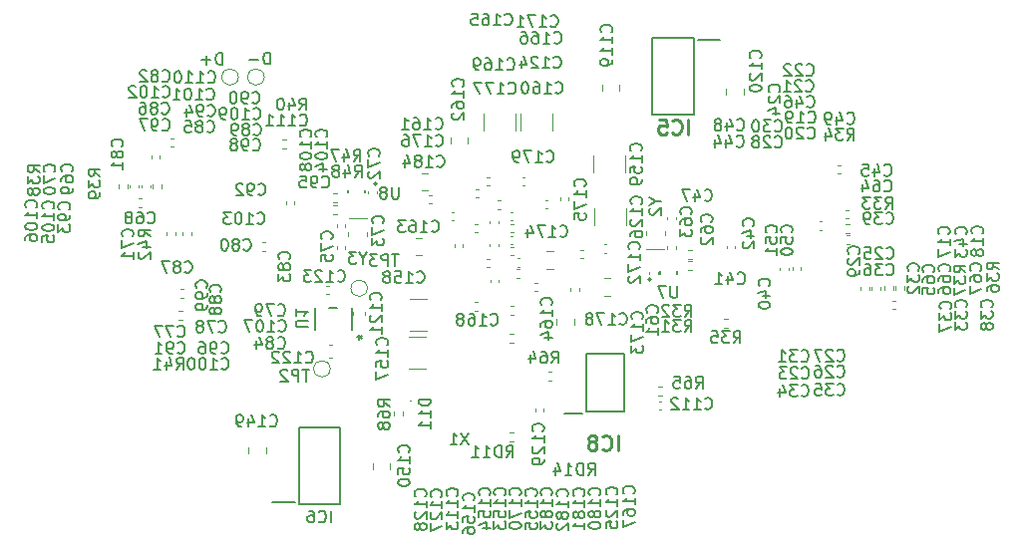
<source format=gbr>
%TF.GenerationSoftware,KiCad,Pcbnew,8.0.1*%
%TF.CreationDate,2025-01-10T22:18:19+05:00*%
%TF.ProjectId,BENE_DOUBLE_V1,42454e45-5f44-44f5-9542-4c455f56312e,rev?*%
%TF.SameCoordinates,Original*%
%TF.FileFunction,Legend,Bot*%
%TF.FilePolarity,Positive*%
%FSLAX46Y46*%
G04 Gerber Fmt 4.6, Leading zero omitted, Abs format (unit mm)*
G04 Created by KiCad (PCBNEW 8.0.1) date 2025-01-10 22:18:19*
%MOMM*%
%LPD*%
G01*
G04 APERTURE LIST*
%ADD10C,0.150000*%
%ADD11C,0.254000*%
%ADD12C,0.120000*%
%ADD13C,0.152400*%
%ADD14C,0.200000*%
%ADD15C,0.100000*%
G04 APERTURE END LIST*
D10*
X74192857Y-92659580D02*
X74240476Y-92707200D01*
X74240476Y-92707200D02*
X74383333Y-92754819D01*
X74383333Y-92754819D02*
X74478571Y-92754819D01*
X74478571Y-92754819D02*
X74621428Y-92707200D01*
X74621428Y-92707200D02*
X74716666Y-92611961D01*
X74716666Y-92611961D02*
X74764285Y-92516723D01*
X74764285Y-92516723D02*
X74811904Y-92326247D01*
X74811904Y-92326247D02*
X74811904Y-92183390D01*
X74811904Y-92183390D02*
X74764285Y-91992914D01*
X74764285Y-91992914D02*
X74716666Y-91897676D01*
X74716666Y-91897676D02*
X74621428Y-91802438D01*
X74621428Y-91802438D02*
X74478571Y-91754819D01*
X74478571Y-91754819D02*
X74383333Y-91754819D01*
X74383333Y-91754819D02*
X74240476Y-91802438D01*
X74240476Y-91802438D02*
X74192857Y-91850057D01*
X73716666Y-92754819D02*
X73526190Y-92754819D01*
X73526190Y-92754819D02*
X73430952Y-92707200D01*
X73430952Y-92707200D02*
X73383333Y-92659580D01*
X73383333Y-92659580D02*
X73288095Y-92516723D01*
X73288095Y-92516723D02*
X73240476Y-92326247D01*
X73240476Y-92326247D02*
X73240476Y-91945295D01*
X73240476Y-91945295D02*
X73288095Y-91850057D01*
X73288095Y-91850057D02*
X73335714Y-91802438D01*
X73335714Y-91802438D02*
X73430952Y-91754819D01*
X73430952Y-91754819D02*
X73621428Y-91754819D01*
X73621428Y-91754819D02*
X73716666Y-91802438D01*
X73716666Y-91802438D02*
X73764285Y-91850057D01*
X73764285Y-91850057D02*
X73811904Y-91945295D01*
X73811904Y-91945295D02*
X73811904Y-92183390D01*
X73811904Y-92183390D02*
X73764285Y-92278628D01*
X73764285Y-92278628D02*
X73716666Y-92326247D01*
X73716666Y-92326247D02*
X73621428Y-92373866D01*
X73621428Y-92373866D02*
X73430952Y-92373866D01*
X73430952Y-92373866D02*
X73335714Y-92326247D01*
X73335714Y-92326247D02*
X73288095Y-92278628D01*
X73288095Y-92278628D02*
X73240476Y-92183390D01*
X72907142Y-91754819D02*
X72240476Y-91754819D01*
X72240476Y-91754819D02*
X72669047Y-92754819D01*
X78042857Y-91459580D02*
X78090476Y-91507200D01*
X78090476Y-91507200D02*
X78233333Y-91554819D01*
X78233333Y-91554819D02*
X78328571Y-91554819D01*
X78328571Y-91554819D02*
X78471428Y-91507200D01*
X78471428Y-91507200D02*
X78566666Y-91411961D01*
X78566666Y-91411961D02*
X78614285Y-91316723D01*
X78614285Y-91316723D02*
X78661904Y-91126247D01*
X78661904Y-91126247D02*
X78661904Y-90983390D01*
X78661904Y-90983390D02*
X78614285Y-90792914D01*
X78614285Y-90792914D02*
X78566666Y-90697676D01*
X78566666Y-90697676D02*
X78471428Y-90602438D01*
X78471428Y-90602438D02*
X78328571Y-90554819D01*
X78328571Y-90554819D02*
X78233333Y-90554819D01*
X78233333Y-90554819D02*
X78090476Y-90602438D01*
X78090476Y-90602438D02*
X78042857Y-90650057D01*
X77566666Y-91554819D02*
X77376190Y-91554819D01*
X77376190Y-91554819D02*
X77280952Y-91507200D01*
X77280952Y-91507200D02*
X77233333Y-91459580D01*
X77233333Y-91459580D02*
X77138095Y-91316723D01*
X77138095Y-91316723D02*
X77090476Y-91126247D01*
X77090476Y-91126247D02*
X77090476Y-90745295D01*
X77090476Y-90745295D02*
X77138095Y-90650057D01*
X77138095Y-90650057D02*
X77185714Y-90602438D01*
X77185714Y-90602438D02*
X77280952Y-90554819D01*
X77280952Y-90554819D02*
X77471428Y-90554819D01*
X77471428Y-90554819D02*
X77566666Y-90602438D01*
X77566666Y-90602438D02*
X77614285Y-90650057D01*
X77614285Y-90650057D02*
X77661904Y-90745295D01*
X77661904Y-90745295D02*
X77661904Y-90983390D01*
X77661904Y-90983390D02*
X77614285Y-91078628D01*
X77614285Y-91078628D02*
X77566666Y-91126247D01*
X77566666Y-91126247D02*
X77471428Y-91173866D01*
X77471428Y-91173866D02*
X77280952Y-91173866D01*
X77280952Y-91173866D02*
X77185714Y-91126247D01*
X77185714Y-91126247D02*
X77138095Y-91078628D01*
X77138095Y-91078628D02*
X77090476Y-90983390D01*
X76233333Y-90888152D02*
X76233333Y-91554819D01*
X76471428Y-90507200D02*
X76709523Y-91221485D01*
X76709523Y-91221485D02*
X76090476Y-91221485D01*
X82269047Y-100609580D02*
X82316666Y-100657200D01*
X82316666Y-100657200D02*
X82459523Y-100704819D01*
X82459523Y-100704819D02*
X82554761Y-100704819D01*
X82554761Y-100704819D02*
X82697618Y-100657200D01*
X82697618Y-100657200D02*
X82792856Y-100561961D01*
X82792856Y-100561961D02*
X82840475Y-100466723D01*
X82840475Y-100466723D02*
X82888094Y-100276247D01*
X82888094Y-100276247D02*
X82888094Y-100133390D01*
X82888094Y-100133390D02*
X82840475Y-99942914D01*
X82840475Y-99942914D02*
X82792856Y-99847676D01*
X82792856Y-99847676D02*
X82697618Y-99752438D01*
X82697618Y-99752438D02*
X82554761Y-99704819D01*
X82554761Y-99704819D02*
X82459523Y-99704819D01*
X82459523Y-99704819D02*
X82316666Y-99752438D01*
X82316666Y-99752438D02*
X82269047Y-99800057D01*
X81316666Y-100704819D02*
X81888094Y-100704819D01*
X81602380Y-100704819D02*
X81602380Y-99704819D01*
X81602380Y-99704819D02*
X81697618Y-99847676D01*
X81697618Y-99847676D02*
X81792856Y-99942914D01*
X81792856Y-99942914D02*
X81888094Y-99990533D01*
X80697618Y-99704819D02*
X80602380Y-99704819D01*
X80602380Y-99704819D02*
X80507142Y-99752438D01*
X80507142Y-99752438D02*
X80459523Y-99800057D01*
X80459523Y-99800057D02*
X80411904Y-99895295D01*
X80411904Y-99895295D02*
X80364285Y-100085771D01*
X80364285Y-100085771D02*
X80364285Y-100323866D01*
X80364285Y-100323866D02*
X80411904Y-100514342D01*
X80411904Y-100514342D02*
X80459523Y-100609580D01*
X80459523Y-100609580D02*
X80507142Y-100657200D01*
X80507142Y-100657200D02*
X80602380Y-100704819D01*
X80602380Y-100704819D02*
X80697618Y-100704819D01*
X80697618Y-100704819D02*
X80792856Y-100657200D01*
X80792856Y-100657200D02*
X80840475Y-100609580D01*
X80840475Y-100609580D02*
X80888094Y-100514342D01*
X80888094Y-100514342D02*
X80935713Y-100323866D01*
X80935713Y-100323866D02*
X80935713Y-100085771D01*
X80935713Y-100085771D02*
X80888094Y-99895295D01*
X80888094Y-99895295D02*
X80840475Y-99800057D01*
X80840475Y-99800057D02*
X80792856Y-99752438D01*
X80792856Y-99752438D02*
X80697618Y-99704819D01*
X80030951Y-99704819D02*
X79411904Y-99704819D01*
X79411904Y-99704819D02*
X79745237Y-100085771D01*
X79745237Y-100085771D02*
X79602380Y-100085771D01*
X79602380Y-100085771D02*
X79507142Y-100133390D01*
X79507142Y-100133390D02*
X79459523Y-100181009D01*
X79459523Y-100181009D02*
X79411904Y-100276247D01*
X79411904Y-100276247D02*
X79411904Y-100514342D01*
X79411904Y-100514342D02*
X79459523Y-100609580D01*
X79459523Y-100609580D02*
X79507142Y-100657200D01*
X79507142Y-100657200D02*
X79602380Y-100704819D01*
X79602380Y-100704819D02*
X79888094Y-100704819D01*
X79888094Y-100704819D02*
X79983332Y-100657200D01*
X79983332Y-100657200D02*
X80030951Y-100609580D01*
X131492857Y-115159580D02*
X131540476Y-115207200D01*
X131540476Y-115207200D02*
X131683333Y-115254819D01*
X131683333Y-115254819D02*
X131778571Y-115254819D01*
X131778571Y-115254819D02*
X131921428Y-115207200D01*
X131921428Y-115207200D02*
X132016666Y-115111961D01*
X132016666Y-115111961D02*
X132064285Y-115016723D01*
X132064285Y-115016723D02*
X132111904Y-114826247D01*
X132111904Y-114826247D02*
X132111904Y-114683390D01*
X132111904Y-114683390D02*
X132064285Y-114492914D01*
X132064285Y-114492914D02*
X132016666Y-114397676D01*
X132016666Y-114397676D02*
X131921428Y-114302438D01*
X131921428Y-114302438D02*
X131778571Y-114254819D01*
X131778571Y-114254819D02*
X131683333Y-114254819D01*
X131683333Y-114254819D02*
X131540476Y-114302438D01*
X131540476Y-114302438D02*
X131492857Y-114350057D01*
X131159523Y-114254819D02*
X130540476Y-114254819D01*
X130540476Y-114254819D02*
X130873809Y-114635771D01*
X130873809Y-114635771D02*
X130730952Y-114635771D01*
X130730952Y-114635771D02*
X130635714Y-114683390D01*
X130635714Y-114683390D02*
X130588095Y-114731009D01*
X130588095Y-114731009D02*
X130540476Y-114826247D01*
X130540476Y-114826247D02*
X130540476Y-115064342D01*
X130540476Y-115064342D02*
X130588095Y-115159580D01*
X130588095Y-115159580D02*
X130635714Y-115207200D01*
X130635714Y-115207200D02*
X130730952Y-115254819D01*
X130730952Y-115254819D02*
X131016666Y-115254819D01*
X131016666Y-115254819D02*
X131111904Y-115207200D01*
X131111904Y-115207200D02*
X131159523Y-115159580D01*
X129635714Y-114254819D02*
X130111904Y-114254819D01*
X130111904Y-114254819D02*
X130159523Y-114731009D01*
X130159523Y-114731009D02*
X130111904Y-114683390D01*
X130111904Y-114683390D02*
X130016666Y-114635771D01*
X130016666Y-114635771D02*
X129778571Y-114635771D01*
X129778571Y-114635771D02*
X129683333Y-114683390D01*
X129683333Y-114683390D02*
X129635714Y-114731009D01*
X129635714Y-114731009D02*
X129588095Y-114826247D01*
X129588095Y-114826247D02*
X129588095Y-115064342D01*
X129588095Y-115064342D02*
X129635714Y-115159580D01*
X129635714Y-115159580D02*
X129683333Y-115207200D01*
X129683333Y-115207200D02*
X129778571Y-115254819D01*
X129778571Y-115254819D02*
X130016666Y-115254819D01*
X130016666Y-115254819D02*
X130111904Y-115207200D01*
X130111904Y-115207200D02*
X130159523Y-115159580D01*
X135642857Y-100609580D02*
X135690476Y-100657200D01*
X135690476Y-100657200D02*
X135833333Y-100704819D01*
X135833333Y-100704819D02*
X135928571Y-100704819D01*
X135928571Y-100704819D02*
X136071428Y-100657200D01*
X136071428Y-100657200D02*
X136166666Y-100561961D01*
X136166666Y-100561961D02*
X136214285Y-100466723D01*
X136214285Y-100466723D02*
X136261904Y-100276247D01*
X136261904Y-100276247D02*
X136261904Y-100133390D01*
X136261904Y-100133390D02*
X136214285Y-99942914D01*
X136214285Y-99942914D02*
X136166666Y-99847676D01*
X136166666Y-99847676D02*
X136071428Y-99752438D01*
X136071428Y-99752438D02*
X135928571Y-99704819D01*
X135928571Y-99704819D02*
X135833333Y-99704819D01*
X135833333Y-99704819D02*
X135690476Y-99752438D01*
X135690476Y-99752438D02*
X135642857Y-99800057D01*
X135309523Y-99704819D02*
X134690476Y-99704819D01*
X134690476Y-99704819D02*
X135023809Y-100085771D01*
X135023809Y-100085771D02*
X134880952Y-100085771D01*
X134880952Y-100085771D02*
X134785714Y-100133390D01*
X134785714Y-100133390D02*
X134738095Y-100181009D01*
X134738095Y-100181009D02*
X134690476Y-100276247D01*
X134690476Y-100276247D02*
X134690476Y-100514342D01*
X134690476Y-100514342D02*
X134738095Y-100609580D01*
X134738095Y-100609580D02*
X134785714Y-100657200D01*
X134785714Y-100657200D02*
X134880952Y-100704819D01*
X134880952Y-100704819D02*
X135166666Y-100704819D01*
X135166666Y-100704819D02*
X135261904Y-100657200D01*
X135261904Y-100657200D02*
X135309523Y-100609580D01*
X134214285Y-100704819D02*
X134023809Y-100704819D01*
X134023809Y-100704819D02*
X133928571Y-100657200D01*
X133928571Y-100657200D02*
X133880952Y-100609580D01*
X133880952Y-100609580D02*
X133785714Y-100466723D01*
X133785714Y-100466723D02*
X133738095Y-100276247D01*
X133738095Y-100276247D02*
X133738095Y-99895295D01*
X133738095Y-99895295D02*
X133785714Y-99800057D01*
X133785714Y-99800057D02*
X133833333Y-99752438D01*
X133833333Y-99752438D02*
X133928571Y-99704819D01*
X133928571Y-99704819D02*
X134119047Y-99704819D01*
X134119047Y-99704819D02*
X134214285Y-99752438D01*
X134214285Y-99752438D02*
X134261904Y-99800057D01*
X134261904Y-99800057D02*
X134309523Y-99895295D01*
X134309523Y-99895295D02*
X134309523Y-100133390D01*
X134309523Y-100133390D02*
X134261904Y-100228628D01*
X134261904Y-100228628D02*
X134214285Y-100276247D01*
X134214285Y-100276247D02*
X134119047Y-100323866D01*
X134119047Y-100323866D02*
X133928571Y-100323866D01*
X133928571Y-100323866D02*
X133833333Y-100276247D01*
X133833333Y-100276247D02*
X133785714Y-100228628D01*
X133785714Y-100228628D02*
X133738095Y-100133390D01*
X79280951Y-87154819D02*
X79280951Y-86154819D01*
X79280951Y-86154819D02*
X79042856Y-86154819D01*
X79042856Y-86154819D02*
X78899999Y-86202438D01*
X78899999Y-86202438D02*
X78804761Y-86297676D01*
X78804761Y-86297676D02*
X78757142Y-86392914D01*
X78757142Y-86392914D02*
X78709523Y-86583390D01*
X78709523Y-86583390D02*
X78709523Y-86726247D01*
X78709523Y-86726247D02*
X78757142Y-86916723D01*
X78757142Y-86916723D02*
X78804761Y-87011961D01*
X78804761Y-87011961D02*
X78899999Y-87107200D01*
X78899999Y-87107200D02*
X79042856Y-87154819D01*
X79042856Y-87154819D02*
X79280951Y-87154819D01*
X78280951Y-86773866D02*
X77519047Y-86773866D01*
X77899999Y-87154819D02*
X77899999Y-86392914D01*
X114859580Y-98980952D02*
X114907200Y-98933333D01*
X114907200Y-98933333D02*
X114954819Y-98790476D01*
X114954819Y-98790476D02*
X114954819Y-98695238D01*
X114954819Y-98695238D02*
X114907200Y-98552381D01*
X114907200Y-98552381D02*
X114811961Y-98457143D01*
X114811961Y-98457143D02*
X114716723Y-98409524D01*
X114716723Y-98409524D02*
X114526247Y-98361905D01*
X114526247Y-98361905D02*
X114383390Y-98361905D01*
X114383390Y-98361905D02*
X114192914Y-98409524D01*
X114192914Y-98409524D02*
X114097676Y-98457143D01*
X114097676Y-98457143D02*
X114002438Y-98552381D01*
X114002438Y-98552381D02*
X113954819Y-98695238D01*
X113954819Y-98695238D02*
X113954819Y-98790476D01*
X113954819Y-98790476D02*
X114002438Y-98933333D01*
X114002438Y-98933333D02*
X114050057Y-98980952D01*
X114954819Y-99933333D02*
X114954819Y-99361905D01*
X114954819Y-99647619D02*
X113954819Y-99647619D01*
X113954819Y-99647619D02*
X114097676Y-99552381D01*
X114097676Y-99552381D02*
X114192914Y-99457143D01*
X114192914Y-99457143D02*
X114240533Y-99361905D01*
X114050057Y-100314286D02*
X114002438Y-100361905D01*
X114002438Y-100361905D02*
X113954819Y-100457143D01*
X113954819Y-100457143D02*
X113954819Y-100695238D01*
X113954819Y-100695238D02*
X114002438Y-100790476D01*
X114002438Y-100790476D02*
X114050057Y-100838095D01*
X114050057Y-100838095D02*
X114145295Y-100885714D01*
X114145295Y-100885714D02*
X114240533Y-100885714D01*
X114240533Y-100885714D02*
X114383390Y-100838095D01*
X114383390Y-100838095D02*
X114954819Y-100266667D01*
X114954819Y-100266667D02*
X114954819Y-100885714D01*
X113954819Y-101742857D02*
X113954819Y-101552381D01*
X113954819Y-101552381D02*
X114002438Y-101457143D01*
X114002438Y-101457143D02*
X114050057Y-101409524D01*
X114050057Y-101409524D02*
X114192914Y-101314286D01*
X114192914Y-101314286D02*
X114383390Y-101266667D01*
X114383390Y-101266667D02*
X114764342Y-101266667D01*
X114764342Y-101266667D02*
X114859580Y-101314286D01*
X114859580Y-101314286D02*
X114907200Y-101361905D01*
X114907200Y-101361905D02*
X114954819Y-101457143D01*
X114954819Y-101457143D02*
X114954819Y-101647619D01*
X114954819Y-101647619D02*
X114907200Y-101742857D01*
X114907200Y-101742857D02*
X114859580Y-101790476D01*
X114859580Y-101790476D02*
X114764342Y-101838095D01*
X114764342Y-101838095D02*
X114526247Y-101838095D01*
X114526247Y-101838095D02*
X114431009Y-101790476D01*
X114431009Y-101790476D02*
X114383390Y-101742857D01*
X114383390Y-101742857D02*
X114335771Y-101647619D01*
X114335771Y-101647619D02*
X114335771Y-101457143D01*
X114335771Y-101457143D02*
X114383390Y-101361905D01*
X114383390Y-101361905D02*
X114431009Y-101314286D01*
X114431009Y-101314286D02*
X114526247Y-101266667D01*
X107242857Y-112504819D02*
X107576190Y-112028628D01*
X107814285Y-112504819D02*
X107814285Y-111504819D01*
X107814285Y-111504819D02*
X107433333Y-111504819D01*
X107433333Y-111504819D02*
X107338095Y-111552438D01*
X107338095Y-111552438D02*
X107290476Y-111600057D01*
X107290476Y-111600057D02*
X107242857Y-111695295D01*
X107242857Y-111695295D02*
X107242857Y-111838152D01*
X107242857Y-111838152D02*
X107290476Y-111933390D01*
X107290476Y-111933390D02*
X107338095Y-111981009D01*
X107338095Y-111981009D02*
X107433333Y-112028628D01*
X107433333Y-112028628D02*
X107814285Y-112028628D01*
X106385714Y-111504819D02*
X106576190Y-111504819D01*
X106576190Y-111504819D02*
X106671428Y-111552438D01*
X106671428Y-111552438D02*
X106719047Y-111600057D01*
X106719047Y-111600057D02*
X106814285Y-111742914D01*
X106814285Y-111742914D02*
X106861904Y-111933390D01*
X106861904Y-111933390D02*
X106861904Y-112314342D01*
X106861904Y-112314342D02*
X106814285Y-112409580D01*
X106814285Y-112409580D02*
X106766666Y-112457200D01*
X106766666Y-112457200D02*
X106671428Y-112504819D01*
X106671428Y-112504819D02*
X106480952Y-112504819D01*
X106480952Y-112504819D02*
X106385714Y-112457200D01*
X106385714Y-112457200D02*
X106338095Y-112409580D01*
X106338095Y-112409580D02*
X106290476Y-112314342D01*
X106290476Y-112314342D02*
X106290476Y-112076247D01*
X106290476Y-112076247D02*
X106338095Y-111981009D01*
X106338095Y-111981009D02*
X106385714Y-111933390D01*
X106385714Y-111933390D02*
X106480952Y-111885771D01*
X106480952Y-111885771D02*
X106671428Y-111885771D01*
X106671428Y-111885771D02*
X106766666Y-111933390D01*
X106766666Y-111933390D02*
X106814285Y-111981009D01*
X106814285Y-111981009D02*
X106861904Y-112076247D01*
X105433333Y-111838152D02*
X105433333Y-112504819D01*
X105671428Y-111457200D02*
X105909523Y-112171485D01*
X105909523Y-112171485D02*
X105290476Y-112171485D01*
X94261904Y-103254819D02*
X93690476Y-103254819D01*
X93976190Y-104254819D02*
X93976190Y-103254819D01*
X93357142Y-104254819D02*
X93357142Y-103254819D01*
X93357142Y-103254819D02*
X92976190Y-103254819D01*
X92976190Y-103254819D02*
X92880952Y-103302438D01*
X92880952Y-103302438D02*
X92833333Y-103350057D01*
X92833333Y-103350057D02*
X92785714Y-103445295D01*
X92785714Y-103445295D02*
X92785714Y-103588152D01*
X92785714Y-103588152D02*
X92833333Y-103683390D01*
X92833333Y-103683390D02*
X92880952Y-103731009D01*
X92880952Y-103731009D02*
X92976190Y-103778628D01*
X92976190Y-103778628D02*
X93357142Y-103778628D01*
X92452380Y-103254819D02*
X91833333Y-103254819D01*
X91833333Y-103254819D02*
X92166666Y-103635771D01*
X92166666Y-103635771D02*
X92023809Y-103635771D01*
X92023809Y-103635771D02*
X91928571Y-103683390D01*
X91928571Y-103683390D02*
X91880952Y-103731009D01*
X91880952Y-103731009D02*
X91833333Y-103826247D01*
X91833333Y-103826247D02*
X91833333Y-104064342D01*
X91833333Y-104064342D02*
X91880952Y-104159580D01*
X91880952Y-104159580D02*
X91928571Y-104207200D01*
X91928571Y-104207200D02*
X92023809Y-104254819D01*
X92023809Y-104254819D02*
X92309523Y-104254819D01*
X92309523Y-104254819D02*
X92404761Y-104207200D01*
X92404761Y-104207200D02*
X92452380Y-104159580D01*
X135492857Y-96509580D02*
X135540476Y-96557200D01*
X135540476Y-96557200D02*
X135683333Y-96604819D01*
X135683333Y-96604819D02*
X135778571Y-96604819D01*
X135778571Y-96604819D02*
X135921428Y-96557200D01*
X135921428Y-96557200D02*
X136016666Y-96461961D01*
X136016666Y-96461961D02*
X136064285Y-96366723D01*
X136064285Y-96366723D02*
X136111904Y-96176247D01*
X136111904Y-96176247D02*
X136111904Y-96033390D01*
X136111904Y-96033390D02*
X136064285Y-95842914D01*
X136064285Y-95842914D02*
X136016666Y-95747676D01*
X136016666Y-95747676D02*
X135921428Y-95652438D01*
X135921428Y-95652438D02*
X135778571Y-95604819D01*
X135778571Y-95604819D02*
X135683333Y-95604819D01*
X135683333Y-95604819D02*
X135540476Y-95652438D01*
X135540476Y-95652438D02*
X135492857Y-95700057D01*
X134635714Y-95938152D02*
X134635714Y-96604819D01*
X134873809Y-95557200D02*
X135111904Y-96271485D01*
X135111904Y-96271485D02*
X134492857Y-96271485D01*
X133635714Y-95604819D02*
X134111904Y-95604819D01*
X134111904Y-95604819D02*
X134159523Y-96081009D01*
X134159523Y-96081009D02*
X134111904Y-96033390D01*
X134111904Y-96033390D02*
X134016666Y-95985771D01*
X134016666Y-95985771D02*
X133778571Y-95985771D01*
X133778571Y-95985771D02*
X133683333Y-96033390D01*
X133683333Y-96033390D02*
X133635714Y-96081009D01*
X133635714Y-96081009D02*
X133588095Y-96176247D01*
X133588095Y-96176247D02*
X133588095Y-96414342D01*
X133588095Y-96414342D02*
X133635714Y-96509580D01*
X133635714Y-96509580D02*
X133683333Y-96557200D01*
X133683333Y-96557200D02*
X133778571Y-96604819D01*
X133778571Y-96604819D02*
X134016666Y-96604819D01*
X134016666Y-96604819D02*
X134111904Y-96557200D01*
X134111904Y-96557200D02*
X134159523Y-96509580D01*
X141109580Y-107907142D02*
X141157200Y-107859523D01*
X141157200Y-107859523D02*
X141204819Y-107716666D01*
X141204819Y-107716666D02*
X141204819Y-107621428D01*
X141204819Y-107621428D02*
X141157200Y-107478571D01*
X141157200Y-107478571D02*
X141061961Y-107383333D01*
X141061961Y-107383333D02*
X140966723Y-107335714D01*
X140966723Y-107335714D02*
X140776247Y-107288095D01*
X140776247Y-107288095D02*
X140633390Y-107288095D01*
X140633390Y-107288095D02*
X140442914Y-107335714D01*
X140442914Y-107335714D02*
X140347676Y-107383333D01*
X140347676Y-107383333D02*
X140252438Y-107478571D01*
X140252438Y-107478571D02*
X140204819Y-107621428D01*
X140204819Y-107621428D02*
X140204819Y-107716666D01*
X140204819Y-107716666D02*
X140252438Y-107859523D01*
X140252438Y-107859523D02*
X140300057Y-107907142D01*
X140204819Y-108240476D02*
X140204819Y-108859523D01*
X140204819Y-108859523D02*
X140585771Y-108526190D01*
X140585771Y-108526190D02*
X140585771Y-108669047D01*
X140585771Y-108669047D02*
X140633390Y-108764285D01*
X140633390Y-108764285D02*
X140681009Y-108811904D01*
X140681009Y-108811904D02*
X140776247Y-108859523D01*
X140776247Y-108859523D02*
X141014342Y-108859523D01*
X141014342Y-108859523D02*
X141109580Y-108811904D01*
X141109580Y-108811904D02*
X141157200Y-108764285D01*
X141157200Y-108764285D02*
X141204819Y-108669047D01*
X141204819Y-108669047D02*
X141204819Y-108383333D01*
X141204819Y-108383333D02*
X141157200Y-108288095D01*
X141157200Y-108288095D02*
X141109580Y-108240476D01*
X140204819Y-109192857D02*
X140204819Y-109859523D01*
X140204819Y-109859523D02*
X141204819Y-109430952D01*
X126559580Y-89457142D02*
X126607200Y-89409523D01*
X126607200Y-89409523D02*
X126654819Y-89266666D01*
X126654819Y-89266666D02*
X126654819Y-89171428D01*
X126654819Y-89171428D02*
X126607200Y-89028571D01*
X126607200Y-89028571D02*
X126511961Y-88933333D01*
X126511961Y-88933333D02*
X126416723Y-88885714D01*
X126416723Y-88885714D02*
X126226247Y-88838095D01*
X126226247Y-88838095D02*
X126083390Y-88838095D01*
X126083390Y-88838095D02*
X125892914Y-88885714D01*
X125892914Y-88885714D02*
X125797676Y-88933333D01*
X125797676Y-88933333D02*
X125702438Y-89028571D01*
X125702438Y-89028571D02*
X125654819Y-89171428D01*
X125654819Y-89171428D02*
X125654819Y-89266666D01*
X125654819Y-89266666D02*
X125702438Y-89409523D01*
X125702438Y-89409523D02*
X125750057Y-89457142D01*
X125750057Y-89838095D02*
X125702438Y-89885714D01*
X125702438Y-89885714D02*
X125654819Y-89980952D01*
X125654819Y-89980952D02*
X125654819Y-90219047D01*
X125654819Y-90219047D02*
X125702438Y-90314285D01*
X125702438Y-90314285D02*
X125750057Y-90361904D01*
X125750057Y-90361904D02*
X125845295Y-90409523D01*
X125845295Y-90409523D02*
X125940533Y-90409523D01*
X125940533Y-90409523D02*
X126083390Y-90361904D01*
X126083390Y-90361904D02*
X126654819Y-89790476D01*
X126654819Y-89790476D02*
X126654819Y-90409523D01*
X125988152Y-91266666D02*
X126654819Y-91266666D01*
X125607200Y-91028571D02*
X126321485Y-90790476D01*
X126321485Y-90790476D02*
X126321485Y-91409523D01*
X101959580Y-123730952D02*
X102007200Y-123683333D01*
X102007200Y-123683333D02*
X102054819Y-123540476D01*
X102054819Y-123540476D02*
X102054819Y-123445238D01*
X102054819Y-123445238D02*
X102007200Y-123302381D01*
X102007200Y-123302381D02*
X101911961Y-123207143D01*
X101911961Y-123207143D02*
X101816723Y-123159524D01*
X101816723Y-123159524D02*
X101626247Y-123111905D01*
X101626247Y-123111905D02*
X101483390Y-123111905D01*
X101483390Y-123111905D02*
X101292914Y-123159524D01*
X101292914Y-123159524D02*
X101197676Y-123207143D01*
X101197676Y-123207143D02*
X101102438Y-123302381D01*
X101102438Y-123302381D02*
X101054819Y-123445238D01*
X101054819Y-123445238D02*
X101054819Y-123540476D01*
X101054819Y-123540476D02*
X101102438Y-123683333D01*
X101102438Y-123683333D02*
X101150057Y-123730952D01*
X102054819Y-124683333D02*
X102054819Y-124111905D01*
X102054819Y-124397619D02*
X101054819Y-124397619D01*
X101054819Y-124397619D02*
X101197676Y-124302381D01*
X101197676Y-124302381D02*
X101292914Y-124207143D01*
X101292914Y-124207143D02*
X101340533Y-124111905D01*
X101054819Y-125588095D02*
X101054819Y-125111905D01*
X101054819Y-125111905D02*
X101531009Y-125064286D01*
X101531009Y-125064286D02*
X101483390Y-125111905D01*
X101483390Y-125111905D02*
X101435771Y-125207143D01*
X101435771Y-125207143D02*
X101435771Y-125445238D01*
X101435771Y-125445238D02*
X101483390Y-125540476D01*
X101483390Y-125540476D02*
X101531009Y-125588095D01*
X101531009Y-125588095D02*
X101626247Y-125635714D01*
X101626247Y-125635714D02*
X101864342Y-125635714D01*
X101864342Y-125635714D02*
X101959580Y-125588095D01*
X101959580Y-125588095D02*
X102007200Y-125540476D01*
X102007200Y-125540476D02*
X102054819Y-125445238D01*
X102054819Y-125445238D02*
X102054819Y-125207143D01*
X102054819Y-125207143D02*
X102007200Y-125111905D01*
X102007200Y-125111905D02*
X101959580Y-125064286D01*
X101388152Y-126492857D02*
X102054819Y-126492857D01*
X101007200Y-126254762D02*
X101721485Y-126016667D01*
X101721485Y-126016667D02*
X101721485Y-126635714D01*
X90442857Y-95354819D02*
X90776190Y-94878628D01*
X91014285Y-95354819D02*
X91014285Y-94354819D01*
X91014285Y-94354819D02*
X90633333Y-94354819D01*
X90633333Y-94354819D02*
X90538095Y-94402438D01*
X90538095Y-94402438D02*
X90490476Y-94450057D01*
X90490476Y-94450057D02*
X90442857Y-94545295D01*
X90442857Y-94545295D02*
X90442857Y-94688152D01*
X90442857Y-94688152D02*
X90490476Y-94783390D01*
X90490476Y-94783390D02*
X90538095Y-94831009D01*
X90538095Y-94831009D02*
X90633333Y-94878628D01*
X90633333Y-94878628D02*
X91014285Y-94878628D01*
X89585714Y-94688152D02*
X89585714Y-95354819D01*
X89823809Y-94307200D02*
X90061904Y-95021485D01*
X90061904Y-95021485D02*
X89442857Y-95021485D01*
X89157142Y-94354819D02*
X88490476Y-94354819D01*
X88490476Y-94354819D02*
X88919047Y-95354819D01*
X72942857Y-100559580D02*
X72990476Y-100607200D01*
X72990476Y-100607200D02*
X73133333Y-100654819D01*
X73133333Y-100654819D02*
X73228571Y-100654819D01*
X73228571Y-100654819D02*
X73371428Y-100607200D01*
X73371428Y-100607200D02*
X73466666Y-100511961D01*
X73466666Y-100511961D02*
X73514285Y-100416723D01*
X73514285Y-100416723D02*
X73561904Y-100226247D01*
X73561904Y-100226247D02*
X73561904Y-100083390D01*
X73561904Y-100083390D02*
X73514285Y-99892914D01*
X73514285Y-99892914D02*
X73466666Y-99797676D01*
X73466666Y-99797676D02*
X73371428Y-99702438D01*
X73371428Y-99702438D02*
X73228571Y-99654819D01*
X73228571Y-99654819D02*
X73133333Y-99654819D01*
X73133333Y-99654819D02*
X72990476Y-99702438D01*
X72990476Y-99702438D02*
X72942857Y-99750057D01*
X72085714Y-99654819D02*
X72276190Y-99654819D01*
X72276190Y-99654819D02*
X72371428Y-99702438D01*
X72371428Y-99702438D02*
X72419047Y-99750057D01*
X72419047Y-99750057D02*
X72514285Y-99892914D01*
X72514285Y-99892914D02*
X72561904Y-100083390D01*
X72561904Y-100083390D02*
X72561904Y-100464342D01*
X72561904Y-100464342D02*
X72514285Y-100559580D01*
X72514285Y-100559580D02*
X72466666Y-100607200D01*
X72466666Y-100607200D02*
X72371428Y-100654819D01*
X72371428Y-100654819D02*
X72180952Y-100654819D01*
X72180952Y-100654819D02*
X72085714Y-100607200D01*
X72085714Y-100607200D02*
X72038095Y-100559580D01*
X72038095Y-100559580D02*
X71990476Y-100464342D01*
X71990476Y-100464342D02*
X71990476Y-100226247D01*
X71990476Y-100226247D02*
X72038095Y-100131009D01*
X72038095Y-100131009D02*
X72085714Y-100083390D01*
X72085714Y-100083390D02*
X72180952Y-100035771D01*
X72180952Y-100035771D02*
X72371428Y-100035771D01*
X72371428Y-100035771D02*
X72466666Y-100083390D01*
X72466666Y-100083390D02*
X72514285Y-100131009D01*
X72514285Y-100131009D02*
X72561904Y-100226247D01*
X71419047Y-100083390D02*
X71514285Y-100035771D01*
X71514285Y-100035771D02*
X71561904Y-99988152D01*
X71561904Y-99988152D02*
X71609523Y-99892914D01*
X71609523Y-99892914D02*
X71609523Y-99845295D01*
X71609523Y-99845295D02*
X71561904Y-99750057D01*
X71561904Y-99750057D02*
X71514285Y-99702438D01*
X71514285Y-99702438D02*
X71419047Y-99654819D01*
X71419047Y-99654819D02*
X71228571Y-99654819D01*
X71228571Y-99654819D02*
X71133333Y-99702438D01*
X71133333Y-99702438D02*
X71085714Y-99750057D01*
X71085714Y-99750057D02*
X71038095Y-99845295D01*
X71038095Y-99845295D02*
X71038095Y-99892914D01*
X71038095Y-99892914D02*
X71085714Y-99988152D01*
X71085714Y-99988152D02*
X71133333Y-100035771D01*
X71133333Y-100035771D02*
X71228571Y-100083390D01*
X71228571Y-100083390D02*
X71419047Y-100083390D01*
X71419047Y-100083390D02*
X71514285Y-100131009D01*
X71514285Y-100131009D02*
X71561904Y-100178628D01*
X71561904Y-100178628D02*
X71609523Y-100273866D01*
X71609523Y-100273866D02*
X71609523Y-100464342D01*
X71609523Y-100464342D02*
X71561904Y-100559580D01*
X71561904Y-100559580D02*
X71514285Y-100607200D01*
X71514285Y-100607200D02*
X71419047Y-100654819D01*
X71419047Y-100654819D02*
X71228571Y-100654819D01*
X71228571Y-100654819D02*
X71133333Y-100607200D01*
X71133333Y-100607200D02*
X71085714Y-100559580D01*
X71085714Y-100559580D02*
X71038095Y-100464342D01*
X71038095Y-100464342D02*
X71038095Y-100273866D01*
X71038095Y-100273866D02*
X71085714Y-100178628D01*
X71085714Y-100178628D02*
X71133333Y-100131009D01*
X71133333Y-100131009D02*
X71228571Y-100083390D01*
X95819047Y-105609580D02*
X95866666Y-105657200D01*
X95866666Y-105657200D02*
X96009523Y-105704819D01*
X96009523Y-105704819D02*
X96104761Y-105704819D01*
X96104761Y-105704819D02*
X96247618Y-105657200D01*
X96247618Y-105657200D02*
X96342856Y-105561961D01*
X96342856Y-105561961D02*
X96390475Y-105466723D01*
X96390475Y-105466723D02*
X96438094Y-105276247D01*
X96438094Y-105276247D02*
X96438094Y-105133390D01*
X96438094Y-105133390D02*
X96390475Y-104942914D01*
X96390475Y-104942914D02*
X96342856Y-104847676D01*
X96342856Y-104847676D02*
X96247618Y-104752438D01*
X96247618Y-104752438D02*
X96104761Y-104704819D01*
X96104761Y-104704819D02*
X96009523Y-104704819D01*
X96009523Y-104704819D02*
X95866666Y-104752438D01*
X95866666Y-104752438D02*
X95819047Y-104800057D01*
X94866666Y-105704819D02*
X95438094Y-105704819D01*
X95152380Y-105704819D02*
X95152380Y-104704819D01*
X95152380Y-104704819D02*
X95247618Y-104847676D01*
X95247618Y-104847676D02*
X95342856Y-104942914D01*
X95342856Y-104942914D02*
X95438094Y-104990533D01*
X93961904Y-104704819D02*
X94438094Y-104704819D01*
X94438094Y-104704819D02*
X94485713Y-105181009D01*
X94485713Y-105181009D02*
X94438094Y-105133390D01*
X94438094Y-105133390D02*
X94342856Y-105085771D01*
X94342856Y-105085771D02*
X94104761Y-105085771D01*
X94104761Y-105085771D02*
X94009523Y-105133390D01*
X94009523Y-105133390D02*
X93961904Y-105181009D01*
X93961904Y-105181009D02*
X93914285Y-105276247D01*
X93914285Y-105276247D02*
X93914285Y-105514342D01*
X93914285Y-105514342D02*
X93961904Y-105609580D01*
X93961904Y-105609580D02*
X94009523Y-105657200D01*
X94009523Y-105657200D02*
X94104761Y-105704819D01*
X94104761Y-105704819D02*
X94342856Y-105704819D01*
X94342856Y-105704819D02*
X94438094Y-105657200D01*
X94438094Y-105657200D02*
X94485713Y-105609580D01*
X93342856Y-105133390D02*
X93438094Y-105085771D01*
X93438094Y-105085771D02*
X93485713Y-105038152D01*
X93485713Y-105038152D02*
X93533332Y-104942914D01*
X93533332Y-104942914D02*
X93533332Y-104895295D01*
X93533332Y-104895295D02*
X93485713Y-104800057D01*
X93485713Y-104800057D02*
X93438094Y-104752438D01*
X93438094Y-104752438D02*
X93342856Y-104704819D01*
X93342856Y-104704819D02*
X93152380Y-104704819D01*
X93152380Y-104704819D02*
X93057142Y-104752438D01*
X93057142Y-104752438D02*
X93009523Y-104800057D01*
X93009523Y-104800057D02*
X92961904Y-104895295D01*
X92961904Y-104895295D02*
X92961904Y-104942914D01*
X92961904Y-104942914D02*
X93009523Y-105038152D01*
X93009523Y-105038152D02*
X93057142Y-105085771D01*
X93057142Y-105085771D02*
X93152380Y-105133390D01*
X93152380Y-105133390D02*
X93342856Y-105133390D01*
X93342856Y-105133390D02*
X93438094Y-105181009D01*
X93438094Y-105181009D02*
X93485713Y-105228628D01*
X93485713Y-105228628D02*
X93533332Y-105323866D01*
X93533332Y-105323866D02*
X93533332Y-105514342D01*
X93533332Y-105514342D02*
X93485713Y-105609580D01*
X93485713Y-105609580D02*
X93438094Y-105657200D01*
X93438094Y-105657200D02*
X93342856Y-105704819D01*
X93342856Y-105704819D02*
X93152380Y-105704819D01*
X93152380Y-105704819D02*
X93057142Y-105657200D01*
X93057142Y-105657200D02*
X93009523Y-105609580D01*
X93009523Y-105609580D02*
X92961904Y-105514342D01*
X92961904Y-105514342D02*
X92961904Y-105323866D01*
X92961904Y-105323866D02*
X93009523Y-105228628D01*
X93009523Y-105228628D02*
X93057142Y-105181009D01*
X93057142Y-105181009D02*
X93152380Y-105133390D01*
X92709580Y-107130952D02*
X92757200Y-107083333D01*
X92757200Y-107083333D02*
X92804819Y-106940476D01*
X92804819Y-106940476D02*
X92804819Y-106845238D01*
X92804819Y-106845238D02*
X92757200Y-106702381D01*
X92757200Y-106702381D02*
X92661961Y-106607143D01*
X92661961Y-106607143D02*
X92566723Y-106559524D01*
X92566723Y-106559524D02*
X92376247Y-106511905D01*
X92376247Y-106511905D02*
X92233390Y-106511905D01*
X92233390Y-106511905D02*
X92042914Y-106559524D01*
X92042914Y-106559524D02*
X91947676Y-106607143D01*
X91947676Y-106607143D02*
X91852438Y-106702381D01*
X91852438Y-106702381D02*
X91804819Y-106845238D01*
X91804819Y-106845238D02*
X91804819Y-106940476D01*
X91804819Y-106940476D02*
X91852438Y-107083333D01*
X91852438Y-107083333D02*
X91900057Y-107130952D01*
X92804819Y-108083333D02*
X92804819Y-107511905D01*
X92804819Y-107797619D02*
X91804819Y-107797619D01*
X91804819Y-107797619D02*
X91947676Y-107702381D01*
X91947676Y-107702381D02*
X92042914Y-107607143D01*
X92042914Y-107607143D02*
X92090533Y-107511905D01*
X91900057Y-108464286D02*
X91852438Y-108511905D01*
X91852438Y-108511905D02*
X91804819Y-108607143D01*
X91804819Y-108607143D02*
X91804819Y-108845238D01*
X91804819Y-108845238D02*
X91852438Y-108940476D01*
X91852438Y-108940476D02*
X91900057Y-108988095D01*
X91900057Y-108988095D02*
X91995295Y-109035714D01*
X91995295Y-109035714D02*
X92090533Y-109035714D01*
X92090533Y-109035714D02*
X92233390Y-108988095D01*
X92233390Y-108988095D02*
X92804819Y-108416667D01*
X92804819Y-108416667D02*
X92804819Y-109035714D01*
X92804819Y-109988095D02*
X92804819Y-109416667D01*
X92804819Y-109702381D02*
X91804819Y-109702381D01*
X91804819Y-109702381D02*
X91947676Y-109607143D01*
X91947676Y-109607143D02*
X92042914Y-109511905D01*
X92042914Y-109511905D02*
X92090533Y-109416667D01*
X116078628Y-98723809D02*
X116554819Y-98723809D01*
X115554819Y-98390476D02*
X116078628Y-98723809D01*
X116078628Y-98723809D02*
X115554819Y-99057142D01*
X115650057Y-99342857D02*
X115602438Y-99390476D01*
X115602438Y-99390476D02*
X115554819Y-99485714D01*
X115554819Y-99485714D02*
X115554819Y-99723809D01*
X115554819Y-99723809D02*
X115602438Y-99819047D01*
X115602438Y-99819047D02*
X115650057Y-99866666D01*
X115650057Y-99866666D02*
X115745295Y-99914285D01*
X115745295Y-99914285D02*
X115840533Y-99914285D01*
X115840533Y-99914285D02*
X115983390Y-99866666D01*
X115983390Y-99866666D02*
X116554819Y-99295238D01*
X116554819Y-99295238D02*
X116554819Y-99914285D01*
X77969047Y-90059580D02*
X78016666Y-90107200D01*
X78016666Y-90107200D02*
X78159523Y-90154819D01*
X78159523Y-90154819D02*
X78254761Y-90154819D01*
X78254761Y-90154819D02*
X78397618Y-90107200D01*
X78397618Y-90107200D02*
X78492856Y-90011961D01*
X78492856Y-90011961D02*
X78540475Y-89916723D01*
X78540475Y-89916723D02*
X78588094Y-89726247D01*
X78588094Y-89726247D02*
X78588094Y-89583390D01*
X78588094Y-89583390D02*
X78540475Y-89392914D01*
X78540475Y-89392914D02*
X78492856Y-89297676D01*
X78492856Y-89297676D02*
X78397618Y-89202438D01*
X78397618Y-89202438D02*
X78254761Y-89154819D01*
X78254761Y-89154819D02*
X78159523Y-89154819D01*
X78159523Y-89154819D02*
X78016666Y-89202438D01*
X78016666Y-89202438D02*
X77969047Y-89250057D01*
X77016666Y-90154819D02*
X77588094Y-90154819D01*
X77302380Y-90154819D02*
X77302380Y-89154819D01*
X77302380Y-89154819D02*
X77397618Y-89297676D01*
X77397618Y-89297676D02*
X77492856Y-89392914D01*
X77492856Y-89392914D02*
X77588094Y-89440533D01*
X76397618Y-89154819D02*
X76302380Y-89154819D01*
X76302380Y-89154819D02*
X76207142Y-89202438D01*
X76207142Y-89202438D02*
X76159523Y-89250057D01*
X76159523Y-89250057D02*
X76111904Y-89345295D01*
X76111904Y-89345295D02*
X76064285Y-89535771D01*
X76064285Y-89535771D02*
X76064285Y-89773866D01*
X76064285Y-89773866D02*
X76111904Y-89964342D01*
X76111904Y-89964342D02*
X76159523Y-90059580D01*
X76159523Y-90059580D02*
X76207142Y-90107200D01*
X76207142Y-90107200D02*
X76302380Y-90154819D01*
X76302380Y-90154819D02*
X76397618Y-90154819D01*
X76397618Y-90154819D02*
X76492856Y-90107200D01*
X76492856Y-90107200D02*
X76540475Y-90059580D01*
X76540475Y-90059580D02*
X76588094Y-89964342D01*
X76588094Y-89964342D02*
X76635713Y-89773866D01*
X76635713Y-89773866D02*
X76635713Y-89535771D01*
X76635713Y-89535771D02*
X76588094Y-89345295D01*
X76588094Y-89345295D02*
X76540475Y-89250057D01*
X76540475Y-89250057D02*
X76492856Y-89202438D01*
X76492856Y-89202438D02*
X76397618Y-89154819D01*
X75111904Y-90154819D02*
X75683332Y-90154819D01*
X75397618Y-90154819D02*
X75397618Y-89154819D01*
X75397618Y-89154819D02*
X75492856Y-89297676D01*
X75492856Y-89297676D02*
X75588094Y-89392914D01*
X75588094Y-89392914D02*
X75683332Y-89440533D01*
X104559580Y-123730952D02*
X104607200Y-123683333D01*
X104607200Y-123683333D02*
X104654819Y-123540476D01*
X104654819Y-123540476D02*
X104654819Y-123445238D01*
X104654819Y-123445238D02*
X104607200Y-123302381D01*
X104607200Y-123302381D02*
X104511961Y-123207143D01*
X104511961Y-123207143D02*
X104416723Y-123159524D01*
X104416723Y-123159524D02*
X104226247Y-123111905D01*
X104226247Y-123111905D02*
X104083390Y-123111905D01*
X104083390Y-123111905D02*
X103892914Y-123159524D01*
X103892914Y-123159524D02*
X103797676Y-123207143D01*
X103797676Y-123207143D02*
X103702438Y-123302381D01*
X103702438Y-123302381D02*
X103654819Y-123445238D01*
X103654819Y-123445238D02*
X103654819Y-123540476D01*
X103654819Y-123540476D02*
X103702438Y-123683333D01*
X103702438Y-123683333D02*
X103750057Y-123730952D01*
X104654819Y-124683333D02*
X104654819Y-124111905D01*
X104654819Y-124397619D02*
X103654819Y-124397619D01*
X103654819Y-124397619D02*
X103797676Y-124302381D01*
X103797676Y-124302381D02*
X103892914Y-124207143D01*
X103892914Y-124207143D02*
X103940533Y-124111905D01*
X103654819Y-125016667D02*
X103654819Y-125683333D01*
X103654819Y-125683333D02*
X104654819Y-125254762D01*
X103654819Y-126254762D02*
X103654819Y-126350000D01*
X103654819Y-126350000D02*
X103702438Y-126445238D01*
X103702438Y-126445238D02*
X103750057Y-126492857D01*
X103750057Y-126492857D02*
X103845295Y-126540476D01*
X103845295Y-126540476D02*
X104035771Y-126588095D01*
X104035771Y-126588095D02*
X104273866Y-126588095D01*
X104273866Y-126588095D02*
X104464342Y-126540476D01*
X104464342Y-126540476D02*
X104559580Y-126492857D01*
X104559580Y-126492857D02*
X104607200Y-126445238D01*
X104607200Y-126445238D02*
X104654819Y-126350000D01*
X104654819Y-126350000D02*
X104654819Y-126254762D01*
X104654819Y-126254762D02*
X104607200Y-126159524D01*
X104607200Y-126159524D02*
X104559580Y-126111905D01*
X104559580Y-126111905D02*
X104464342Y-126064286D01*
X104464342Y-126064286D02*
X104273866Y-126016667D01*
X104273866Y-126016667D02*
X104035771Y-126016667D01*
X104035771Y-126016667D02*
X103845295Y-126064286D01*
X103845295Y-126064286D02*
X103750057Y-126111905D01*
X103750057Y-126111905D02*
X103702438Y-126159524D01*
X103702438Y-126159524D02*
X103654819Y-126254762D01*
X97519047Y-95759580D02*
X97566666Y-95807200D01*
X97566666Y-95807200D02*
X97709523Y-95854819D01*
X97709523Y-95854819D02*
X97804761Y-95854819D01*
X97804761Y-95854819D02*
X97947618Y-95807200D01*
X97947618Y-95807200D02*
X98042856Y-95711961D01*
X98042856Y-95711961D02*
X98090475Y-95616723D01*
X98090475Y-95616723D02*
X98138094Y-95426247D01*
X98138094Y-95426247D02*
X98138094Y-95283390D01*
X98138094Y-95283390D02*
X98090475Y-95092914D01*
X98090475Y-95092914D02*
X98042856Y-94997676D01*
X98042856Y-94997676D02*
X97947618Y-94902438D01*
X97947618Y-94902438D02*
X97804761Y-94854819D01*
X97804761Y-94854819D02*
X97709523Y-94854819D01*
X97709523Y-94854819D02*
X97566666Y-94902438D01*
X97566666Y-94902438D02*
X97519047Y-94950057D01*
X96566666Y-95854819D02*
X97138094Y-95854819D01*
X96852380Y-95854819D02*
X96852380Y-94854819D01*
X96852380Y-94854819D02*
X96947618Y-94997676D01*
X96947618Y-94997676D02*
X97042856Y-95092914D01*
X97042856Y-95092914D02*
X97138094Y-95140533D01*
X95995237Y-95283390D02*
X96090475Y-95235771D01*
X96090475Y-95235771D02*
X96138094Y-95188152D01*
X96138094Y-95188152D02*
X96185713Y-95092914D01*
X96185713Y-95092914D02*
X96185713Y-95045295D01*
X96185713Y-95045295D02*
X96138094Y-94950057D01*
X96138094Y-94950057D02*
X96090475Y-94902438D01*
X96090475Y-94902438D02*
X95995237Y-94854819D01*
X95995237Y-94854819D02*
X95804761Y-94854819D01*
X95804761Y-94854819D02*
X95709523Y-94902438D01*
X95709523Y-94902438D02*
X95661904Y-94950057D01*
X95661904Y-94950057D02*
X95614285Y-95045295D01*
X95614285Y-95045295D02*
X95614285Y-95092914D01*
X95614285Y-95092914D02*
X95661904Y-95188152D01*
X95661904Y-95188152D02*
X95709523Y-95235771D01*
X95709523Y-95235771D02*
X95804761Y-95283390D01*
X95804761Y-95283390D02*
X95995237Y-95283390D01*
X95995237Y-95283390D02*
X96090475Y-95331009D01*
X96090475Y-95331009D02*
X96138094Y-95378628D01*
X96138094Y-95378628D02*
X96185713Y-95473866D01*
X96185713Y-95473866D02*
X96185713Y-95664342D01*
X96185713Y-95664342D02*
X96138094Y-95759580D01*
X96138094Y-95759580D02*
X96090475Y-95807200D01*
X96090475Y-95807200D02*
X95995237Y-95854819D01*
X95995237Y-95854819D02*
X95804761Y-95854819D01*
X95804761Y-95854819D02*
X95709523Y-95807200D01*
X95709523Y-95807200D02*
X95661904Y-95759580D01*
X95661904Y-95759580D02*
X95614285Y-95664342D01*
X95614285Y-95664342D02*
X95614285Y-95473866D01*
X95614285Y-95473866D02*
X95661904Y-95378628D01*
X95661904Y-95378628D02*
X95709523Y-95331009D01*
X95709523Y-95331009D02*
X95804761Y-95283390D01*
X94757142Y-95188152D02*
X94757142Y-95854819D01*
X94995237Y-94807200D02*
X95233332Y-95521485D01*
X95233332Y-95521485D02*
X94614285Y-95521485D01*
X128492857Y-113759580D02*
X128540476Y-113807200D01*
X128540476Y-113807200D02*
X128683333Y-113854819D01*
X128683333Y-113854819D02*
X128778571Y-113854819D01*
X128778571Y-113854819D02*
X128921428Y-113807200D01*
X128921428Y-113807200D02*
X129016666Y-113711961D01*
X129016666Y-113711961D02*
X129064285Y-113616723D01*
X129064285Y-113616723D02*
X129111904Y-113426247D01*
X129111904Y-113426247D02*
X129111904Y-113283390D01*
X129111904Y-113283390D02*
X129064285Y-113092914D01*
X129064285Y-113092914D02*
X129016666Y-112997676D01*
X129016666Y-112997676D02*
X128921428Y-112902438D01*
X128921428Y-112902438D02*
X128778571Y-112854819D01*
X128778571Y-112854819D02*
X128683333Y-112854819D01*
X128683333Y-112854819D02*
X128540476Y-112902438D01*
X128540476Y-112902438D02*
X128492857Y-112950057D01*
X128111904Y-112950057D02*
X128064285Y-112902438D01*
X128064285Y-112902438D02*
X127969047Y-112854819D01*
X127969047Y-112854819D02*
X127730952Y-112854819D01*
X127730952Y-112854819D02*
X127635714Y-112902438D01*
X127635714Y-112902438D02*
X127588095Y-112950057D01*
X127588095Y-112950057D02*
X127540476Y-113045295D01*
X127540476Y-113045295D02*
X127540476Y-113140533D01*
X127540476Y-113140533D02*
X127588095Y-113283390D01*
X127588095Y-113283390D02*
X128159523Y-113854819D01*
X128159523Y-113854819D02*
X127540476Y-113854819D01*
X127207142Y-112854819D02*
X126588095Y-112854819D01*
X126588095Y-112854819D02*
X126921428Y-113235771D01*
X126921428Y-113235771D02*
X126778571Y-113235771D01*
X126778571Y-113235771D02*
X126683333Y-113283390D01*
X126683333Y-113283390D02*
X126635714Y-113331009D01*
X126635714Y-113331009D02*
X126588095Y-113426247D01*
X126588095Y-113426247D02*
X126588095Y-113664342D01*
X126588095Y-113664342D02*
X126635714Y-113759580D01*
X126635714Y-113759580D02*
X126683333Y-113807200D01*
X126683333Y-113807200D02*
X126778571Y-113854819D01*
X126778571Y-113854819D02*
X127064285Y-113854819D01*
X127064285Y-113854819D02*
X127159523Y-113807200D01*
X127159523Y-113807200D02*
X127207142Y-113759580D01*
X66509580Y-96207142D02*
X66557200Y-96159523D01*
X66557200Y-96159523D02*
X66604819Y-96016666D01*
X66604819Y-96016666D02*
X66604819Y-95921428D01*
X66604819Y-95921428D02*
X66557200Y-95778571D01*
X66557200Y-95778571D02*
X66461961Y-95683333D01*
X66461961Y-95683333D02*
X66366723Y-95635714D01*
X66366723Y-95635714D02*
X66176247Y-95588095D01*
X66176247Y-95588095D02*
X66033390Y-95588095D01*
X66033390Y-95588095D02*
X65842914Y-95635714D01*
X65842914Y-95635714D02*
X65747676Y-95683333D01*
X65747676Y-95683333D02*
X65652438Y-95778571D01*
X65652438Y-95778571D02*
X65604819Y-95921428D01*
X65604819Y-95921428D02*
X65604819Y-96016666D01*
X65604819Y-96016666D02*
X65652438Y-96159523D01*
X65652438Y-96159523D02*
X65700057Y-96207142D01*
X65604819Y-97064285D02*
X65604819Y-96873809D01*
X65604819Y-96873809D02*
X65652438Y-96778571D01*
X65652438Y-96778571D02*
X65700057Y-96730952D01*
X65700057Y-96730952D02*
X65842914Y-96635714D01*
X65842914Y-96635714D02*
X66033390Y-96588095D01*
X66033390Y-96588095D02*
X66414342Y-96588095D01*
X66414342Y-96588095D02*
X66509580Y-96635714D01*
X66509580Y-96635714D02*
X66557200Y-96683333D01*
X66557200Y-96683333D02*
X66604819Y-96778571D01*
X66604819Y-96778571D02*
X66604819Y-96969047D01*
X66604819Y-96969047D02*
X66557200Y-97064285D01*
X66557200Y-97064285D02*
X66509580Y-97111904D01*
X66509580Y-97111904D02*
X66414342Y-97159523D01*
X66414342Y-97159523D02*
X66176247Y-97159523D01*
X66176247Y-97159523D02*
X66081009Y-97111904D01*
X66081009Y-97111904D02*
X66033390Y-97064285D01*
X66033390Y-97064285D02*
X65985771Y-96969047D01*
X65985771Y-96969047D02*
X65985771Y-96778571D01*
X65985771Y-96778571D02*
X66033390Y-96683333D01*
X66033390Y-96683333D02*
X66081009Y-96635714D01*
X66081009Y-96635714D02*
X66176247Y-96588095D01*
X66604819Y-97635714D02*
X66604819Y-97826190D01*
X66604819Y-97826190D02*
X66557200Y-97921428D01*
X66557200Y-97921428D02*
X66509580Y-97969047D01*
X66509580Y-97969047D02*
X66366723Y-98064285D01*
X66366723Y-98064285D02*
X66176247Y-98111904D01*
X66176247Y-98111904D02*
X65795295Y-98111904D01*
X65795295Y-98111904D02*
X65700057Y-98064285D01*
X65700057Y-98064285D02*
X65652438Y-98016666D01*
X65652438Y-98016666D02*
X65604819Y-97921428D01*
X65604819Y-97921428D02*
X65604819Y-97730952D01*
X65604819Y-97730952D02*
X65652438Y-97635714D01*
X65652438Y-97635714D02*
X65700057Y-97588095D01*
X65700057Y-97588095D02*
X65795295Y-97540476D01*
X65795295Y-97540476D02*
X66033390Y-97540476D01*
X66033390Y-97540476D02*
X66128628Y-97588095D01*
X66128628Y-97588095D02*
X66176247Y-97635714D01*
X66176247Y-97635714D02*
X66223866Y-97730952D01*
X66223866Y-97730952D02*
X66223866Y-97921428D01*
X66223866Y-97921428D02*
X66176247Y-98016666D01*
X66176247Y-98016666D02*
X66128628Y-98064285D01*
X66128628Y-98064285D02*
X66033390Y-98111904D01*
X102069047Y-109209580D02*
X102116666Y-109257200D01*
X102116666Y-109257200D02*
X102259523Y-109304819D01*
X102259523Y-109304819D02*
X102354761Y-109304819D01*
X102354761Y-109304819D02*
X102497618Y-109257200D01*
X102497618Y-109257200D02*
X102592856Y-109161961D01*
X102592856Y-109161961D02*
X102640475Y-109066723D01*
X102640475Y-109066723D02*
X102688094Y-108876247D01*
X102688094Y-108876247D02*
X102688094Y-108733390D01*
X102688094Y-108733390D02*
X102640475Y-108542914D01*
X102640475Y-108542914D02*
X102592856Y-108447676D01*
X102592856Y-108447676D02*
X102497618Y-108352438D01*
X102497618Y-108352438D02*
X102354761Y-108304819D01*
X102354761Y-108304819D02*
X102259523Y-108304819D01*
X102259523Y-108304819D02*
X102116666Y-108352438D01*
X102116666Y-108352438D02*
X102069047Y-108400057D01*
X101116666Y-109304819D02*
X101688094Y-109304819D01*
X101402380Y-109304819D02*
X101402380Y-108304819D01*
X101402380Y-108304819D02*
X101497618Y-108447676D01*
X101497618Y-108447676D02*
X101592856Y-108542914D01*
X101592856Y-108542914D02*
X101688094Y-108590533D01*
X100259523Y-108304819D02*
X100449999Y-108304819D01*
X100449999Y-108304819D02*
X100545237Y-108352438D01*
X100545237Y-108352438D02*
X100592856Y-108400057D01*
X100592856Y-108400057D02*
X100688094Y-108542914D01*
X100688094Y-108542914D02*
X100735713Y-108733390D01*
X100735713Y-108733390D02*
X100735713Y-109114342D01*
X100735713Y-109114342D02*
X100688094Y-109209580D01*
X100688094Y-109209580D02*
X100640475Y-109257200D01*
X100640475Y-109257200D02*
X100545237Y-109304819D01*
X100545237Y-109304819D02*
X100354761Y-109304819D01*
X100354761Y-109304819D02*
X100259523Y-109257200D01*
X100259523Y-109257200D02*
X100211904Y-109209580D01*
X100211904Y-109209580D02*
X100164285Y-109114342D01*
X100164285Y-109114342D02*
X100164285Y-108876247D01*
X100164285Y-108876247D02*
X100211904Y-108781009D01*
X100211904Y-108781009D02*
X100259523Y-108733390D01*
X100259523Y-108733390D02*
X100354761Y-108685771D01*
X100354761Y-108685771D02*
X100545237Y-108685771D01*
X100545237Y-108685771D02*
X100640475Y-108733390D01*
X100640475Y-108733390D02*
X100688094Y-108781009D01*
X100688094Y-108781009D02*
X100735713Y-108876247D01*
X99592856Y-108733390D02*
X99688094Y-108685771D01*
X99688094Y-108685771D02*
X99735713Y-108638152D01*
X99735713Y-108638152D02*
X99783332Y-108542914D01*
X99783332Y-108542914D02*
X99783332Y-108495295D01*
X99783332Y-108495295D02*
X99735713Y-108400057D01*
X99735713Y-108400057D02*
X99688094Y-108352438D01*
X99688094Y-108352438D02*
X99592856Y-108304819D01*
X99592856Y-108304819D02*
X99402380Y-108304819D01*
X99402380Y-108304819D02*
X99307142Y-108352438D01*
X99307142Y-108352438D02*
X99259523Y-108400057D01*
X99259523Y-108400057D02*
X99211904Y-108495295D01*
X99211904Y-108495295D02*
X99211904Y-108542914D01*
X99211904Y-108542914D02*
X99259523Y-108638152D01*
X99259523Y-108638152D02*
X99307142Y-108685771D01*
X99307142Y-108685771D02*
X99402380Y-108733390D01*
X99402380Y-108733390D02*
X99592856Y-108733390D01*
X99592856Y-108733390D02*
X99688094Y-108781009D01*
X99688094Y-108781009D02*
X99735713Y-108828628D01*
X99735713Y-108828628D02*
X99783332Y-108923866D01*
X99783332Y-108923866D02*
X99783332Y-109114342D01*
X99783332Y-109114342D02*
X99735713Y-109209580D01*
X99735713Y-109209580D02*
X99688094Y-109257200D01*
X99688094Y-109257200D02*
X99592856Y-109304819D01*
X99592856Y-109304819D02*
X99402380Y-109304819D01*
X99402380Y-109304819D02*
X99307142Y-109257200D01*
X99307142Y-109257200D02*
X99259523Y-109209580D01*
X99259523Y-109209580D02*
X99211904Y-109114342D01*
X99211904Y-109114342D02*
X99211904Y-108923866D01*
X99211904Y-108923866D02*
X99259523Y-108828628D01*
X99259523Y-108828628D02*
X99307142Y-108781009D01*
X99307142Y-108781009D02*
X99402380Y-108733390D01*
X112759580Y-123680952D02*
X112807200Y-123633333D01*
X112807200Y-123633333D02*
X112854819Y-123490476D01*
X112854819Y-123490476D02*
X112854819Y-123395238D01*
X112854819Y-123395238D02*
X112807200Y-123252381D01*
X112807200Y-123252381D02*
X112711961Y-123157143D01*
X112711961Y-123157143D02*
X112616723Y-123109524D01*
X112616723Y-123109524D02*
X112426247Y-123061905D01*
X112426247Y-123061905D02*
X112283390Y-123061905D01*
X112283390Y-123061905D02*
X112092914Y-123109524D01*
X112092914Y-123109524D02*
X111997676Y-123157143D01*
X111997676Y-123157143D02*
X111902438Y-123252381D01*
X111902438Y-123252381D02*
X111854819Y-123395238D01*
X111854819Y-123395238D02*
X111854819Y-123490476D01*
X111854819Y-123490476D02*
X111902438Y-123633333D01*
X111902438Y-123633333D02*
X111950057Y-123680952D01*
X112854819Y-124633333D02*
X112854819Y-124061905D01*
X112854819Y-124347619D02*
X111854819Y-124347619D01*
X111854819Y-124347619D02*
X111997676Y-124252381D01*
X111997676Y-124252381D02*
X112092914Y-124157143D01*
X112092914Y-124157143D02*
X112140533Y-124061905D01*
X111950057Y-125014286D02*
X111902438Y-125061905D01*
X111902438Y-125061905D02*
X111854819Y-125157143D01*
X111854819Y-125157143D02*
X111854819Y-125395238D01*
X111854819Y-125395238D02*
X111902438Y-125490476D01*
X111902438Y-125490476D02*
X111950057Y-125538095D01*
X111950057Y-125538095D02*
X112045295Y-125585714D01*
X112045295Y-125585714D02*
X112140533Y-125585714D01*
X112140533Y-125585714D02*
X112283390Y-125538095D01*
X112283390Y-125538095D02*
X112854819Y-124966667D01*
X112854819Y-124966667D02*
X112854819Y-125585714D01*
X111854819Y-126490476D02*
X111854819Y-126014286D01*
X111854819Y-126014286D02*
X112331009Y-125966667D01*
X112331009Y-125966667D02*
X112283390Y-126014286D01*
X112283390Y-126014286D02*
X112235771Y-126109524D01*
X112235771Y-126109524D02*
X112235771Y-126347619D01*
X112235771Y-126347619D02*
X112283390Y-126442857D01*
X112283390Y-126442857D02*
X112331009Y-126490476D01*
X112331009Y-126490476D02*
X112426247Y-126538095D01*
X112426247Y-126538095D02*
X112664342Y-126538095D01*
X112664342Y-126538095D02*
X112759580Y-126490476D01*
X112759580Y-126490476D02*
X112807200Y-126442857D01*
X112807200Y-126442857D02*
X112854819Y-126347619D01*
X112854819Y-126347619D02*
X112854819Y-126109524D01*
X112854819Y-126109524D02*
X112807200Y-126014286D01*
X112807200Y-126014286D02*
X112759580Y-125966667D01*
X97369047Y-92559580D02*
X97416666Y-92607200D01*
X97416666Y-92607200D02*
X97559523Y-92654819D01*
X97559523Y-92654819D02*
X97654761Y-92654819D01*
X97654761Y-92654819D02*
X97797618Y-92607200D01*
X97797618Y-92607200D02*
X97892856Y-92511961D01*
X97892856Y-92511961D02*
X97940475Y-92416723D01*
X97940475Y-92416723D02*
X97988094Y-92226247D01*
X97988094Y-92226247D02*
X97988094Y-92083390D01*
X97988094Y-92083390D02*
X97940475Y-91892914D01*
X97940475Y-91892914D02*
X97892856Y-91797676D01*
X97892856Y-91797676D02*
X97797618Y-91702438D01*
X97797618Y-91702438D02*
X97654761Y-91654819D01*
X97654761Y-91654819D02*
X97559523Y-91654819D01*
X97559523Y-91654819D02*
X97416666Y-91702438D01*
X97416666Y-91702438D02*
X97369047Y-91750057D01*
X96416666Y-92654819D02*
X96988094Y-92654819D01*
X96702380Y-92654819D02*
X96702380Y-91654819D01*
X96702380Y-91654819D02*
X96797618Y-91797676D01*
X96797618Y-91797676D02*
X96892856Y-91892914D01*
X96892856Y-91892914D02*
X96988094Y-91940533D01*
X95559523Y-91654819D02*
X95749999Y-91654819D01*
X95749999Y-91654819D02*
X95845237Y-91702438D01*
X95845237Y-91702438D02*
X95892856Y-91750057D01*
X95892856Y-91750057D02*
X95988094Y-91892914D01*
X95988094Y-91892914D02*
X96035713Y-92083390D01*
X96035713Y-92083390D02*
X96035713Y-92464342D01*
X96035713Y-92464342D02*
X95988094Y-92559580D01*
X95988094Y-92559580D02*
X95940475Y-92607200D01*
X95940475Y-92607200D02*
X95845237Y-92654819D01*
X95845237Y-92654819D02*
X95654761Y-92654819D01*
X95654761Y-92654819D02*
X95559523Y-92607200D01*
X95559523Y-92607200D02*
X95511904Y-92559580D01*
X95511904Y-92559580D02*
X95464285Y-92464342D01*
X95464285Y-92464342D02*
X95464285Y-92226247D01*
X95464285Y-92226247D02*
X95511904Y-92131009D01*
X95511904Y-92131009D02*
X95559523Y-92083390D01*
X95559523Y-92083390D02*
X95654761Y-92035771D01*
X95654761Y-92035771D02*
X95845237Y-92035771D01*
X95845237Y-92035771D02*
X95940475Y-92083390D01*
X95940475Y-92083390D02*
X95988094Y-92131009D01*
X95988094Y-92131009D02*
X96035713Y-92226247D01*
X94511904Y-92654819D02*
X95083332Y-92654819D01*
X94797618Y-92654819D02*
X94797618Y-91654819D01*
X94797618Y-91654819D02*
X94892856Y-91797676D01*
X94892856Y-91797676D02*
X94988094Y-91892914D01*
X94988094Y-91892914D02*
X95083332Y-91940533D01*
X142409580Y-101557142D02*
X142457200Y-101509523D01*
X142457200Y-101509523D02*
X142504819Y-101366666D01*
X142504819Y-101366666D02*
X142504819Y-101271428D01*
X142504819Y-101271428D02*
X142457200Y-101128571D01*
X142457200Y-101128571D02*
X142361961Y-101033333D01*
X142361961Y-101033333D02*
X142266723Y-100985714D01*
X142266723Y-100985714D02*
X142076247Y-100938095D01*
X142076247Y-100938095D02*
X141933390Y-100938095D01*
X141933390Y-100938095D02*
X141742914Y-100985714D01*
X141742914Y-100985714D02*
X141647676Y-101033333D01*
X141647676Y-101033333D02*
X141552438Y-101128571D01*
X141552438Y-101128571D02*
X141504819Y-101271428D01*
X141504819Y-101271428D02*
X141504819Y-101366666D01*
X141504819Y-101366666D02*
X141552438Y-101509523D01*
X141552438Y-101509523D02*
X141600057Y-101557142D01*
X141838152Y-102414285D02*
X142504819Y-102414285D01*
X141457200Y-102176190D02*
X142171485Y-101938095D01*
X142171485Y-101938095D02*
X142171485Y-102557142D01*
X141504819Y-102842857D02*
X141504819Y-103461904D01*
X141504819Y-103461904D02*
X141885771Y-103128571D01*
X141885771Y-103128571D02*
X141885771Y-103271428D01*
X141885771Y-103271428D02*
X141933390Y-103366666D01*
X141933390Y-103366666D02*
X141981009Y-103414285D01*
X141981009Y-103414285D02*
X142076247Y-103461904D01*
X142076247Y-103461904D02*
X142314342Y-103461904D01*
X142314342Y-103461904D02*
X142409580Y-103414285D01*
X142409580Y-103414285D02*
X142457200Y-103366666D01*
X142457200Y-103366666D02*
X142504819Y-103271428D01*
X142504819Y-103271428D02*
X142504819Y-102985714D01*
X142504819Y-102985714D02*
X142457200Y-102890476D01*
X142457200Y-102890476D02*
X142409580Y-102842857D01*
X88559580Y-101957142D02*
X88607200Y-101909523D01*
X88607200Y-101909523D02*
X88654819Y-101766666D01*
X88654819Y-101766666D02*
X88654819Y-101671428D01*
X88654819Y-101671428D02*
X88607200Y-101528571D01*
X88607200Y-101528571D02*
X88511961Y-101433333D01*
X88511961Y-101433333D02*
X88416723Y-101385714D01*
X88416723Y-101385714D02*
X88226247Y-101338095D01*
X88226247Y-101338095D02*
X88083390Y-101338095D01*
X88083390Y-101338095D02*
X87892914Y-101385714D01*
X87892914Y-101385714D02*
X87797676Y-101433333D01*
X87797676Y-101433333D02*
X87702438Y-101528571D01*
X87702438Y-101528571D02*
X87654819Y-101671428D01*
X87654819Y-101671428D02*
X87654819Y-101766666D01*
X87654819Y-101766666D02*
X87702438Y-101909523D01*
X87702438Y-101909523D02*
X87750057Y-101957142D01*
X87654819Y-102290476D02*
X87654819Y-102957142D01*
X87654819Y-102957142D02*
X88654819Y-102528571D01*
X87654819Y-103814285D02*
X87654819Y-103338095D01*
X87654819Y-103338095D02*
X88131009Y-103290476D01*
X88131009Y-103290476D02*
X88083390Y-103338095D01*
X88083390Y-103338095D02*
X88035771Y-103433333D01*
X88035771Y-103433333D02*
X88035771Y-103671428D01*
X88035771Y-103671428D02*
X88083390Y-103766666D01*
X88083390Y-103766666D02*
X88131009Y-103814285D01*
X88131009Y-103814285D02*
X88226247Y-103861904D01*
X88226247Y-103861904D02*
X88464342Y-103861904D01*
X88464342Y-103861904D02*
X88559580Y-103814285D01*
X88559580Y-103814285D02*
X88607200Y-103766666D01*
X88607200Y-103766666D02*
X88654819Y-103671428D01*
X88654819Y-103671428D02*
X88654819Y-103433333D01*
X88654819Y-103433333D02*
X88607200Y-103338095D01*
X88607200Y-103338095D02*
X88559580Y-103290476D01*
X83319047Y-117809580D02*
X83366666Y-117857200D01*
X83366666Y-117857200D02*
X83509523Y-117904819D01*
X83509523Y-117904819D02*
X83604761Y-117904819D01*
X83604761Y-117904819D02*
X83747618Y-117857200D01*
X83747618Y-117857200D02*
X83842856Y-117761961D01*
X83842856Y-117761961D02*
X83890475Y-117666723D01*
X83890475Y-117666723D02*
X83938094Y-117476247D01*
X83938094Y-117476247D02*
X83938094Y-117333390D01*
X83938094Y-117333390D02*
X83890475Y-117142914D01*
X83890475Y-117142914D02*
X83842856Y-117047676D01*
X83842856Y-117047676D02*
X83747618Y-116952438D01*
X83747618Y-116952438D02*
X83604761Y-116904819D01*
X83604761Y-116904819D02*
X83509523Y-116904819D01*
X83509523Y-116904819D02*
X83366666Y-116952438D01*
X83366666Y-116952438D02*
X83319047Y-117000057D01*
X82366666Y-117904819D02*
X82938094Y-117904819D01*
X82652380Y-117904819D02*
X82652380Y-116904819D01*
X82652380Y-116904819D02*
X82747618Y-117047676D01*
X82747618Y-117047676D02*
X82842856Y-117142914D01*
X82842856Y-117142914D02*
X82938094Y-117190533D01*
X81509523Y-117238152D02*
X81509523Y-117904819D01*
X81747618Y-116857200D02*
X81985713Y-117571485D01*
X81985713Y-117571485D02*
X81366666Y-117571485D01*
X80938094Y-117904819D02*
X80747618Y-117904819D01*
X80747618Y-117904819D02*
X80652380Y-117857200D01*
X80652380Y-117857200D02*
X80604761Y-117809580D01*
X80604761Y-117809580D02*
X80509523Y-117666723D01*
X80509523Y-117666723D02*
X80461904Y-117476247D01*
X80461904Y-117476247D02*
X80461904Y-117095295D01*
X80461904Y-117095295D02*
X80509523Y-117000057D01*
X80509523Y-117000057D02*
X80557142Y-116952438D01*
X80557142Y-116952438D02*
X80652380Y-116904819D01*
X80652380Y-116904819D02*
X80842856Y-116904819D01*
X80842856Y-116904819D02*
X80938094Y-116952438D01*
X80938094Y-116952438D02*
X80985713Y-117000057D01*
X80985713Y-117000057D02*
X81033332Y-117095295D01*
X81033332Y-117095295D02*
X81033332Y-117333390D01*
X81033332Y-117333390D02*
X80985713Y-117428628D01*
X80985713Y-117428628D02*
X80938094Y-117476247D01*
X80938094Y-117476247D02*
X80842856Y-117523866D01*
X80842856Y-117523866D02*
X80652380Y-117523866D01*
X80652380Y-117523866D02*
X80557142Y-117476247D01*
X80557142Y-117476247D02*
X80509523Y-117428628D01*
X80509523Y-117428628D02*
X80461904Y-117333390D01*
X93259580Y-110980952D02*
X93307200Y-110933333D01*
X93307200Y-110933333D02*
X93354819Y-110790476D01*
X93354819Y-110790476D02*
X93354819Y-110695238D01*
X93354819Y-110695238D02*
X93307200Y-110552381D01*
X93307200Y-110552381D02*
X93211961Y-110457143D01*
X93211961Y-110457143D02*
X93116723Y-110409524D01*
X93116723Y-110409524D02*
X92926247Y-110361905D01*
X92926247Y-110361905D02*
X92783390Y-110361905D01*
X92783390Y-110361905D02*
X92592914Y-110409524D01*
X92592914Y-110409524D02*
X92497676Y-110457143D01*
X92497676Y-110457143D02*
X92402438Y-110552381D01*
X92402438Y-110552381D02*
X92354819Y-110695238D01*
X92354819Y-110695238D02*
X92354819Y-110790476D01*
X92354819Y-110790476D02*
X92402438Y-110933333D01*
X92402438Y-110933333D02*
X92450057Y-110980952D01*
X93354819Y-111933333D02*
X93354819Y-111361905D01*
X93354819Y-111647619D02*
X92354819Y-111647619D01*
X92354819Y-111647619D02*
X92497676Y-111552381D01*
X92497676Y-111552381D02*
X92592914Y-111457143D01*
X92592914Y-111457143D02*
X92640533Y-111361905D01*
X92354819Y-112838095D02*
X92354819Y-112361905D01*
X92354819Y-112361905D02*
X92831009Y-112314286D01*
X92831009Y-112314286D02*
X92783390Y-112361905D01*
X92783390Y-112361905D02*
X92735771Y-112457143D01*
X92735771Y-112457143D02*
X92735771Y-112695238D01*
X92735771Y-112695238D02*
X92783390Y-112790476D01*
X92783390Y-112790476D02*
X92831009Y-112838095D01*
X92831009Y-112838095D02*
X92926247Y-112885714D01*
X92926247Y-112885714D02*
X93164342Y-112885714D01*
X93164342Y-112885714D02*
X93259580Y-112838095D01*
X93259580Y-112838095D02*
X93307200Y-112790476D01*
X93307200Y-112790476D02*
X93354819Y-112695238D01*
X93354819Y-112695238D02*
X93354819Y-112457143D01*
X93354819Y-112457143D02*
X93307200Y-112361905D01*
X93307200Y-112361905D02*
X93259580Y-112314286D01*
X92354819Y-113219048D02*
X92354819Y-113885714D01*
X92354819Y-113885714D02*
X93354819Y-113457143D01*
X142404819Y-104807142D02*
X141928628Y-104473809D01*
X142404819Y-104235714D02*
X141404819Y-104235714D01*
X141404819Y-104235714D02*
X141404819Y-104616666D01*
X141404819Y-104616666D02*
X141452438Y-104711904D01*
X141452438Y-104711904D02*
X141500057Y-104759523D01*
X141500057Y-104759523D02*
X141595295Y-104807142D01*
X141595295Y-104807142D02*
X141738152Y-104807142D01*
X141738152Y-104807142D02*
X141833390Y-104759523D01*
X141833390Y-104759523D02*
X141881009Y-104711904D01*
X141881009Y-104711904D02*
X141928628Y-104616666D01*
X141928628Y-104616666D02*
X141928628Y-104235714D01*
X141404819Y-105140476D02*
X141404819Y-105759523D01*
X141404819Y-105759523D02*
X141785771Y-105426190D01*
X141785771Y-105426190D02*
X141785771Y-105569047D01*
X141785771Y-105569047D02*
X141833390Y-105664285D01*
X141833390Y-105664285D02*
X141881009Y-105711904D01*
X141881009Y-105711904D02*
X141976247Y-105759523D01*
X141976247Y-105759523D02*
X142214342Y-105759523D01*
X142214342Y-105759523D02*
X142309580Y-105711904D01*
X142309580Y-105711904D02*
X142357200Y-105664285D01*
X142357200Y-105664285D02*
X142404819Y-105569047D01*
X142404819Y-105569047D02*
X142404819Y-105283333D01*
X142404819Y-105283333D02*
X142357200Y-105188095D01*
X142357200Y-105188095D02*
X142309580Y-105140476D01*
X141404819Y-106092857D02*
X141404819Y-106759523D01*
X141404819Y-106759523D02*
X142404819Y-106330952D01*
X118542857Y-108554819D02*
X118876190Y-108078628D01*
X119114285Y-108554819D02*
X119114285Y-107554819D01*
X119114285Y-107554819D02*
X118733333Y-107554819D01*
X118733333Y-107554819D02*
X118638095Y-107602438D01*
X118638095Y-107602438D02*
X118590476Y-107650057D01*
X118590476Y-107650057D02*
X118542857Y-107745295D01*
X118542857Y-107745295D02*
X118542857Y-107888152D01*
X118542857Y-107888152D02*
X118590476Y-107983390D01*
X118590476Y-107983390D02*
X118638095Y-108031009D01*
X118638095Y-108031009D02*
X118733333Y-108078628D01*
X118733333Y-108078628D02*
X119114285Y-108078628D01*
X118209523Y-107554819D02*
X117590476Y-107554819D01*
X117590476Y-107554819D02*
X117923809Y-107935771D01*
X117923809Y-107935771D02*
X117780952Y-107935771D01*
X117780952Y-107935771D02*
X117685714Y-107983390D01*
X117685714Y-107983390D02*
X117638095Y-108031009D01*
X117638095Y-108031009D02*
X117590476Y-108126247D01*
X117590476Y-108126247D02*
X117590476Y-108364342D01*
X117590476Y-108364342D02*
X117638095Y-108459580D01*
X117638095Y-108459580D02*
X117685714Y-108507200D01*
X117685714Y-108507200D02*
X117780952Y-108554819D01*
X117780952Y-108554819D02*
X118066666Y-108554819D01*
X118066666Y-108554819D02*
X118161904Y-108507200D01*
X118161904Y-108507200D02*
X118209523Y-108459580D01*
X117209523Y-107650057D02*
X117161904Y-107602438D01*
X117161904Y-107602438D02*
X117066666Y-107554819D01*
X117066666Y-107554819D02*
X116828571Y-107554819D01*
X116828571Y-107554819D02*
X116733333Y-107602438D01*
X116733333Y-107602438D02*
X116685714Y-107650057D01*
X116685714Y-107650057D02*
X116638095Y-107745295D01*
X116638095Y-107745295D02*
X116638095Y-107840533D01*
X116638095Y-107840533D02*
X116685714Y-107983390D01*
X116685714Y-107983390D02*
X117257142Y-108554819D01*
X117257142Y-108554819D02*
X116638095Y-108554819D01*
X135592857Y-99404819D02*
X135926190Y-98928628D01*
X136164285Y-99404819D02*
X136164285Y-98404819D01*
X136164285Y-98404819D02*
X135783333Y-98404819D01*
X135783333Y-98404819D02*
X135688095Y-98452438D01*
X135688095Y-98452438D02*
X135640476Y-98500057D01*
X135640476Y-98500057D02*
X135592857Y-98595295D01*
X135592857Y-98595295D02*
X135592857Y-98738152D01*
X135592857Y-98738152D02*
X135640476Y-98833390D01*
X135640476Y-98833390D02*
X135688095Y-98881009D01*
X135688095Y-98881009D02*
X135783333Y-98928628D01*
X135783333Y-98928628D02*
X136164285Y-98928628D01*
X135259523Y-98404819D02*
X134640476Y-98404819D01*
X134640476Y-98404819D02*
X134973809Y-98785771D01*
X134973809Y-98785771D02*
X134830952Y-98785771D01*
X134830952Y-98785771D02*
X134735714Y-98833390D01*
X134735714Y-98833390D02*
X134688095Y-98881009D01*
X134688095Y-98881009D02*
X134640476Y-98976247D01*
X134640476Y-98976247D02*
X134640476Y-99214342D01*
X134640476Y-99214342D02*
X134688095Y-99309580D01*
X134688095Y-99309580D02*
X134735714Y-99357200D01*
X134735714Y-99357200D02*
X134830952Y-99404819D01*
X134830952Y-99404819D02*
X135116666Y-99404819D01*
X135116666Y-99404819D02*
X135211904Y-99357200D01*
X135211904Y-99357200D02*
X135259523Y-99309580D01*
X134307142Y-98404819D02*
X133688095Y-98404819D01*
X133688095Y-98404819D02*
X134021428Y-98785771D01*
X134021428Y-98785771D02*
X133878571Y-98785771D01*
X133878571Y-98785771D02*
X133783333Y-98833390D01*
X133783333Y-98833390D02*
X133735714Y-98881009D01*
X133735714Y-98881009D02*
X133688095Y-98976247D01*
X133688095Y-98976247D02*
X133688095Y-99214342D01*
X133688095Y-99214342D02*
X133735714Y-99309580D01*
X133735714Y-99309580D02*
X133783333Y-99357200D01*
X133783333Y-99357200D02*
X133878571Y-99404819D01*
X133878571Y-99404819D02*
X134164285Y-99404819D01*
X134164285Y-99404819D02*
X134259523Y-99357200D01*
X134259523Y-99357200D02*
X134307142Y-99309580D01*
X111309580Y-123730952D02*
X111357200Y-123683333D01*
X111357200Y-123683333D02*
X111404819Y-123540476D01*
X111404819Y-123540476D02*
X111404819Y-123445238D01*
X111404819Y-123445238D02*
X111357200Y-123302381D01*
X111357200Y-123302381D02*
X111261961Y-123207143D01*
X111261961Y-123207143D02*
X111166723Y-123159524D01*
X111166723Y-123159524D02*
X110976247Y-123111905D01*
X110976247Y-123111905D02*
X110833390Y-123111905D01*
X110833390Y-123111905D02*
X110642914Y-123159524D01*
X110642914Y-123159524D02*
X110547676Y-123207143D01*
X110547676Y-123207143D02*
X110452438Y-123302381D01*
X110452438Y-123302381D02*
X110404819Y-123445238D01*
X110404819Y-123445238D02*
X110404819Y-123540476D01*
X110404819Y-123540476D02*
X110452438Y-123683333D01*
X110452438Y-123683333D02*
X110500057Y-123730952D01*
X111404819Y-124683333D02*
X111404819Y-124111905D01*
X111404819Y-124397619D02*
X110404819Y-124397619D01*
X110404819Y-124397619D02*
X110547676Y-124302381D01*
X110547676Y-124302381D02*
X110642914Y-124207143D01*
X110642914Y-124207143D02*
X110690533Y-124111905D01*
X110833390Y-125254762D02*
X110785771Y-125159524D01*
X110785771Y-125159524D02*
X110738152Y-125111905D01*
X110738152Y-125111905D02*
X110642914Y-125064286D01*
X110642914Y-125064286D02*
X110595295Y-125064286D01*
X110595295Y-125064286D02*
X110500057Y-125111905D01*
X110500057Y-125111905D02*
X110452438Y-125159524D01*
X110452438Y-125159524D02*
X110404819Y-125254762D01*
X110404819Y-125254762D02*
X110404819Y-125445238D01*
X110404819Y-125445238D02*
X110452438Y-125540476D01*
X110452438Y-125540476D02*
X110500057Y-125588095D01*
X110500057Y-125588095D02*
X110595295Y-125635714D01*
X110595295Y-125635714D02*
X110642914Y-125635714D01*
X110642914Y-125635714D02*
X110738152Y-125588095D01*
X110738152Y-125588095D02*
X110785771Y-125540476D01*
X110785771Y-125540476D02*
X110833390Y-125445238D01*
X110833390Y-125445238D02*
X110833390Y-125254762D01*
X110833390Y-125254762D02*
X110881009Y-125159524D01*
X110881009Y-125159524D02*
X110928628Y-125111905D01*
X110928628Y-125111905D02*
X111023866Y-125064286D01*
X111023866Y-125064286D02*
X111214342Y-125064286D01*
X111214342Y-125064286D02*
X111309580Y-125111905D01*
X111309580Y-125111905D02*
X111357200Y-125159524D01*
X111357200Y-125159524D02*
X111404819Y-125254762D01*
X111404819Y-125254762D02*
X111404819Y-125445238D01*
X111404819Y-125445238D02*
X111357200Y-125540476D01*
X111357200Y-125540476D02*
X111309580Y-125588095D01*
X111309580Y-125588095D02*
X111214342Y-125635714D01*
X111214342Y-125635714D02*
X111023866Y-125635714D01*
X111023866Y-125635714D02*
X110928628Y-125588095D01*
X110928628Y-125588095D02*
X110881009Y-125540476D01*
X110881009Y-125540476D02*
X110833390Y-125445238D01*
X110404819Y-126254762D02*
X110404819Y-126350000D01*
X110404819Y-126350000D02*
X110452438Y-126445238D01*
X110452438Y-126445238D02*
X110500057Y-126492857D01*
X110500057Y-126492857D02*
X110595295Y-126540476D01*
X110595295Y-126540476D02*
X110785771Y-126588095D01*
X110785771Y-126588095D02*
X111023866Y-126588095D01*
X111023866Y-126588095D02*
X111214342Y-126540476D01*
X111214342Y-126540476D02*
X111309580Y-126492857D01*
X111309580Y-126492857D02*
X111357200Y-126445238D01*
X111357200Y-126445238D02*
X111404819Y-126350000D01*
X111404819Y-126350000D02*
X111404819Y-126254762D01*
X111404819Y-126254762D02*
X111357200Y-126159524D01*
X111357200Y-126159524D02*
X111309580Y-126111905D01*
X111309580Y-126111905D02*
X111214342Y-126064286D01*
X111214342Y-126064286D02*
X111023866Y-126016667D01*
X111023866Y-126016667D02*
X110785771Y-126016667D01*
X110785771Y-126016667D02*
X110595295Y-126064286D01*
X110595295Y-126064286D02*
X110500057Y-126111905D01*
X110500057Y-126111905D02*
X110452438Y-126159524D01*
X110452438Y-126159524D02*
X110404819Y-126254762D01*
X113019047Y-109159580D02*
X113066666Y-109207200D01*
X113066666Y-109207200D02*
X113209523Y-109254819D01*
X113209523Y-109254819D02*
X113304761Y-109254819D01*
X113304761Y-109254819D02*
X113447618Y-109207200D01*
X113447618Y-109207200D02*
X113542856Y-109111961D01*
X113542856Y-109111961D02*
X113590475Y-109016723D01*
X113590475Y-109016723D02*
X113638094Y-108826247D01*
X113638094Y-108826247D02*
X113638094Y-108683390D01*
X113638094Y-108683390D02*
X113590475Y-108492914D01*
X113590475Y-108492914D02*
X113542856Y-108397676D01*
X113542856Y-108397676D02*
X113447618Y-108302438D01*
X113447618Y-108302438D02*
X113304761Y-108254819D01*
X113304761Y-108254819D02*
X113209523Y-108254819D01*
X113209523Y-108254819D02*
X113066666Y-108302438D01*
X113066666Y-108302438D02*
X113019047Y-108350057D01*
X112066666Y-109254819D02*
X112638094Y-109254819D01*
X112352380Y-109254819D02*
X112352380Y-108254819D01*
X112352380Y-108254819D02*
X112447618Y-108397676D01*
X112447618Y-108397676D02*
X112542856Y-108492914D01*
X112542856Y-108492914D02*
X112638094Y-108540533D01*
X111733332Y-108254819D02*
X111066666Y-108254819D01*
X111066666Y-108254819D02*
X111495237Y-109254819D01*
X110542856Y-108683390D02*
X110638094Y-108635771D01*
X110638094Y-108635771D02*
X110685713Y-108588152D01*
X110685713Y-108588152D02*
X110733332Y-108492914D01*
X110733332Y-108492914D02*
X110733332Y-108445295D01*
X110733332Y-108445295D02*
X110685713Y-108350057D01*
X110685713Y-108350057D02*
X110638094Y-108302438D01*
X110638094Y-108302438D02*
X110542856Y-108254819D01*
X110542856Y-108254819D02*
X110352380Y-108254819D01*
X110352380Y-108254819D02*
X110257142Y-108302438D01*
X110257142Y-108302438D02*
X110209523Y-108350057D01*
X110209523Y-108350057D02*
X110161904Y-108445295D01*
X110161904Y-108445295D02*
X110161904Y-108492914D01*
X110161904Y-108492914D02*
X110209523Y-108588152D01*
X110209523Y-108588152D02*
X110257142Y-108635771D01*
X110257142Y-108635771D02*
X110352380Y-108683390D01*
X110352380Y-108683390D02*
X110542856Y-108683390D01*
X110542856Y-108683390D02*
X110638094Y-108731009D01*
X110638094Y-108731009D02*
X110685713Y-108778628D01*
X110685713Y-108778628D02*
X110733332Y-108873866D01*
X110733332Y-108873866D02*
X110733332Y-109064342D01*
X110733332Y-109064342D02*
X110685713Y-109159580D01*
X110685713Y-109159580D02*
X110638094Y-109207200D01*
X110638094Y-109207200D02*
X110542856Y-109254819D01*
X110542856Y-109254819D02*
X110352380Y-109254819D01*
X110352380Y-109254819D02*
X110257142Y-109207200D01*
X110257142Y-109207200D02*
X110209523Y-109159580D01*
X110209523Y-109159580D02*
X110161904Y-109064342D01*
X110161904Y-109064342D02*
X110161904Y-108873866D01*
X110161904Y-108873866D02*
X110209523Y-108778628D01*
X110209523Y-108778628D02*
X110257142Y-108731009D01*
X110257142Y-108731009D02*
X110352380Y-108683390D01*
X88109580Y-93280952D02*
X88157200Y-93233333D01*
X88157200Y-93233333D02*
X88204819Y-93090476D01*
X88204819Y-93090476D02*
X88204819Y-92995238D01*
X88204819Y-92995238D02*
X88157200Y-92852381D01*
X88157200Y-92852381D02*
X88061961Y-92757143D01*
X88061961Y-92757143D02*
X87966723Y-92709524D01*
X87966723Y-92709524D02*
X87776247Y-92661905D01*
X87776247Y-92661905D02*
X87633390Y-92661905D01*
X87633390Y-92661905D02*
X87442914Y-92709524D01*
X87442914Y-92709524D02*
X87347676Y-92757143D01*
X87347676Y-92757143D02*
X87252438Y-92852381D01*
X87252438Y-92852381D02*
X87204819Y-92995238D01*
X87204819Y-92995238D02*
X87204819Y-93090476D01*
X87204819Y-93090476D02*
X87252438Y-93233333D01*
X87252438Y-93233333D02*
X87300057Y-93280952D01*
X88204819Y-94233333D02*
X88204819Y-93661905D01*
X88204819Y-93947619D02*
X87204819Y-93947619D01*
X87204819Y-93947619D02*
X87347676Y-93852381D01*
X87347676Y-93852381D02*
X87442914Y-93757143D01*
X87442914Y-93757143D02*
X87490533Y-93661905D01*
X87204819Y-94852381D02*
X87204819Y-94947619D01*
X87204819Y-94947619D02*
X87252438Y-95042857D01*
X87252438Y-95042857D02*
X87300057Y-95090476D01*
X87300057Y-95090476D02*
X87395295Y-95138095D01*
X87395295Y-95138095D02*
X87585771Y-95185714D01*
X87585771Y-95185714D02*
X87823866Y-95185714D01*
X87823866Y-95185714D02*
X88014342Y-95138095D01*
X88014342Y-95138095D02*
X88109580Y-95090476D01*
X88109580Y-95090476D02*
X88157200Y-95042857D01*
X88157200Y-95042857D02*
X88204819Y-94947619D01*
X88204819Y-94947619D02*
X88204819Y-94852381D01*
X88204819Y-94852381D02*
X88157200Y-94757143D01*
X88157200Y-94757143D02*
X88109580Y-94709524D01*
X88109580Y-94709524D02*
X88014342Y-94661905D01*
X88014342Y-94661905D02*
X87823866Y-94614286D01*
X87823866Y-94614286D02*
X87585771Y-94614286D01*
X87585771Y-94614286D02*
X87395295Y-94661905D01*
X87395295Y-94661905D02*
X87300057Y-94709524D01*
X87300057Y-94709524D02*
X87252438Y-94757143D01*
X87252438Y-94757143D02*
X87204819Y-94852381D01*
X87538152Y-96042857D02*
X88204819Y-96042857D01*
X87157200Y-95804762D02*
X87871485Y-95566667D01*
X87871485Y-95566667D02*
X87871485Y-96185714D01*
X108559580Y-123830952D02*
X108607200Y-123783333D01*
X108607200Y-123783333D02*
X108654819Y-123640476D01*
X108654819Y-123640476D02*
X108654819Y-123545238D01*
X108654819Y-123545238D02*
X108607200Y-123402381D01*
X108607200Y-123402381D02*
X108511961Y-123307143D01*
X108511961Y-123307143D02*
X108416723Y-123259524D01*
X108416723Y-123259524D02*
X108226247Y-123211905D01*
X108226247Y-123211905D02*
X108083390Y-123211905D01*
X108083390Y-123211905D02*
X107892914Y-123259524D01*
X107892914Y-123259524D02*
X107797676Y-123307143D01*
X107797676Y-123307143D02*
X107702438Y-123402381D01*
X107702438Y-123402381D02*
X107654819Y-123545238D01*
X107654819Y-123545238D02*
X107654819Y-123640476D01*
X107654819Y-123640476D02*
X107702438Y-123783333D01*
X107702438Y-123783333D02*
X107750057Y-123830952D01*
X108654819Y-124783333D02*
X108654819Y-124211905D01*
X108654819Y-124497619D02*
X107654819Y-124497619D01*
X107654819Y-124497619D02*
X107797676Y-124402381D01*
X107797676Y-124402381D02*
X107892914Y-124307143D01*
X107892914Y-124307143D02*
X107940533Y-124211905D01*
X108083390Y-125354762D02*
X108035771Y-125259524D01*
X108035771Y-125259524D02*
X107988152Y-125211905D01*
X107988152Y-125211905D02*
X107892914Y-125164286D01*
X107892914Y-125164286D02*
X107845295Y-125164286D01*
X107845295Y-125164286D02*
X107750057Y-125211905D01*
X107750057Y-125211905D02*
X107702438Y-125259524D01*
X107702438Y-125259524D02*
X107654819Y-125354762D01*
X107654819Y-125354762D02*
X107654819Y-125545238D01*
X107654819Y-125545238D02*
X107702438Y-125640476D01*
X107702438Y-125640476D02*
X107750057Y-125688095D01*
X107750057Y-125688095D02*
X107845295Y-125735714D01*
X107845295Y-125735714D02*
X107892914Y-125735714D01*
X107892914Y-125735714D02*
X107988152Y-125688095D01*
X107988152Y-125688095D02*
X108035771Y-125640476D01*
X108035771Y-125640476D02*
X108083390Y-125545238D01*
X108083390Y-125545238D02*
X108083390Y-125354762D01*
X108083390Y-125354762D02*
X108131009Y-125259524D01*
X108131009Y-125259524D02*
X108178628Y-125211905D01*
X108178628Y-125211905D02*
X108273866Y-125164286D01*
X108273866Y-125164286D02*
X108464342Y-125164286D01*
X108464342Y-125164286D02*
X108559580Y-125211905D01*
X108559580Y-125211905D02*
X108607200Y-125259524D01*
X108607200Y-125259524D02*
X108654819Y-125354762D01*
X108654819Y-125354762D02*
X108654819Y-125545238D01*
X108654819Y-125545238D02*
X108607200Y-125640476D01*
X108607200Y-125640476D02*
X108559580Y-125688095D01*
X108559580Y-125688095D02*
X108464342Y-125735714D01*
X108464342Y-125735714D02*
X108273866Y-125735714D01*
X108273866Y-125735714D02*
X108178628Y-125688095D01*
X108178628Y-125688095D02*
X108131009Y-125640476D01*
X108131009Y-125640476D02*
X108083390Y-125545238D01*
X107750057Y-126116667D02*
X107702438Y-126164286D01*
X107702438Y-126164286D02*
X107654819Y-126259524D01*
X107654819Y-126259524D02*
X107654819Y-126497619D01*
X107654819Y-126497619D02*
X107702438Y-126592857D01*
X107702438Y-126592857D02*
X107750057Y-126640476D01*
X107750057Y-126640476D02*
X107845295Y-126688095D01*
X107845295Y-126688095D02*
X107940533Y-126688095D01*
X107940533Y-126688095D02*
X108083390Y-126640476D01*
X108083390Y-126640476D02*
X108654819Y-126069048D01*
X108654819Y-126069048D02*
X108654819Y-126688095D01*
X128992857Y-93359580D02*
X129040476Y-93407200D01*
X129040476Y-93407200D02*
X129183333Y-93454819D01*
X129183333Y-93454819D02*
X129278571Y-93454819D01*
X129278571Y-93454819D02*
X129421428Y-93407200D01*
X129421428Y-93407200D02*
X129516666Y-93311961D01*
X129516666Y-93311961D02*
X129564285Y-93216723D01*
X129564285Y-93216723D02*
X129611904Y-93026247D01*
X129611904Y-93026247D02*
X129611904Y-92883390D01*
X129611904Y-92883390D02*
X129564285Y-92692914D01*
X129564285Y-92692914D02*
X129516666Y-92597676D01*
X129516666Y-92597676D02*
X129421428Y-92502438D01*
X129421428Y-92502438D02*
X129278571Y-92454819D01*
X129278571Y-92454819D02*
X129183333Y-92454819D01*
X129183333Y-92454819D02*
X129040476Y-92502438D01*
X129040476Y-92502438D02*
X128992857Y-92550057D01*
X128611904Y-92550057D02*
X128564285Y-92502438D01*
X128564285Y-92502438D02*
X128469047Y-92454819D01*
X128469047Y-92454819D02*
X128230952Y-92454819D01*
X128230952Y-92454819D02*
X128135714Y-92502438D01*
X128135714Y-92502438D02*
X128088095Y-92550057D01*
X128088095Y-92550057D02*
X128040476Y-92645295D01*
X128040476Y-92645295D02*
X128040476Y-92740533D01*
X128040476Y-92740533D02*
X128088095Y-92883390D01*
X128088095Y-92883390D02*
X128659523Y-93454819D01*
X128659523Y-93454819D02*
X128040476Y-93454819D01*
X127421428Y-92454819D02*
X127326190Y-92454819D01*
X127326190Y-92454819D02*
X127230952Y-92502438D01*
X127230952Y-92502438D02*
X127183333Y-92550057D01*
X127183333Y-92550057D02*
X127135714Y-92645295D01*
X127135714Y-92645295D02*
X127088095Y-92835771D01*
X127088095Y-92835771D02*
X127088095Y-93073866D01*
X127088095Y-93073866D02*
X127135714Y-93264342D01*
X127135714Y-93264342D02*
X127183333Y-93359580D01*
X127183333Y-93359580D02*
X127230952Y-93407200D01*
X127230952Y-93407200D02*
X127326190Y-93454819D01*
X127326190Y-93454819D02*
X127421428Y-93454819D01*
X127421428Y-93454819D02*
X127516666Y-93407200D01*
X127516666Y-93407200D02*
X127564285Y-93359580D01*
X127564285Y-93359580D02*
X127611904Y-93264342D01*
X127611904Y-93264342D02*
X127659523Y-93073866D01*
X127659523Y-93073866D02*
X127659523Y-92835771D01*
X127659523Y-92835771D02*
X127611904Y-92645295D01*
X127611904Y-92645295D02*
X127564285Y-92550057D01*
X127564285Y-92550057D02*
X127516666Y-92502438D01*
X127516666Y-92502438D02*
X127421428Y-92454819D01*
X86545180Y-109461904D02*
X85735657Y-109461904D01*
X85735657Y-109461904D02*
X85640419Y-109414285D01*
X85640419Y-109414285D02*
X85592800Y-109366666D01*
X85592800Y-109366666D02*
X85545180Y-109271428D01*
X85545180Y-109271428D02*
X85545180Y-109080952D01*
X85545180Y-109080952D02*
X85592800Y-108985714D01*
X85592800Y-108985714D02*
X85640419Y-108938095D01*
X85640419Y-108938095D02*
X85735657Y-108890476D01*
X85735657Y-108890476D02*
X86545180Y-108890476D01*
X85545180Y-107890476D02*
X85545180Y-108461904D01*
X85545180Y-108176190D02*
X86545180Y-108176190D01*
X86545180Y-108176190D02*
X86402323Y-108271428D01*
X86402323Y-108271428D02*
X86307085Y-108366666D01*
X86307085Y-108366666D02*
X86259466Y-108461904D01*
X90755818Y-110306700D02*
X90993913Y-110306700D01*
X90898675Y-110068605D02*
X90993913Y-110306700D01*
X90993913Y-110306700D02*
X90898675Y-110544795D01*
X91184389Y-110163843D02*
X90993913Y-110306700D01*
X90993913Y-110306700D02*
X91184389Y-110449557D01*
X107169047Y-83859580D02*
X107216666Y-83907200D01*
X107216666Y-83907200D02*
X107359523Y-83954819D01*
X107359523Y-83954819D02*
X107454761Y-83954819D01*
X107454761Y-83954819D02*
X107597618Y-83907200D01*
X107597618Y-83907200D02*
X107692856Y-83811961D01*
X107692856Y-83811961D02*
X107740475Y-83716723D01*
X107740475Y-83716723D02*
X107788094Y-83526247D01*
X107788094Y-83526247D02*
X107788094Y-83383390D01*
X107788094Y-83383390D02*
X107740475Y-83192914D01*
X107740475Y-83192914D02*
X107692856Y-83097676D01*
X107692856Y-83097676D02*
X107597618Y-83002438D01*
X107597618Y-83002438D02*
X107454761Y-82954819D01*
X107454761Y-82954819D02*
X107359523Y-82954819D01*
X107359523Y-82954819D02*
X107216666Y-83002438D01*
X107216666Y-83002438D02*
X107169047Y-83050057D01*
X106216666Y-83954819D02*
X106788094Y-83954819D01*
X106502380Y-83954819D02*
X106502380Y-82954819D01*
X106502380Y-82954819D02*
X106597618Y-83097676D01*
X106597618Y-83097676D02*
X106692856Y-83192914D01*
X106692856Y-83192914D02*
X106788094Y-83240533D01*
X105883332Y-82954819D02*
X105216666Y-82954819D01*
X105216666Y-82954819D02*
X105645237Y-83954819D01*
X104311904Y-83954819D02*
X104883332Y-83954819D01*
X104597618Y-83954819D02*
X104597618Y-82954819D01*
X104597618Y-82954819D02*
X104692856Y-83097676D01*
X104692856Y-83097676D02*
X104788094Y-83192914D01*
X104788094Y-83192914D02*
X104883332Y-83240533D01*
X132342857Y-93554819D02*
X132676190Y-93078628D01*
X132914285Y-93554819D02*
X132914285Y-92554819D01*
X132914285Y-92554819D02*
X132533333Y-92554819D01*
X132533333Y-92554819D02*
X132438095Y-92602438D01*
X132438095Y-92602438D02*
X132390476Y-92650057D01*
X132390476Y-92650057D02*
X132342857Y-92745295D01*
X132342857Y-92745295D02*
X132342857Y-92888152D01*
X132342857Y-92888152D02*
X132390476Y-92983390D01*
X132390476Y-92983390D02*
X132438095Y-93031009D01*
X132438095Y-93031009D02*
X132533333Y-93078628D01*
X132533333Y-93078628D02*
X132914285Y-93078628D01*
X132009523Y-92554819D02*
X131390476Y-92554819D01*
X131390476Y-92554819D02*
X131723809Y-92935771D01*
X131723809Y-92935771D02*
X131580952Y-92935771D01*
X131580952Y-92935771D02*
X131485714Y-92983390D01*
X131485714Y-92983390D02*
X131438095Y-93031009D01*
X131438095Y-93031009D02*
X131390476Y-93126247D01*
X131390476Y-93126247D02*
X131390476Y-93364342D01*
X131390476Y-93364342D02*
X131438095Y-93459580D01*
X131438095Y-93459580D02*
X131485714Y-93507200D01*
X131485714Y-93507200D02*
X131580952Y-93554819D01*
X131580952Y-93554819D02*
X131866666Y-93554819D01*
X131866666Y-93554819D02*
X131961904Y-93507200D01*
X131961904Y-93507200D02*
X132009523Y-93459580D01*
X130533333Y-92888152D02*
X130533333Y-93554819D01*
X130771428Y-92507200D02*
X131009523Y-93221485D01*
X131009523Y-93221485D02*
X130390476Y-93221485D01*
X124959580Y-86580952D02*
X125007200Y-86533333D01*
X125007200Y-86533333D02*
X125054819Y-86390476D01*
X125054819Y-86390476D02*
X125054819Y-86295238D01*
X125054819Y-86295238D02*
X125007200Y-86152381D01*
X125007200Y-86152381D02*
X124911961Y-86057143D01*
X124911961Y-86057143D02*
X124816723Y-86009524D01*
X124816723Y-86009524D02*
X124626247Y-85961905D01*
X124626247Y-85961905D02*
X124483390Y-85961905D01*
X124483390Y-85961905D02*
X124292914Y-86009524D01*
X124292914Y-86009524D02*
X124197676Y-86057143D01*
X124197676Y-86057143D02*
X124102438Y-86152381D01*
X124102438Y-86152381D02*
X124054819Y-86295238D01*
X124054819Y-86295238D02*
X124054819Y-86390476D01*
X124054819Y-86390476D02*
X124102438Y-86533333D01*
X124102438Y-86533333D02*
X124150057Y-86580952D01*
X125054819Y-87533333D02*
X125054819Y-86961905D01*
X125054819Y-87247619D02*
X124054819Y-87247619D01*
X124054819Y-87247619D02*
X124197676Y-87152381D01*
X124197676Y-87152381D02*
X124292914Y-87057143D01*
X124292914Y-87057143D02*
X124340533Y-86961905D01*
X124150057Y-87914286D02*
X124102438Y-87961905D01*
X124102438Y-87961905D02*
X124054819Y-88057143D01*
X124054819Y-88057143D02*
X124054819Y-88295238D01*
X124054819Y-88295238D02*
X124102438Y-88390476D01*
X124102438Y-88390476D02*
X124150057Y-88438095D01*
X124150057Y-88438095D02*
X124245295Y-88485714D01*
X124245295Y-88485714D02*
X124340533Y-88485714D01*
X124340533Y-88485714D02*
X124483390Y-88438095D01*
X124483390Y-88438095D02*
X125054819Y-87866667D01*
X125054819Y-87866667D02*
X125054819Y-88485714D01*
X124054819Y-89104762D02*
X124054819Y-89200000D01*
X124054819Y-89200000D02*
X124102438Y-89295238D01*
X124102438Y-89295238D02*
X124150057Y-89342857D01*
X124150057Y-89342857D02*
X124245295Y-89390476D01*
X124245295Y-89390476D02*
X124435771Y-89438095D01*
X124435771Y-89438095D02*
X124673866Y-89438095D01*
X124673866Y-89438095D02*
X124864342Y-89390476D01*
X124864342Y-89390476D02*
X124959580Y-89342857D01*
X124959580Y-89342857D02*
X125007200Y-89295238D01*
X125007200Y-89295238D02*
X125054819Y-89200000D01*
X125054819Y-89200000D02*
X125054819Y-89104762D01*
X125054819Y-89104762D02*
X125007200Y-89009524D01*
X125007200Y-89009524D02*
X124959580Y-88961905D01*
X124959580Y-88961905D02*
X124864342Y-88914286D01*
X124864342Y-88914286D02*
X124673866Y-88866667D01*
X124673866Y-88866667D02*
X124435771Y-88866667D01*
X124435771Y-88866667D02*
X124245295Y-88914286D01*
X124245295Y-88914286D02*
X124150057Y-88961905D01*
X124150057Y-88961905D02*
X124102438Y-89009524D01*
X124102438Y-89009524D02*
X124054819Y-89104762D01*
X83992857Y-108409580D02*
X84040476Y-108457200D01*
X84040476Y-108457200D02*
X84183333Y-108504819D01*
X84183333Y-108504819D02*
X84278571Y-108504819D01*
X84278571Y-108504819D02*
X84421428Y-108457200D01*
X84421428Y-108457200D02*
X84516666Y-108361961D01*
X84516666Y-108361961D02*
X84564285Y-108266723D01*
X84564285Y-108266723D02*
X84611904Y-108076247D01*
X84611904Y-108076247D02*
X84611904Y-107933390D01*
X84611904Y-107933390D02*
X84564285Y-107742914D01*
X84564285Y-107742914D02*
X84516666Y-107647676D01*
X84516666Y-107647676D02*
X84421428Y-107552438D01*
X84421428Y-107552438D02*
X84278571Y-107504819D01*
X84278571Y-107504819D02*
X84183333Y-107504819D01*
X84183333Y-107504819D02*
X84040476Y-107552438D01*
X84040476Y-107552438D02*
X83992857Y-107600057D01*
X83659523Y-107504819D02*
X82992857Y-107504819D01*
X82992857Y-107504819D02*
X83421428Y-108504819D01*
X82564285Y-108504819D02*
X82373809Y-108504819D01*
X82373809Y-108504819D02*
X82278571Y-108457200D01*
X82278571Y-108457200D02*
X82230952Y-108409580D01*
X82230952Y-108409580D02*
X82135714Y-108266723D01*
X82135714Y-108266723D02*
X82088095Y-108076247D01*
X82088095Y-108076247D02*
X82088095Y-107695295D01*
X82088095Y-107695295D02*
X82135714Y-107600057D01*
X82135714Y-107600057D02*
X82183333Y-107552438D01*
X82183333Y-107552438D02*
X82278571Y-107504819D01*
X82278571Y-107504819D02*
X82469047Y-107504819D01*
X82469047Y-107504819D02*
X82564285Y-107552438D01*
X82564285Y-107552438D02*
X82611904Y-107600057D01*
X82611904Y-107600057D02*
X82659523Y-107695295D01*
X82659523Y-107695295D02*
X82659523Y-107933390D01*
X82659523Y-107933390D02*
X82611904Y-108028628D01*
X82611904Y-108028628D02*
X82564285Y-108076247D01*
X82564285Y-108076247D02*
X82469047Y-108123866D01*
X82469047Y-108123866D02*
X82278571Y-108123866D01*
X82278571Y-108123866D02*
X82183333Y-108076247D01*
X82183333Y-108076247D02*
X82135714Y-108028628D01*
X82135714Y-108028628D02*
X82088095Y-107933390D01*
X81092857Y-102859580D02*
X81140476Y-102907200D01*
X81140476Y-102907200D02*
X81283333Y-102954819D01*
X81283333Y-102954819D02*
X81378571Y-102954819D01*
X81378571Y-102954819D02*
X81521428Y-102907200D01*
X81521428Y-102907200D02*
X81616666Y-102811961D01*
X81616666Y-102811961D02*
X81664285Y-102716723D01*
X81664285Y-102716723D02*
X81711904Y-102526247D01*
X81711904Y-102526247D02*
X81711904Y-102383390D01*
X81711904Y-102383390D02*
X81664285Y-102192914D01*
X81664285Y-102192914D02*
X81616666Y-102097676D01*
X81616666Y-102097676D02*
X81521428Y-102002438D01*
X81521428Y-102002438D02*
X81378571Y-101954819D01*
X81378571Y-101954819D02*
X81283333Y-101954819D01*
X81283333Y-101954819D02*
X81140476Y-102002438D01*
X81140476Y-102002438D02*
X81092857Y-102050057D01*
X80521428Y-102383390D02*
X80616666Y-102335771D01*
X80616666Y-102335771D02*
X80664285Y-102288152D01*
X80664285Y-102288152D02*
X80711904Y-102192914D01*
X80711904Y-102192914D02*
X80711904Y-102145295D01*
X80711904Y-102145295D02*
X80664285Y-102050057D01*
X80664285Y-102050057D02*
X80616666Y-102002438D01*
X80616666Y-102002438D02*
X80521428Y-101954819D01*
X80521428Y-101954819D02*
X80330952Y-101954819D01*
X80330952Y-101954819D02*
X80235714Y-102002438D01*
X80235714Y-102002438D02*
X80188095Y-102050057D01*
X80188095Y-102050057D02*
X80140476Y-102145295D01*
X80140476Y-102145295D02*
X80140476Y-102192914D01*
X80140476Y-102192914D02*
X80188095Y-102288152D01*
X80188095Y-102288152D02*
X80235714Y-102335771D01*
X80235714Y-102335771D02*
X80330952Y-102383390D01*
X80330952Y-102383390D02*
X80521428Y-102383390D01*
X80521428Y-102383390D02*
X80616666Y-102431009D01*
X80616666Y-102431009D02*
X80664285Y-102478628D01*
X80664285Y-102478628D02*
X80711904Y-102573866D01*
X80711904Y-102573866D02*
X80711904Y-102764342D01*
X80711904Y-102764342D02*
X80664285Y-102859580D01*
X80664285Y-102859580D02*
X80616666Y-102907200D01*
X80616666Y-102907200D02*
X80521428Y-102954819D01*
X80521428Y-102954819D02*
X80330952Y-102954819D01*
X80330952Y-102954819D02*
X80235714Y-102907200D01*
X80235714Y-102907200D02*
X80188095Y-102859580D01*
X80188095Y-102859580D02*
X80140476Y-102764342D01*
X80140476Y-102764342D02*
X80140476Y-102573866D01*
X80140476Y-102573866D02*
X80188095Y-102478628D01*
X80188095Y-102478628D02*
X80235714Y-102431009D01*
X80235714Y-102431009D02*
X80330952Y-102383390D01*
X79521428Y-101954819D02*
X79426190Y-101954819D01*
X79426190Y-101954819D02*
X79330952Y-102002438D01*
X79330952Y-102002438D02*
X79283333Y-102050057D01*
X79283333Y-102050057D02*
X79235714Y-102145295D01*
X79235714Y-102145295D02*
X79188095Y-102335771D01*
X79188095Y-102335771D02*
X79188095Y-102573866D01*
X79188095Y-102573866D02*
X79235714Y-102764342D01*
X79235714Y-102764342D02*
X79283333Y-102859580D01*
X79283333Y-102859580D02*
X79330952Y-102907200D01*
X79330952Y-102907200D02*
X79426190Y-102954819D01*
X79426190Y-102954819D02*
X79521428Y-102954819D01*
X79521428Y-102954819D02*
X79616666Y-102907200D01*
X79616666Y-102907200D02*
X79664285Y-102859580D01*
X79664285Y-102859580D02*
X79711904Y-102764342D01*
X79711904Y-102764342D02*
X79759523Y-102573866D01*
X79759523Y-102573866D02*
X79759523Y-102335771D01*
X79759523Y-102335771D02*
X79711904Y-102145295D01*
X79711904Y-102145295D02*
X79664285Y-102050057D01*
X79664285Y-102050057D02*
X79616666Y-102002438D01*
X79616666Y-102002438D02*
X79521428Y-101954819D01*
X106819047Y-95359580D02*
X106866666Y-95407200D01*
X106866666Y-95407200D02*
X107009523Y-95454819D01*
X107009523Y-95454819D02*
X107104761Y-95454819D01*
X107104761Y-95454819D02*
X107247618Y-95407200D01*
X107247618Y-95407200D02*
X107342856Y-95311961D01*
X107342856Y-95311961D02*
X107390475Y-95216723D01*
X107390475Y-95216723D02*
X107438094Y-95026247D01*
X107438094Y-95026247D02*
X107438094Y-94883390D01*
X107438094Y-94883390D02*
X107390475Y-94692914D01*
X107390475Y-94692914D02*
X107342856Y-94597676D01*
X107342856Y-94597676D02*
X107247618Y-94502438D01*
X107247618Y-94502438D02*
X107104761Y-94454819D01*
X107104761Y-94454819D02*
X107009523Y-94454819D01*
X107009523Y-94454819D02*
X106866666Y-94502438D01*
X106866666Y-94502438D02*
X106819047Y-94550057D01*
X105866666Y-95454819D02*
X106438094Y-95454819D01*
X106152380Y-95454819D02*
X106152380Y-94454819D01*
X106152380Y-94454819D02*
X106247618Y-94597676D01*
X106247618Y-94597676D02*
X106342856Y-94692914D01*
X106342856Y-94692914D02*
X106438094Y-94740533D01*
X105533332Y-94454819D02*
X104866666Y-94454819D01*
X104866666Y-94454819D02*
X105295237Y-95454819D01*
X104438094Y-95454819D02*
X104247618Y-95454819D01*
X104247618Y-95454819D02*
X104152380Y-95407200D01*
X104152380Y-95407200D02*
X104104761Y-95359580D01*
X104104761Y-95359580D02*
X104009523Y-95216723D01*
X104009523Y-95216723D02*
X103961904Y-95026247D01*
X103961904Y-95026247D02*
X103961904Y-94645295D01*
X103961904Y-94645295D02*
X104009523Y-94550057D01*
X104009523Y-94550057D02*
X104057142Y-94502438D01*
X104057142Y-94502438D02*
X104152380Y-94454819D01*
X104152380Y-94454819D02*
X104342856Y-94454819D01*
X104342856Y-94454819D02*
X104438094Y-94502438D01*
X104438094Y-94502438D02*
X104485713Y-94550057D01*
X104485713Y-94550057D02*
X104533332Y-94645295D01*
X104533332Y-94645295D02*
X104533332Y-94883390D01*
X104533332Y-94883390D02*
X104485713Y-94978628D01*
X104485713Y-94978628D02*
X104438094Y-95026247D01*
X104438094Y-95026247D02*
X104342856Y-95073866D01*
X104342856Y-95073866D02*
X104152380Y-95073866D01*
X104152380Y-95073866D02*
X104057142Y-95026247D01*
X104057142Y-95026247D02*
X104009523Y-94978628D01*
X104009523Y-94978628D02*
X103961904Y-94883390D01*
X94261904Y-97554819D02*
X94261904Y-98364342D01*
X94261904Y-98364342D02*
X94214285Y-98459580D01*
X94214285Y-98459580D02*
X94166666Y-98507200D01*
X94166666Y-98507200D02*
X94071428Y-98554819D01*
X94071428Y-98554819D02*
X93880952Y-98554819D01*
X93880952Y-98554819D02*
X93785714Y-98507200D01*
X93785714Y-98507200D02*
X93738095Y-98459580D01*
X93738095Y-98459580D02*
X93690476Y-98364342D01*
X93690476Y-98364342D02*
X93690476Y-97554819D01*
X93071428Y-97983390D02*
X93166666Y-97935771D01*
X93166666Y-97935771D02*
X93214285Y-97888152D01*
X93214285Y-97888152D02*
X93261904Y-97792914D01*
X93261904Y-97792914D02*
X93261904Y-97745295D01*
X93261904Y-97745295D02*
X93214285Y-97650057D01*
X93214285Y-97650057D02*
X93166666Y-97602438D01*
X93166666Y-97602438D02*
X93071428Y-97554819D01*
X93071428Y-97554819D02*
X92880952Y-97554819D01*
X92880952Y-97554819D02*
X92785714Y-97602438D01*
X92785714Y-97602438D02*
X92738095Y-97650057D01*
X92738095Y-97650057D02*
X92690476Y-97745295D01*
X92690476Y-97745295D02*
X92690476Y-97792914D01*
X92690476Y-97792914D02*
X92738095Y-97888152D01*
X92738095Y-97888152D02*
X92785714Y-97935771D01*
X92785714Y-97935771D02*
X92880952Y-97983390D01*
X92880952Y-97983390D02*
X93071428Y-97983390D01*
X93071428Y-97983390D02*
X93166666Y-98031009D01*
X93166666Y-98031009D02*
X93214285Y-98078628D01*
X93214285Y-98078628D02*
X93261904Y-98173866D01*
X93261904Y-98173866D02*
X93261904Y-98364342D01*
X93261904Y-98364342D02*
X93214285Y-98459580D01*
X93214285Y-98459580D02*
X93166666Y-98507200D01*
X93166666Y-98507200D02*
X93071428Y-98554819D01*
X93071428Y-98554819D02*
X92880952Y-98554819D01*
X92880952Y-98554819D02*
X92785714Y-98507200D01*
X92785714Y-98507200D02*
X92738095Y-98459580D01*
X92738095Y-98459580D02*
X92690476Y-98364342D01*
X92690476Y-98364342D02*
X92690476Y-98173866D01*
X92690476Y-98173866D02*
X92738095Y-98078628D01*
X92738095Y-98078628D02*
X92785714Y-98031009D01*
X92785714Y-98031009D02*
X92880952Y-97983390D01*
X81942857Y-93059580D02*
X81990476Y-93107200D01*
X81990476Y-93107200D02*
X82133333Y-93154819D01*
X82133333Y-93154819D02*
X82228571Y-93154819D01*
X82228571Y-93154819D02*
X82371428Y-93107200D01*
X82371428Y-93107200D02*
X82466666Y-93011961D01*
X82466666Y-93011961D02*
X82514285Y-92916723D01*
X82514285Y-92916723D02*
X82561904Y-92726247D01*
X82561904Y-92726247D02*
X82561904Y-92583390D01*
X82561904Y-92583390D02*
X82514285Y-92392914D01*
X82514285Y-92392914D02*
X82466666Y-92297676D01*
X82466666Y-92297676D02*
X82371428Y-92202438D01*
X82371428Y-92202438D02*
X82228571Y-92154819D01*
X82228571Y-92154819D02*
X82133333Y-92154819D01*
X82133333Y-92154819D02*
X81990476Y-92202438D01*
X81990476Y-92202438D02*
X81942857Y-92250057D01*
X81371428Y-92583390D02*
X81466666Y-92535771D01*
X81466666Y-92535771D02*
X81514285Y-92488152D01*
X81514285Y-92488152D02*
X81561904Y-92392914D01*
X81561904Y-92392914D02*
X81561904Y-92345295D01*
X81561904Y-92345295D02*
X81514285Y-92250057D01*
X81514285Y-92250057D02*
X81466666Y-92202438D01*
X81466666Y-92202438D02*
X81371428Y-92154819D01*
X81371428Y-92154819D02*
X81180952Y-92154819D01*
X81180952Y-92154819D02*
X81085714Y-92202438D01*
X81085714Y-92202438D02*
X81038095Y-92250057D01*
X81038095Y-92250057D02*
X80990476Y-92345295D01*
X80990476Y-92345295D02*
X80990476Y-92392914D01*
X80990476Y-92392914D02*
X81038095Y-92488152D01*
X81038095Y-92488152D02*
X81085714Y-92535771D01*
X81085714Y-92535771D02*
X81180952Y-92583390D01*
X81180952Y-92583390D02*
X81371428Y-92583390D01*
X81371428Y-92583390D02*
X81466666Y-92631009D01*
X81466666Y-92631009D02*
X81514285Y-92678628D01*
X81514285Y-92678628D02*
X81561904Y-92773866D01*
X81561904Y-92773866D02*
X81561904Y-92964342D01*
X81561904Y-92964342D02*
X81514285Y-93059580D01*
X81514285Y-93059580D02*
X81466666Y-93107200D01*
X81466666Y-93107200D02*
X81371428Y-93154819D01*
X81371428Y-93154819D02*
X81180952Y-93154819D01*
X81180952Y-93154819D02*
X81085714Y-93107200D01*
X81085714Y-93107200D02*
X81038095Y-93059580D01*
X81038095Y-93059580D02*
X80990476Y-92964342D01*
X80990476Y-92964342D02*
X80990476Y-92773866D01*
X80990476Y-92773866D02*
X81038095Y-92678628D01*
X81038095Y-92678628D02*
X81085714Y-92631009D01*
X81085714Y-92631009D02*
X81180952Y-92583390D01*
X80514285Y-93154819D02*
X80323809Y-93154819D01*
X80323809Y-93154819D02*
X80228571Y-93107200D01*
X80228571Y-93107200D02*
X80180952Y-93059580D01*
X80180952Y-93059580D02*
X80085714Y-92916723D01*
X80085714Y-92916723D02*
X80038095Y-92726247D01*
X80038095Y-92726247D02*
X80038095Y-92345295D01*
X80038095Y-92345295D02*
X80085714Y-92250057D01*
X80085714Y-92250057D02*
X80133333Y-92202438D01*
X80133333Y-92202438D02*
X80228571Y-92154819D01*
X80228571Y-92154819D02*
X80419047Y-92154819D01*
X80419047Y-92154819D02*
X80514285Y-92202438D01*
X80514285Y-92202438D02*
X80561904Y-92250057D01*
X80561904Y-92250057D02*
X80609523Y-92345295D01*
X80609523Y-92345295D02*
X80609523Y-92583390D01*
X80609523Y-92583390D02*
X80561904Y-92678628D01*
X80561904Y-92678628D02*
X80514285Y-92726247D01*
X80514285Y-92726247D02*
X80419047Y-92773866D01*
X80419047Y-92773866D02*
X80228571Y-92773866D01*
X80228571Y-92773866D02*
X80133333Y-92726247D01*
X80133333Y-92726247D02*
X80085714Y-92678628D01*
X80085714Y-92678628D02*
X80038095Y-92583390D01*
X110059580Y-97480952D02*
X110107200Y-97433333D01*
X110107200Y-97433333D02*
X110154819Y-97290476D01*
X110154819Y-97290476D02*
X110154819Y-97195238D01*
X110154819Y-97195238D02*
X110107200Y-97052381D01*
X110107200Y-97052381D02*
X110011961Y-96957143D01*
X110011961Y-96957143D02*
X109916723Y-96909524D01*
X109916723Y-96909524D02*
X109726247Y-96861905D01*
X109726247Y-96861905D02*
X109583390Y-96861905D01*
X109583390Y-96861905D02*
X109392914Y-96909524D01*
X109392914Y-96909524D02*
X109297676Y-96957143D01*
X109297676Y-96957143D02*
X109202438Y-97052381D01*
X109202438Y-97052381D02*
X109154819Y-97195238D01*
X109154819Y-97195238D02*
X109154819Y-97290476D01*
X109154819Y-97290476D02*
X109202438Y-97433333D01*
X109202438Y-97433333D02*
X109250057Y-97480952D01*
X110154819Y-98433333D02*
X110154819Y-97861905D01*
X110154819Y-98147619D02*
X109154819Y-98147619D01*
X109154819Y-98147619D02*
X109297676Y-98052381D01*
X109297676Y-98052381D02*
X109392914Y-97957143D01*
X109392914Y-97957143D02*
X109440533Y-97861905D01*
X109154819Y-98766667D02*
X109154819Y-99433333D01*
X109154819Y-99433333D02*
X110154819Y-99004762D01*
X109154819Y-100290476D02*
X109154819Y-99814286D01*
X109154819Y-99814286D02*
X109631009Y-99766667D01*
X109631009Y-99766667D02*
X109583390Y-99814286D01*
X109583390Y-99814286D02*
X109535771Y-99909524D01*
X109535771Y-99909524D02*
X109535771Y-100147619D01*
X109535771Y-100147619D02*
X109583390Y-100242857D01*
X109583390Y-100242857D02*
X109631009Y-100290476D01*
X109631009Y-100290476D02*
X109726247Y-100338095D01*
X109726247Y-100338095D02*
X109964342Y-100338095D01*
X109964342Y-100338095D02*
X110059580Y-100290476D01*
X110059580Y-100290476D02*
X110107200Y-100242857D01*
X110107200Y-100242857D02*
X110154819Y-100147619D01*
X110154819Y-100147619D02*
X110154819Y-99909524D01*
X110154819Y-99909524D02*
X110107200Y-99814286D01*
X110107200Y-99814286D02*
X110059580Y-99766667D01*
X100609580Y-124180952D02*
X100657200Y-124133333D01*
X100657200Y-124133333D02*
X100704819Y-123990476D01*
X100704819Y-123990476D02*
X100704819Y-123895238D01*
X100704819Y-123895238D02*
X100657200Y-123752381D01*
X100657200Y-123752381D02*
X100561961Y-123657143D01*
X100561961Y-123657143D02*
X100466723Y-123609524D01*
X100466723Y-123609524D02*
X100276247Y-123561905D01*
X100276247Y-123561905D02*
X100133390Y-123561905D01*
X100133390Y-123561905D02*
X99942914Y-123609524D01*
X99942914Y-123609524D02*
X99847676Y-123657143D01*
X99847676Y-123657143D02*
X99752438Y-123752381D01*
X99752438Y-123752381D02*
X99704819Y-123895238D01*
X99704819Y-123895238D02*
X99704819Y-123990476D01*
X99704819Y-123990476D02*
X99752438Y-124133333D01*
X99752438Y-124133333D02*
X99800057Y-124180952D01*
X100704819Y-125133333D02*
X100704819Y-124561905D01*
X100704819Y-124847619D02*
X99704819Y-124847619D01*
X99704819Y-124847619D02*
X99847676Y-124752381D01*
X99847676Y-124752381D02*
X99942914Y-124657143D01*
X99942914Y-124657143D02*
X99990533Y-124561905D01*
X99704819Y-126038095D02*
X99704819Y-125561905D01*
X99704819Y-125561905D02*
X100181009Y-125514286D01*
X100181009Y-125514286D02*
X100133390Y-125561905D01*
X100133390Y-125561905D02*
X100085771Y-125657143D01*
X100085771Y-125657143D02*
X100085771Y-125895238D01*
X100085771Y-125895238D02*
X100133390Y-125990476D01*
X100133390Y-125990476D02*
X100181009Y-126038095D01*
X100181009Y-126038095D02*
X100276247Y-126085714D01*
X100276247Y-126085714D02*
X100514342Y-126085714D01*
X100514342Y-126085714D02*
X100609580Y-126038095D01*
X100609580Y-126038095D02*
X100657200Y-125990476D01*
X100657200Y-125990476D02*
X100704819Y-125895238D01*
X100704819Y-125895238D02*
X100704819Y-125657143D01*
X100704819Y-125657143D02*
X100657200Y-125561905D01*
X100657200Y-125561905D02*
X100609580Y-125514286D01*
X99704819Y-126942857D02*
X99704819Y-126752381D01*
X99704819Y-126752381D02*
X99752438Y-126657143D01*
X99752438Y-126657143D02*
X99800057Y-126609524D01*
X99800057Y-126609524D02*
X99942914Y-126514286D01*
X99942914Y-126514286D02*
X100133390Y-126466667D01*
X100133390Y-126466667D02*
X100514342Y-126466667D01*
X100514342Y-126466667D02*
X100609580Y-126514286D01*
X100609580Y-126514286D02*
X100657200Y-126561905D01*
X100657200Y-126561905D02*
X100704819Y-126657143D01*
X100704819Y-126657143D02*
X100704819Y-126847619D01*
X100704819Y-126847619D02*
X100657200Y-126942857D01*
X100657200Y-126942857D02*
X100609580Y-126990476D01*
X100609580Y-126990476D02*
X100514342Y-127038095D01*
X100514342Y-127038095D02*
X100276247Y-127038095D01*
X100276247Y-127038095D02*
X100181009Y-126990476D01*
X100181009Y-126990476D02*
X100133390Y-126942857D01*
X100133390Y-126942857D02*
X100085771Y-126847619D01*
X100085771Y-126847619D02*
X100085771Y-126657143D01*
X100085771Y-126657143D02*
X100133390Y-126561905D01*
X100133390Y-126561905D02*
X100181009Y-126514286D01*
X100181009Y-126514286D02*
X100276247Y-126466667D01*
X92559580Y-94907142D02*
X92607200Y-94859523D01*
X92607200Y-94859523D02*
X92654819Y-94716666D01*
X92654819Y-94716666D02*
X92654819Y-94621428D01*
X92654819Y-94621428D02*
X92607200Y-94478571D01*
X92607200Y-94478571D02*
X92511961Y-94383333D01*
X92511961Y-94383333D02*
X92416723Y-94335714D01*
X92416723Y-94335714D02*
X92226247Y-94288095D01*
X92226247Y-94288095D02*
X92083390Y-94288095D01*
X92083390Y-94288095D02*
X91892914Y-94335714D01*
X91892914Y-94335714D02*
X91797676Y-94383333D01*
X91797676Y-94383333D02*
X91702438Y-94478571D01*
X91702438Y-94478571D02*
X91654819Y-94621428D01*
X91654819Y-94621428D02*
X91654819Y-94716666D01*
X91654819Y-94716666D02*
X91702438Y-94859523D01*
X91702438Y-94859523D02*
X91750057Y-94907142D01*
X91654819Y-95240476D02*
X91654819Y-95907142D01*
X91654819Y-95907142D02*
X92654819Y-95478571D01*
X91750057Y-96240476D02*
X91702438Y-96288095D01*
X91702438Y-96288095D02*
X91654819Y-96383333D01*
X91654819Y-96383333D02*
X91654819Y-96621428D01*
X91654819Y-96621428D02*
X91702438Y-96716666D01*
X91702438Y-96716666D02*
X91750057Y-96764285D01*
X91750057Y-96764285D02*
X91845295Y-96811904D01*
X91845295Y-96811904D02*
X91940533Y-96811904D01*
X91940533Y-96811904D02*
X92083390Y-96764285D01*
X92083390Y-96764285D02*
X92654819Y-96192857D01*
X92654819Y-96192857D02*
X92654819Y-96811904D01*
X82342857Y-98159580D02*
X82390476Y-98207200D01*
X82390476Y-98207200D02*
X82533333Y-98254819D01*
X82533333Y-98254819D02*
X82628571Y-98254819D01*
X82628571Y-98254819D02*
X82771428Y-98207200D01*
X82771428Y-98207200D02*
X82866666Y-98111961D01*
X82866666Y-98111961D02*
X82914285Y-98016723D01*
X82914285Y-98016723D02*
X82961904Y-97826247D01*
X82961904Y-97826247D02*
X82961904Y-97683390D01*
X82961904Y-97683390D02*
X82914285Y-97492914D01*
X82914285Y-97492914D02*
X82866666Y-97397676D01*
X82866666Y-97397676D02*
X82771428Y-97302438D01*
X82771428Y-97302438D02*
X82628571Y-97254819D01*
X82628571Y-97254819D02*
X82533333Y-97254819D01*
X82533333Y-97254819D02*
X82390476Y-97302438D01*
X82390476Y-97302438D02*
X82342857Y-97350057D01*
X81866666Y-98254819D02*
X81676190Y-98254819D01*
X81676190Y-98254819D02*
X81580952Y-98207200D01*
X81580952Y-98207200D02*
X81533333Y-98159580D01*
X81533333Y-98159580D02*
X81438095Y-98016723D01*
X81438095Y-98016723D02*
X81390476Y-97826247D01*
X81390476Y-97826247D02*
X81390476Y-97445295D01*
X81390476Y-97445295D02*
X81438095Y-97350057D01*
X81438095Y-97350057D02*
X81485714Y-97302438D01*
X81485714Y-97302438D02*
X81580952Y-97254819D01*
X81580952Y-97254819D02*
X81771428Y-97254819D01*
X81771428Y-97254819D02*
X81866666Y-97302438D01*
X81866666Y-97302438D02*
X81914285Y-97350057D01*
X81914285Y-97350057D02*
X81961904Y-97445295D01*
X81961904Y-97445295D02*
X81961904Y-97683390D01*
X81961904Y-97683390D02*
X81914285Y-97778628D01*
X81914285Y-97778628D02*
X81866666Y-97826247D01*
X81866666Y-97826247D02*
X81771428Y-97873866D01*
X81771428Y-97873866D02*
X81580952Y-97873866D01*
X81580952Y-97873866D02*
X81485714Y-97826247D01*
X81485714Y-97826247D02*
X81438095Y-97778628D01*
X81438095Y-97778628D02*
X81390476Y-97683390D01*
X81009523Y-97350057D02*
X80961904Y-97302438D01*
X80961904Y-97302438D02*
X80866666Y-97254819D01*
X80866666Y-97254819D02*
X80628571Y-97254819D01*
X80628571Y-97254819D02*
X80533333Y-97302438D01*
X80533333Y-97302438D02*
X80485714Y-97350057D01*
X80485714Y-97350057D02*
X80438095Y-97445295D01*
X80438095Y-97445295D02*
X80438095Y-97540533D01*
X80438095Y-97540533D02*
X80485714Y-97683390D01*
X80485714Y-97683390D02*
X81057142Y-98254819D01*
X81057142Y-98254819D02*
X80438095Y-98254819D01*
X97069047Y-101279580D02*
X97116666Y-101327200D01*
X97116666Y-101327200D02*
X97259523Y-101374819D01*
X97259523Y-101374819D02*
X97354761Y-101374819D01*
X97354761Y-101374819D02*
X97497618Y-101327200D01*
X97497618Y-101327200D02*
X97592856Y-101231961D01*
X97592856Y-101231961D02*
X97640475Y-101136723D01*
X97640475Y-101136723D02*
X97688094Y-100946247D01*
X97688094Y-100946247D02*
X97688094Y-100803390D01*
X97688094Y-100803390D02*
X97640475Y-100612914D01*
X97640475Y-100612914D02*
X97592856Y-100517676D01*
X97592856Y-100517676D02*
X97497618Y-100422438D01*
X97497618Y-100422438D02*
X97354761Y-100374819D01*
X97354761Y-100374819D02*
X97259523Y-100374819D01*
X97259523Y-100374819D02*
X97116666Y-100422438D01*
X97116666Y-100422438D02*
X97069047Y-100470057D01*
X96116666Y-101374819D02*
X96688094Y-101374819D01*
X96402380Y-101374819D02*
X96402380Y-100374819D01*
X96402380Y-100374819D02*
X96497618Y-100517676D01*
X96497618Y-100517676D02*
X96592856Y-100612914D01*
X96592856Y-100612914D02*
X96688094Y-100660533D01*
X95259523Y-100374819D02*
X95449999Y-100374819D01*
X95449999Y-100374819D02*
X95545237Y-100422438D01*
X95545237Y-100422438D02*
X95592856Y-100470057D01*
X95592856Y-100470057D02*
X95688094Y-100612914D01*
X95688094Y-100612914D02*
X95735713Y-100803390D01*
X95735713Y-100803390D02*
X95735713Y-101184342D01*
X95735713Y-101184342D02*
X95688094Y-101279580D01*
X95688094Y-101279580D02*
X95640475Y-101327200D01*
X95640475Y-101327200D02*
X95545237Y-101374819D01*
X95545237Y-101374819D02*
X95354761Y-101374819D01*
X95354761Y-101374819D02*
X95259523Y-101327200D01*
X95259523Y-101327200D02*
X95211904Y-101279580D01*
X95211904Y-101279580D02*
X95164285Y-101184342D01*
X95164285Y-101184342D02*
X95164285Y-100946247D01*
X95164285Y-100946247D02*
X95211904Y-100851009D01*
X95211904Y-100851009D02*
X95259523Y-100803390D01*
X95259523Y-100803390D02*
X95354761Y-100755771D01*
X95354761Y-100755771D02*
X95545237Y-100755771D01*
X95545237Y-100755771D02*
X95640475Y-100803390D01*
X95640475Y-100803390D02*
X95688094Y-100851009D01*
X95688094Y-100851009D02*
X95735713Y-100946247D01*
X94830951Y-100374819D02*
X94211904Y-100374819D01*
X94211904Y-100374819D02*
X94545237Y-100755771D01*
X94545237Y-100755771D02*
X94402380Y-100755771D01*
X94402380Y-100755771D02*
X94307142Y-100803390D01*
X94307142Y-100803390D02*
X94259523Y-100851009D01*
X94259523Y-100851009D02*
X94211904Y-100946247D01*
X94211904Y-100946247D02*
X94211904Y-101184342D01*
X94211904Y-101184342D02*
X94259523Y-101279580D01*
X94259523Y-101279580D02*
X94307142Y-101327200D01*
X94307142Y-101327200D02*
X94402380Y-101374819D01*
X94402380Y-101374819D02*
X94688094Y-101374819D01*
X94688094Y-101374819D02*
X94783332Y-101327200D01*
X94783332Y-101327200D02*
X94830951Y-101279580D01*
X78992857Y-109809580D02*
X79040476Y-109857200D01*
X79040476Y-109857200D02*
X79183333Y-109904819D01*
X79183333Y-109904819D02*
X79278571Y-109904819D01*
X79278571Y-109904819D02*
X79421428Y-109857200D01*
X79421428Y-109857200D02*
X79516666Y-109761961D01*
X79516666Y-109761961D02*
X79564285Y-109666723D01*
X79564285Y-109666723D02*
X79611904Y-109476247D01*
X79611904Y-109476247D02*
X79611904Y-109333390D01*
X79611904Y-109333390D02*
X79564285Y-109142914D01*
X79564285Y-109142914D02*
X79516666Y-109047676D01*
X79516666Y-109047676D02*
X79421428Y-108952438D01*
X79421428Y-108952438D02*
X79278571Y-108904819D01*
X79278571Y-108904819D02*
X79183333Y-108904819D01*
X79183333Y-108904819D02*
X79040476Y-108952438D01*
X79040476Y-108952438D02*
X78992857Y-109000057D01*
X78659523Y-108904819D02*
X77992857Y-108904819D01*
X77992857Y-108904819D02*
X78421428Y-109904819D01*
X77469047Y-109333390D02*
X77564285Y-109285771D01*
X77564285Y-109285771D02*
X77611904Y-109238152D01*
X77611904Y-109238152D02*
X77659523Y-109142914D01*
X77659523Y-109142914D02*
X77659523Y-109095295D01*
X77659523Y-109095295D02*
X77611904Y-109000057D01*
X77611904Y-109000057D02*
X77564285Y-108952438D01*
X77564285Y-108952438D02*
X77469047Y-108904819D01*
X77469047Y-108904819D02*
X77278571Y-108904819D01*
X77278571Y-108904819D02*
X77183333Y-108952438D01*
X77183333Y-108952438D02*
X77135714Y-109000057D01*
X77135714Y-109000057D02*
X77088095Y-109095295D01*
X77088095Y-109095295D02*
X77088095Y-109142914D01*
X77088095Y-109142914D02*
X77135714Y-109238152D01*
X77135714Y-109238152D02*
X77183333Y-109285771D01*
X77183333Y-109285771D02*
X77278571Y-109333390D01*
X77278571Y-109333390D02*
X77469047Y-109333390D01*
X77469047Y-109333390D02*
X77564285Y-109381009D01*
X77564285Y-109381009D02*
X77611904Y-109428628D01*
X77611904Y-109428628D02*
X77659523Y-109523866D01*
X77659523Y-109523866D02*
X77659523Y-109714342D01*
X77659523Y-109714342D02*
X77611904Y-109809580D01*
X77611904Y-109809580D02*
X77564285Y-109857200D01*
X77564285Y-109857200D02*
X77469047Y-109904819D01*
X77469047Y-109904819D02*
X77278571Y-109904819D01*
X77278571Y-109904819D02*
X77183333Y-109857200D01*
X77183333Y-109857200D02*
X77135714Y-109809580D01*
X77135714Y-109809580D02*
X77088095Y-109714342D01*
X77088095Y-109714342D02*
X77088095Y-109523866D01*
X77088095Y-109523866D02*
X77135714Y-109428628D01*
X77135714Y-109428628D02*
X77183333Y-109381009D01*
X77183333Y-109381009D02*
X77278571Y-109333390D01*
X107969047Y-101709580D02*
X108016666Y-101757200D01*
X108016666Y-101757200D02*
X108159523Y-101804819D01*
X108159523Y-101804819D02*
X108254761Y-101804819D01*
X108254761Y-101804819D02*
X108397618Y-101757200D01*
X108397618Y-101757200D02*
X108492856Y-101661961D01*
X108492856Y-101661961D02*
X108540475Y-101566723D01*
X108540475Y-101566723D02*
X108588094Y-101376247D01*
X108588094Y-101376247D02*
X108588094Y-101233390D01*
X108588094Y-101233390D02*
X108540475Y-101042914D01*
X108540475Y-101042914D02*
X108492856Y-100947676D01*
X108492856Y-100947676D02*
X108397618Y-100852438D01*
X108397618Y-100852438D02*
X108254761Y-100804819D01*
X108254761Y-100804819D02*
X108159523Y-100804819D01*
X108159523Y-100804819D02*
X108016666Y-100852438D01*
X108016666Y-100852438D02*
X107969047Y-100900057D01*
X107016666Y-101804819D02*
X107588094Y-101804819D01*
X107302380Y-101804819D02*
X107302380Y-100804819D01*
X107302380Y-100804819D02*
X107397618Y-100947676D01*
X107397618Y-100947676D02*
X107492856Y-101042914D01*
X107492856Y-101042914D02*
X107588094Y-101090533D01*
X106683332Y-100804819D02*
X106016666Y-100804819D01*
X106016666Y-100804819D02*
X106445237Y-101804819D01*
X105207142Y-101138152D02*
X105207142Y-101804819D01*
X105445237Y-100757200D02*
X105683332Y-101471485D01*
X105683332Y-101471485D02*
X105064285Y-101471485D01*
X99209580Y-123780952D02*
X99257200Y-123733333D01*
X99257200Y-123733333D02*
X99304819Y-123590476D01*
X99304819Y-123590476D02*
X99304819Y-123495238D01*
X99304819Y-123495238D02*
X99257200Y-123352381D01*
X99257200Y-123352381D02*
X99161961Y-123257143D01*
X99161961Y-123257143D02*
X99066723Y-123209524D01*
X99066723Y-123209524D02*
X98876247Y-123161905D01*
X98876247Y-123161905D02*
X98733390Y-123161905D01*
X98733390Y-123161905D02*
X98542914Y-123209524D01*
X98542914Y-123209524D02*
X98447676Y-123257143D01*
X98447676Y-123257143D02*
X98352438Y-123352381D01*
X98352438Y-123352381D02*
X98304819Y-123495238D01*
X98304819Y-123495238D02*
X98304819Y-123590476D01*
X98304819Y-123590476D02*
X98352438Y-123733333D01*
X98352438Y-123733333D02*
X98400057Y-123780952D01*
X99304819Y-124733333D02*
X99304819Y-124161905D01*
X99304819Y-124447619D02*
X98304819Y-124447619D01*
X98304819Y-124447619D02*
X98447676Y-124352381D01*
X98447676Y-124352381D02*
X98542914Y-124257143D01*
X98542914Y-124257143D02*
X98590533Y-124161905D01*
X99304819Y-125685714D02*
X99304819Y-125114286D01*
X99304819Y-125400000D02*
X98304819Y-125400000D01*
X98304819Y-125400000D02*
X98447676Y-125304762D01*
X98447676Y-125304762D02*
X98542914Y-125209524D01*
X98542914Y-125209524D02*
X98590533Y-125114286D01*
X98304819Y-126019048D02*
X98304819Y-126638095D01*
X98304819Y-126638095D02*
X98685771Y-126304762D01*
X98685771Y-126304762D02*
X98685771Y-126447619D01*
X98685771Y-126447619D02*
X98733390Y-126542857D01*
X98733390Y-126542857D02*
X98781009Y-126590476D01*
X98781009Y-126590476D02*
X98876247Y-126638095D01*
X98876247Y-126638095D02*
X99114342Y-126638095D01*
X99114342Y-126638095D02*
X99209580Y-126590476D01*
X99209580Y-126590476D02*
X99257200Y-126542857D01*
X99257200Y-126542857D02*
X99304819Y-126447619D01*
X99304819Y-126447619D02*
X99304819Y-126161905D01*
X99304819Y-126161905D02*
X99257200Y-126066667D01*
X99257200Y-126066667D02*
X99209580Y-126019048D01*
X135492857Y-97859580D02*
X135540476Y-97907200D01*
X135540476Y-97907200D02*
X135683333Y-97954819D01*
X135683333Y-97954819D02*
X135778571Y-97954819D01*
X135778571Y-97954819D02*
X135921428Y-97907200D01*
X135921428Y-97907200D02*
X136016666Y-97811961D01*
X136016666Y-97811961D02*
X136064285Y-97716723D01*
X136064285Y-97716723D02*
X136111904Y-97526247D01*
X136111904Y-97526247D02*
X136111904Y-97383390D01*
X136111904Y-97383390D02*
X136064285Y-97192914D01*
X136064285Y-97192914D02*
X136016666Y-97097676D01*
X136016666Y-97097676D02*
X135921428Y-97002438D01*
X135921428Y-97002438D02*
X135778571Y-96954819D01*
X135778571Y-96954819D02*
X135683333Y-96954819D01*
X135683333Y-96954819D02*
X135540476Y-97002438D01*
X135540476Y-97002438D02*
X135492857Y-97050057D01*
X134635714Y-96954819D02*
X134826190Y-96954819D01*
X134826190Y-96954819D02*
X134921428Y-97002438D01*
X134921428Y-97002438D02*
X134969047Y-97050057D01*
X134969047Y-97050057D02*
X135064285Y-97192914D01*
X135064285Y-97192914D02*
X135111904Y-97383390D01*
X135111904Y-97383390D02*
X135111904Y-97764342D01*
X135111904Y-97764342D02*
X135064285Y-97859580D01*
X135064285Y-97859580D02*
X135016666Y-97907200D01*
X135016666Y-97907200D02*
X134921428Y-97954819D01*
X134921428Y-97954819D02*
X134730952Y-97954819D01*
X134730952Y-97954819D02*
X134635714Y-97907200D01*
X134635714Y-97907200D02*
X134588095Y-97859580D01*
X134588095Y-97859580D02*
X134540476Y-97764342D01*
X134540476Y-97764342D02*
X134540476Y-97526247D01*
X134540476Y-97526247D02*
X134588095Y-97431009D01*
X134588095Y-97431009D02*
X134635714Y-97383390D01*
X134635714Y-97383390D02*
X134730952Y-97335771D01*
X134730952Y-97335771D02*
X134921428Y-97335771D01*
X134921428Y-97335771D02*
X135016666Y-97383390D01*
X135016666Y-97383390D02*
X135064285Y-97431009D01*
X135064285Y-97431009D02*
X135111904Y-97526247D01*
X133683333Y-97288152D02*
X133683333Y-97954819D01*
X133921428Y-96907200D02*
X134159523Y-97621485D01*
X134159523Y-97621485D02*
X133540476Y-97621485D01*
X75492857Y-110209580D02*
X75540476Y-110257200D01*
X75540476Y-110257200D02*
X75683333Y-110304819D01*
X75683333Y-110304819D02*
X75778571Y-110304819D01*
X75778571Y-110304819D02*
X75921428Y-110257200D01*
X75921428Y-110257200D02*
X76016666Y-110161961D01*
X76016666Y-110161961D02*
X76064285Y-110066723D01*
X76064285Y-110066723D02*
X76111904Y-109876247D01*
X76111904Y-109876247D02*
X76111904Y-109733390D01*
X76111904Y-109733390D02*
X76064285Y-109542914D01*
X76064285Y-109542914D02*
X76016666Y-109447676D01*
X76016666Y-109447676D02*
X75921428Y-109352438D01*
X75921428Y-109352438D02*
X75778571Y-109304819D01*
X75778571Y-109304819D02*
X75683333Y-109304819D01*
X75683333Y-109304819D02*
X75540476Y-109352438D01*
X75540476Y-109352438D02*
X75492857Y-109400057D01*
X75159523Y-109304819D02*
X74492857Y-109304819D01*
X74492857Y-109304819D02*
X74921428Y-110304819D01*
X74207142Y-109304819D02*
X73540476Y-109304819D01*
X73540476Y-109304819D02*
X73969047Y-110304819D01*
X86661904Y-113054819D02*
X86090476Y-113054819D01*
X86376190Y-114054819D02*
X86376190Y-113054819D01*
X85757142Y-114054819D02*
X85757142Y-113054819D01*
X85757142Y-113054819D02*
X85376190Y-113054819D01*
X85376190Y-113054819D02*
X85280952Y-113102438D01*
X85280952Y-113102438D02*
X85233333Y-113150057D01*
X85233333Y-113150057D02*
X85185714Y-113245295D01*
X85185714Y-113245295D02*
X85185714Y-113388152D01*
X85185714Y-113388152D02*
X85233333Y-113483390D01*
X85233333Y-113483390D02*
X85280952Y-113531009D01*
X85280952Y-113531009D02*
X85376190Y-113578628D01*
X85376190Y-113578628D02*
X85757142Y-113578628D01*
X84804761Y-113150057D02*
X84757142Y-113102438D01*
X84757142Y-113102438D02*
X84661904Y-113054819D01*
X84661904Y-113054819D02*
X84423809Y-113054819D01*
X84423809Y-113054819D02*
X84328571Y-113102438D01*
X84328571Y-113102438D02*
X84280952Y-113150057D01*
X84280952Y-113150057D02*
X84233333Y-113245295D01*
X84233333Y-113245295D02*
X84233333Y-113340533D01*
X84233333Y-113340533D02*
X84280952Y-113483390D01*
X84280952Y-113483390D02*
X84852380Y-114054819D01*
X84852380Y-114054819D02*
X84233333Y-114054819D01*
X114209580Y-123580952D02*
X114257200Y-123533333D01*
X114257200Y-123533333D02*
X114304819Y-123390476D01*
X114304819Y-123390476D02*
X114304819Y-123295238D01*
X114304819Y-123295238D02*
X114257200Y-123152381D01*
X114257200Y-123152381D02*
X114161961Y-123057143D01*
X114161961Y-123057143D02*
X114066723Y-123009524D01*
X114066723Y-123009524D02*
X113876247Y-122961905D01*
X113876247Y-122961905D02*
X113733390Y-122961905D01*
X113733390Y-122961905D02*
X113542914Y-123009524D01*
X113542914Y-123009524D02*
X113447676Y-123057143D01*
X113447676Y-123057143D02*
X113352438Y-123152381D01*
X113352438Y-123152381D02*
X113304819Y-123295238D01*
X113304819Y-123295238D02*
X113304819Y-123390476D01*
X113304819Y-123390476D02*
X113352438Y-123533333D01*
X113352438Y-123533333D02*
X113400057Y-123580952D01*
X114304819Y-124533333D02*
X114304819Y-123961905D01*
X114304819Y-124247619D02*
X113304819Y-124247619D01*
X113304819Y-124247619D02*
X113447676Y-124152381D01*
X113447676Y-124152381D02*
X113542914Y-124057143D01*
X113542914Y-124057143D02*
X113590533Y-123961905D01*
X113304819Y-125390476D02*
X113304819Y-125200000D01*
X113304819Y-125200000D02*
X113352438Y-125104762D01*
X113352438Y-125104762D02*
X113400057Y-125057143D01*
X113400057Y-125057143D02*
X113542914Y-124961905D01*
X113542914Y-124961905D02*
X113733390Y-124914286D01*
X113733390Y-124914286D02*
X114114342Y-124914286D01*
X114114342Y-124914286D02*
X114209580Y-124961905D01*
X114209580Y-124961905D02*
X114257200Y-125009524D01*
X114257200Y-125009524D02*
X114304819Y-125104762D01*
X114304819Y-125104762D02*
X114304819Y-125295238D01*
X114304819Y-125295238D02*
X114257200Y-125390476D01*
X114257200Y-125390476D02*
X114209580Y-125438095D01*
X114209580Y-125438095D02*
X114114342Y-125485714D01*
X114114342Y-125485714D02*
X113876247Y-125485714D01*
X113876247Y-125485714D02*
X113781009Y-125438095D01*
X113781009Y-125438095D02*
X113733390Y-125390476D01*
X113733390Y-125390476D02*
X113685771Y-125295238D01*
X113685771Y-125295238D02*
X113685771Y-125104762D01*
X113685771Y-125104762D02*
X113733390Y-125009524D01*
X113733390Y-125009524D02*
X113781009Y-124961905D01*
X113781009Y-124961905D02*
X113876247Y-124914286D01*
X113304819Y-125819048D02*
X113304819Y-126485714D01*
X113304819Y-126485714D02*
X114304819Y-126057143D01*
X126309580Y-101407142D02*
X126357200Y-101359523D01*
X126357200Y-101359523D02*
X126404819Y-101216666D01*
X126404819Y-101216666D02*
X126404819Y-101121428D01*
X126404819Y-101121428D02*
X126357200Y-100978571D01*
X126357200Y-100978571D02*
X126261961Y-100883333D01*
X126261961Y-100883333D02*
X126166723Y-100835714D01*
X126166723Y-100835714D02*
X125976247Y-100788095D01*
X125976247Y-100788095D02*
X125833390Y-100788095D01*
X125833390Y-100788095D02*
X125642914Y-100835714D01*
X125642914Y-100835714D02*
X125547676Y-100883333D01*
X125547676Y-100883333D02*
X125452438Y-100978571D01*
X125452438Y-100978571D02*
X125404819Y-101121428D01*
X125404819Y-101121428D02*
X125404819Y-101216666D01*
X125404819Y-101216666D02*
X125452438Y-101359523D01*
X125452438Y-101359523D02*
X125500057Y-101407142D01*
X125404819Y-102311904D02*
X125404819Y-101835714D01*
X125404819Y-101835714D02*
X125881009Y-101788095D01*
X125881009Y-101788095D02*
X125833390Y-101835714D01*
X125833390Y-101835714D02*
X125785771Y-101930952D01*
X125785771Y-101930952D02*
X125785771Y-102169047D01*
X125785771Y-102169047D02*
X125833390Y-102264285D01*
X125833390Y-102264285D02*
X125881009Y-102311904D01*
X125881009Y-102311904D02*
X125976247Y-102359523D01*
X125976247Y-102359523D02*
X126214342Y-102359523D01*
X126214342Y-102359523D02*
X126309580Y-102311904D01*
X126309580Y-102311904D02*
X126357200Y-102264285D01*
X126357200Y-102264285D02*
X126404819Y-102169047D01*
X126404819Y-102169047D02*
X126404819Y-101930952D01*
X126404819Y-101930952D02*
X126357200Y-101835714D01*
X126357200Y-101835714D02*
X126309580Y-101788095D01*
X126404819Y-103311904D02*
X126404819Y-102740476D01*
X126404819Y-103026190D02*
X125404819Y-103026190D01*
X125404819Y-103026190D02*
X125547676Y-102930952D01*
X125547676Y-102930952D02*
X125642914Y-102835714D01*
X125642914Y-102835714D02*
X125690533Y-102740476D01*
X81919047Y-91709580D02*
X81966666Y-91757200D01*
X81966666Y-91757200D02*
X82109523Y-91804819D01*
X82109523Y-91804819D02*
X82204761Y-91804819D01*
X82204761Y-91804819D02*
X82347618Y-91757200D01*
X82347618Y-91757200D02*
X82442856Y-91661961D01*
X82442856Y-91661961D02*
X82490475Y-91566723D01*
X82490475Y-91566723D02*
X82538094Y-91376247D01*
X82538094Y-91376247D02*
X82538094Y-91233390D01*
X82538094Y-91233390D02*
X82490475Y-91042914D01*
X82490475Y-91042914D02*
X82442856Y-90947676D01*
X82442856Y-90947676D02*
X82347618Y-90852438D01*
X82347618Y-90852438D02*
X82204761Y-90804819D01*
X82204761Y-90804819D02*
X82109523Y-90804819D01*
X82109523Y-90804819D02*
X81966666Y-90852438D01*
X81966666Y-90852438D02*
X81919047Y-90900057D01*
X80966666Y-91804819D02*
X81538094Y-91804819D01*
X81252380Y-91804819D02*
X81252380Y-90804819D01*
X81252380Y-90804819D02*
X81347618Y-90947676D01*
X81347618Y-90947676D02*
X81442856Y-91042914D01*
X81442856Y-91042914D02*
X81538094Y-91090533D01*
X80347618Y-90804819D02*
X80252380Y-90804819D01*
X80252380Y-90804819D02*
X80157142Y-90852438D01*
X80157142Y-90852438D02*
X80109523Y-90900057D01*
X80109523Y-90900057D02*
X80061904Y-90995295D01*
X80061904Y-90995295D02*
X80014285Y-91185771D01*
X80014285Y-91185771D02*
X80014285Y-91423866D01*
X80014285Y-91423866D02*
X80061904Y-91614342D01*
X80061904Y-91614342D02*
X80109523Y-91709580D01*
X80109523Y-91709580D02*
X80157142Y-91757200D01*
X80157142Y-91757200D02*
X80252380Y-91804819D01*
X80252380Y-91804819D02*
X80347618Y-91804819D01*
X80347618Y-91804819D02*
X80442856Y-91757200D01*
X80442856Y-91757200D02*
X80490475Y-91709580D01*
X80490475Y-91709580D02*
X80538094Y-91614342D01*
X80538094Y-91614342D02*
X80585713Y-91423866D01*
X80585713Y-91423866D02*
X80585713Y-91185771D01*
X80585713Y-91185771D02*
X80538094Y-90995295D01*
X80538094Y-90995295D02*
X80490475Y-90900057D01*
X80490475Y-90900057D02*
X80442856Y-90852438D01*
X80442856Y-90852438D02*
X80347618Y-90804819D01*
X79538094Y-91804819D02*
X79347618Y-91804819D01*
X79347618Y-91804819D02*
X79252380Y-91757200D01*
X79252380Y-91757200D02*
X79204761Y-91709580D01*
X79204761Y-91709580D02*
X79109523Y-91566723D01*
X79109523Y-91566723D02*
X79061904Y-91376247D01*
X79061904Y-91376247D02*
X79061904Y-90995295D01*
X79061904Y-90995295D02*
X79109523Y-90900057D01*
X79109523Y-90900057D02*
X79157142Y-90852438D01*
X79157142Y-90852438D02*
X79252380Y-90804819D01*
X79252380Y-90804819D02*
X79442856Y-90804819D01*
X79442856Y-90804819D02*
X79538094Y-90852438D01*
X79538094Y-90852438D02*
X79585713Y-90900057D01*
X79585713Y-90900057D02*
X79633332Y-90995295D01*
X79633332Y-90995295D02*
X79633332Y-91233390D01*
X79633332Y-91233390D02*
X79585713Y-91328628D01*
X79585713Y-91328628D02*
X79538094Y-91376247D01*
X79538094Y-91376247D02*
X79442856Y-91423866D01*
X79442856Y-91423866D02*
X79252380Y-91423866D01*
X79252380Y-91423866D02*
X79157142Y-91376247D01*
X79157142Y-91376247D02*
X79109523Y-91328628D01*
X79109523Y-91328628D02*
X79061904Y-91233390D01*
X103259580Y-123730952D02*
X103307200Y-123683333D01*
X103307200Y-123683333D02*
X103354819Y-123540476D01*
X103354819Y-123540476D02*
X103354819Y-123445238D01*
X103354819Y-123445238D02*
X103307200Y-123302381D01*
X103307200Y-123302381D02*
X103211961Y-123207143D01*
X103211961Y-123207143D02*
X103116723Y-123159524D01*
X103116723Y-123159524D02*
X102926247Y-123111905D01*
X102926247Y-123111905D02*
X102783390Y-123111905D01*
X102783390Y-123111905D02*
X102592914Y-123159524D01*
X102592914Y-123159524D02*
X102497676Y-123207143D01*
X102497676Y-123207143D02*
X102402438Y-123302381D01*
X102402438Y-123302381D02*
X102354819Y-123445238D01*
X102354819Y-123445238D02*
X102354819Y-123540476D01*
X102354819Y-123540476D02*
X102402438Y-123683333D01*
X102402438Y-123683333D02*
X102450057Y-123730952D01*
X103354819Y-124683333D02*
X103354819Y-124111905D01*
X103354819Y-124397619D02*
X102354819Y-124397619D01*
X102354819Y-124397619D02*
X102497676Y-124302381D01*
X102497676Y-124302381D02*
X102592914Y-124207143D01*
X102592914Y-124207143D02*
X102640533Y-124111905D01*
X102354819Y-125588095D02*
X102354819Y-125111905D01*
X102354819Y-125111905D02*
X102831009Y-125064286D01*
X102831009Y-125064286D02*
X102783390Y-125111905D01*
X102783390Y-125111905D02*
X102735771Y-125207143D01*
X102735771Y-125207143D02*
X102735771Y-125445238D01*
X102735771Y-125445238D02*
X102783390Y-125540476D01*
X102783390Y-125540476D02*
X102831009Y-125588095D01*
X102831009Y-125588095D02*
X102926247Y-125635714D01*
X102926247Y-125635714D02*
X103164342Y-125635714D01*
X103164342Y-125635714D02*
X103259580Y-125588095D01*
X103259580Y-125588095D02*
X103307200Y-125540476D01*
X103307200Y-125540476D02*
X103354819Y-125445238D01*
X103354819Y-125445238D02*
X103354819Y-125207143D01*
X103354819Y-125207143D02*
X103307200Y-125111905D01*
X103307200Y-125111905D02*
X103259580Y-125064286D01*
X102354819Y-125969048D02*
X102354819Y-126588095D01*
X102354819Y-126588095D02*
X102735771Y-126254762D01*
X102735771Y-126254762D02*
X102735771Y-126397619D01*
X102735771Y-126397619D02*
X102783390Y-126492857D01*
X102783390Y-126492857D02*
X102831009Y-126540476D01*
X102831009Y-126540476D02*
X102926247Y-126588095D01*
X102926247Y-126588095D02*
X103164342Y-126588095D01*
X103164342Y-126588095D02*
X103259580Y-126540476D01*
X103259580Y-126540476D02*
X103307200Y-126492857D01*
X103307200Y-126492857D02*
X103354819Y-126397619D01*
X103354819Y-126397619D02*
X103354819Y-126111905D01*
X103354819Y-126111905D02*
X103307200Y-126016667D01*
X103307200Y-126016667D02*
X103259580Y-125969048D01*
X105909580Y-123780952D02*
X105957200Y-123733333D01*
X105957200Y-123733333D02*
X106004819Y-123590476D01*
X106004819Y-123590476D02*
X106004819Y-123495238D01*
X106004819Y-123495238D02*
X105957200Y-123352381D01*
X105957200Y-123352381D02*
X105861961Y-123257143D01*
X105861961Y-123257143D02*
X105766723Y-123209524D01*
X105766723Y-123209524D02*
X105576247Y-123161905D01*
X105576247Y-123161905D02*
X105433390Y-123161905D01*
X105433390Y-123161905D02*
X105242914Y-123209524D01*
X105242914Y-123209524D02*
X105147676Y-123257143D01*
X105147676Y-123257143D02*
X105052438Y-123352381D01*
X105052438Y-123352381D02*
X105004819Y-123495238D01*
X105004819Y-123495238D02*
X105004819Y-123590476D01*
X105004819Y-123590476D02*
X105052438Y-123733333D01*
X105052438Y-123733333D02*
X105100057Y-123780952D01*
X106004819Y-124733333D02*
X106004819Y-124161905D01*
X106004819Y-124447619D02*
X105004819Y-124447619D01*
X105004819Y-124447619D02*
X105147676Y-124352381D01*
X105147676Y-124352381D02*
X105242914Y-124257143D01*
X105242914Y-124257143D02*
X105290533Y-124161905D01*
X105004819Y-125638095D02*
X105004819Y-125161905D01*
X105004819Y-125161905D02*
X105481009Y-125114286D01*
X105481009Y-125114286D02*
X105433390Y-125161905D01*
X105433390Y-125161905D02*
X105385771Y-125257143D01*
X105385771Y-125257143D02*
X105385771Y-125495238D01*
X105385771Y-125495238D02*
X105433390Y-125590476D01*
X105433390Y-125590476D02*
X105481009Y-125638095D01*
X105481009Y-125638095D02*
X105576247Y-125685714D01*
X105576247Y-125685714D02*
X105814342Y-125685714D01*
X105814342Y-125685714D02*
X105909580Y-125638095D01*
X105909580Y-125638095D02*
X105957200Y-125590476D01*
X105957200Y-125590476D02*
X106004819Y-125495238D01*
X106004819Y-125495238D02*
X106004819Y-125257143D01*
X106004819Y-125257143D02*
X105957200Y-125161905D01*
X105957200Y-125161905D02*
X105909580Y-125114286D01*
X105004819Y-126590476D02*
X105004819Y-126114286D01*
X105004819Y-126114286D02*
X105481009Y-126066667D01*
X105481009Y-126066667D02*
X105433390Y-126114286D01*
X105433390Y-126114286D02*
X105385771Y-126209524D01*
X105385771Y-126209524D02*
X105385771Y-126447619D01*
X105385771Y-126447619D02*
X105433390Y-126542857D01*
X105433390Y-126542857D02*
X105481009Y-126590476D01*
X105481009Y-126590476D02*
X105576247Y-126638095D01*
X105576247Y-126638095D02*
X105814342Y-126638095D01*
X105814342Y-126638095D02*
X105909580Y-126590476D01*
X105909580Y-126590476D02*
X105957200Y-126542857D01*
X105957200Y-126542857D02*
X106004819Y-126447619D01*
X106004819Y-126447619D02*
X106004819Y-126209524D01*
X106004819Y-126209524D02*
X105957200Y-126114286D01*
X105957200Y-126114286D02*
X105909580Y-126066667D01*
X131492857Y-112259580D02*
X131540476Y-112307200D01*
X131540476Y-112307200D02*
X131683333Y-112354819D01*
X131683333Y-112354819D02*
X131778571Y-112354819D01*
X131778571Y-112354819D02*
X131921428Y-112307200D01*
X131921428Y-112307200D02*
X132016666Y-112211961D01*
X132016666Y-112211961D02*
X132064285Y-112116723D01*
X132064285Y-112116723D02*
X132111904Y-111926247D01*
X132111904Y-111926247D02*
X132111904Y-111783390D01*
X132111904Y-111783390D02*
X132064285Y-111592914D01*
X132064285Y-111592914D02*
X132016666Y-111497676D01*
X132016666Y-111497676D02*
X131921428Y-111402438D01*
X131921428Y-111402438D02*
X131778571Y-111354819D01*
X131778571Y-111354819D02*
X131683333Y-111354819D01*
X131683333Y-111354819D02*
X131540476Y-111402438D01*
X131540476Y-111402438D02*
X131492857Y-111450057D01*
X131111904Y-111450057D02*
X131064285Y-111402438D01*
X131064285Y-111402438D02*
X130969047Y-111354819D01*
X130969047Y-111354819D02*
X130730952Y-111354819D01*
X130730952Y-111354819D02*
X130635714Y-111402438D01*
X130635714Y-111402438D02*
X130588095Y-111450057D01*
X130588095Y-111450057D02*
X130540476Y-111545295D01*
X130540476Y-111545295D02*
X130540476Y-111640533D01*
X130540476Y-111640533D02*
X130588095Y-111783390D01*
X130588095Y-111783390D02*
X131159523Y-112354819D01*
X131159523Y-112354819D02*
X130540476Y-112354819D01*
X130207142Y-111354819D02*
X129540476Y-111354819D01*
X129540476Y-111354819D02*
X129969047Y-112354819D01*
X81842857Y-90359580D02*
X81890476Y-90407200D01*
X81890476Y-90407200D02*
X82033333Y-90454819D01*
X82033333Y-90454819D02*
X82128571Y-90454819D01*
X82128571Y-90454819D02*
X82271428Y-90407200D01*
X82271428Y-90407200D02*
X82366666Y-90311961D01*
X82366666Y-90311961D02*
X82414285Y-90216723D01*
X82414285Y-90216723D02*
X82461904Y-90026247D01*
X82461904Y-90026247D02*
X82461904Y-89883390D01*
X82461904Y-89883390D02*
X82414285Y-89692914D01*
X82414285Y-89692914D02*
X82366666Y-89597676D01*
X82366666Y-89597676D02*
X82271428Y-89502438D01*
X82271428Y-89502438D02*
X82128571Y-89454819D01*
X82128571Y-89454819D02*
X82033333Y-89454819D01*
X82033333Y-89454819D02*
X81890476Y-89502438D01*
X81890476Y-89502438D02*
X81842857Y-89550057D01*
X81366666Y-90454819D02*
X81176190Y-90454819D01*
X81176190Y-90454819D02*
X81080952Y-90407200D01*
X81080952Y-90407200D02*
X81033333Y-90359580D01*
X81033333Y-90359580D02*
X80938095Y-90216723D01*
X80938095Y-90216723D02*
X80890476Y-90026247D01*
X80890476Y-90026247D02*
X80890476Y-89645295D01*
X80890476Y-89645295D02*
X80938095Y-89550057D01*
X80938095Y-89550057D02*
X80985714Y-89502438D01*
X80985714Y-89502438D02*
X81080952Y-89454819D01*
X81080952Y-89454819D02*
X81271428Y-89454819D01*
X81271428Y-89454819D02*
X81366666Y-89502438D01*
X81366666Y-89502438D02*
X81414285Y-89550057D01*
X81414285Y-89550057D02*
X81461904Y-89645295D01*
X81461904Y-89645295D02*
X81461904Y-89883390D01*
X81461904Y-89883390D02*
X81414285Y-89978628D01*
X81414285Y-89978628D02*
X81366666Y-90026247D01*
X81366666Y-90026247D02*
X81271428Y-90073866D01*
X81271428Y-90073866D02*
X81080952Y-90073866D01*
X81080952Y-90073866D02*
X80985714Y-90026247D01*
X80985714Y-90026247D02*
X80938095Y-89978628D01*
X80938095Y-89978628D02*
X80890476Y-89883390D01*
X80271428Y-89454819D02*
X80176190Y-89454819D01*
X80176190Y-89454819D02*
X80080952Y-89502438D01*
X80080952Y-89502438D02*
X80033333Y-89550057D01*
X80033333Y-89550057D02*
X79985714Y-89645295D01*
X79985714Y-89645295D02*
X79938095Y-89835771D01*
X79938095Y-89835771D02*
X79938095Y-90073866D01*
X79938095Y-90073866D02*
X79985714Y-90264342D01*
X79985714Y-90264342D02*
X80033333Y-90359580D01*
X80033333Y-90359580D02*
X80080952Y-90407200D01*
X80080952Y-90407200D02*
X80176190Y-90454819D01*
X80176190Y-90454819D02*
X80271428Y-90454819D01*
X80271428Y-90454819D02*
X80366666Y-90407200D01*
X80366666Y-90407200D02*
X80414285Y-90359580D01*
X80414285Y-90359580D02*
X80461904Y-90264342D01*
X80461904Y-90264342D02*
X80509523Y-90073866D01*
X80509523Y-90073866D02*
X80509523Y-89835771D01*
X80509523Y-89835771D02*
X80461904Y-89645295D01*
X80461904Y-89645295D02*
X80414285Y-89550057D01*
X80414285Y-89550057D02*
X80366666Y-89502438D01*
X80366666Y-89502438D02*
X80271428Y-89454819D01*
X97859580Y-123880952D02*
X97907200Y-123833333D01*
X97907200Y-123833333D02*
X97954819Y-123690476D01*
X97954819Y-123690476D02*
X97954819Y-123595238D01*
X97954819Y-123595238D02*
X97907200Y-123452381D01*
X97907200Y-123452381D02*
X97811961Y-123357143D01*
X97811961Y-123357143D02*
X97716723Y-123309524D01*
X97716723Y-123309524D02*
X97526247Y-123261905D01*
X97526247Y-123261905D02*
X97383390Y-123261905D01*
X97383390Y-123261905D02*
X97192914Y-123309524D01*
X97192914Y-123309524D02*
X97097676Y-123357143D01*
X97097676Y-123357143D02*
X97002438Y-123452381D01*
X97002438Y-123452381D02*
X96954819Y-123595238D01*
X96954819Y-123595238D02*
X96954819Y-123690476D01*
X96954819Y-123690476D02*
X97002438Y-123833333D01*
X97002438Y-123833333D02*
X97050057Y-123880952D01*
X97954819Y-124833333D02*
X97954819Y-124261905D01*
X97954819Y-124547619D02*
X96954819Y-124547619D01*
X96954819Y-124547619D02*
X97097676Y-124452381D01*
X97097676Y-124452381D02*
X97192914Y-124357143D01*
X97192914Y-124357143D02*
X97240533Y-124261905D01*
X97050057Y-125214286D02*
X97002438Y-125261905D01*
X97002438Y-125261905D02*
X96954819Y-125357143D01*
X96954819Y-125357143D02*
X96954819Y-125595238D01*
X96954819Y-125595238D02*
X97002438Y-125690476D01*
X97002438Y-125690476D02*
X97050057Y-125738095D01*
X97050057Y-125738095D02*
X97145295Y-125785714D01*
X97145295Y-125785714D02*
X97240533Y-125785714D01*
X97240533Y-125785714D02*
X97383390Y-125738095D01*
X97383390Y-125738095D02*
X97954819Y-125166667D01*
X97954819Y-125166667D02*
X97954819Y-125785714D01*
X96954819Y-126119048D02*
X96954819Y-126785714D01*
X96954819Y-126785714D02*
X97954819Y-126357143D01*
X123042857Y-105709580D02*
X123090476Y-105757200D01*
X123090476Y-105757200D02*
X123233333Y-105804819D01*
X123233333Y-105804819D02*
X123328571Y-105804819D01*
X123328571Y-105804819D02*
X123471428Y-105757200D01*
X123471428Y-105757200D02*
X123566666Y-105661961D01*
X123566666Y-105661961D02*
X123614285Y-105566723D01*
X123614285Y-105566723D02*
X123661904Y-105376247D01*
X123661904Y-105376247D02*
X123661904Y-105233390D01*
X123661904Y-105233390D02*
X123614285Y-105042914D01*
X123614285Y-105042914D02*
X123566666Y-104947676D01*
X123566666Y-104947676D02*
X123471428Y-104852438D01*
X123471428Y-104852438D02*
X123328571Y-104804819D01*
X123328571Y-104804819D02*
X123233333Y-104804819D01*
X123233333Y-104804819D02*
X123090476Y-104852438D01*
X123090476Y-104852438D02*
X123042857Y-104900057D01*
X122185714Y-105138152D02*
X122185714Y-105804819D01*
X122423809Y-104757200D02*
X122661904Y-105471485D01*
X122661904Y-105471485D02*
X122042857Y-105471485D01*
X121138095Y-105804819D02*
X121709523Y-105804819D01*
X121423809Y-105804819D02*
X121423809Y-104804819D01*
X121423809Y-104804819D02*
X121519047Y-104947676D01*
X121519047Y-104947676D02*
X121614285Y-105042914D01*
X121614285Y-105042914D02*
X121709523Y-105090533D01*
X79109580Y-106457142D02*
X79157200Y-106409523D01*
X79157200Y-106409523D02*
X79204819Y-106266666D01*
X79204819Y-106266666D02*
X79204819Y-106171428D01*
X79204819Y-106171428D02*
X79157200Y-106028571D01*
X79157200Y-106028571D02*
X79061961Y-105933333D01*
X79061961Y-105933333D02*
X78966723Y-105885714D01*
X78966723Y-105885714D02*
X78776247Y-105838095D01*
X78776247Y-105838095D02*
X78633390Y-105838095D01*
X78633390Y-105838095D02*
X78442914Y-105885714D01*
X78442914Y-105885714D02*
X78347676Y-105933333D01*
X78347676Y-105933333D02*
X78252438Y-106028571D01*
X78252438Y-106028571D02*
X78204819Y-106171428D01*
X78204819Y-106171428D02*
X78204819Y-106266666D01*
X78204819Y-106266666D02*
X78252438Y-106409523D01*
X78252438Y-106409523D02*
X78300057Y-106457142D01*
X78633390Y-107028571D02*
X78585771Y-106933333D01*
X78585771Y-106933333D02*
X78538152Y-106885714D01*
X78538152Y-106885714D02*
X78442914Y-106838095D01*
X78442914Y-106838095D02*
X78395295Y-106838095D01*
X78395295Y-106838095D02*
X78300057Y-106885714D01*
X78300057Y-106885714D02*
X78252438Y-106933333D01*
X78252438Y-106933333D02*
X78204819Y-107028571D01*
X78204819Y-107028571D02*
X78204819Y-107219047D01*
X78204819Y-107219047D02*
X78252438Y-107314285D01*
X78252438Y-107314285D02*
X78300057Y-107361904D01*
X78300057Y-107361904D02*
X78395295Y-107409523D01*
X78395295Y-107409523D02*
X78442914Y-107409523D01*
X78442914Y-107409523D02*
X78538152Y-107361904D01*
X78538152Y-107361904D02*
X78585771Y-107314285D01*
X78585771Y-107314285D02*
X78633390Y-107219047D01*
X78633390Y-107219047D02*
X78633390Y-107028571D01*
X78633390Y-107028571D02*
X78681009Y-106933333D01*
X78681009Y-106933333D02*
X78728628Y-106885714D01*
X78728628Y-106885714D02*
X78823866Y-106838095D01*
X78823866Y-106838095D02*
X79014342Y-106838095D01*
X79014342Y-106838095D02*
X79109580Y-106885714D01*
X79109580Y-106885714D02*
X79157200Y-106933333D01*
X79157200Y-106933333D02*
X79204819Y-107028571D01*
X79204819Y-107028571D02*
X79204819Y-107219047D01*
X79204819Y-107219047D02*
X79157200Y-107314285D01*
X79157200Y-107314285D02*
X79109580Y-107361904D01*
X79109580Y-107361904D02*
X79014342Y-107409523D01*
X79014342Y-107409523D02*
X78823866Y-107409523D01*
X78823866Y-107409523D02*
X78728628Y-107361904D01*
X78728628Y-107361904D02*
X78681009Y-107314285D01*
X78681009Y-107314285D02*
X78633390Y-107219047D01*
X78633390Y-107980952D02*
X78585771Y-107885714D01*
X78585771Y-107885714D02*
X78538152Y-107838095D01*
X78538152Y-107838095D02*
X78442914Y-107790476D01*
X78442914Y-107790476D02*
X78395295Y-107790476D01*
X78395295Y-107790476D02*
X78300057Y-107838095D01*
X78300057Y-107838095D02*
X78252438Y-107885714D01*
X78252438Y-107885714D02*
X78204819Y-107980952D01*
X78204819Y-107980952D02*
X78204819Y-108171428D01*
X78204819Y-108171428D02*
X78252438Y-108266666D01*
X78252438Y-108266666D02*
X78300057Y-108314285D01*
X78300057Y-108314285D02*
X78395295Y-108361904D01*
X78395295Y-108361904D02*
X78442914Y-108361904D01*
X78442914Y-108361904D02*
X78538152Y-108314285D01*
X78538152Y-108314285D02*
X78585771Y-108266666D01*
X78585771Y-108266666D02*
X78633390Y-108171428D01*
X78633390Y-108171428D02*
X78633390Y-107980952D01*
X78633390Y-107980952D02*
X78681009Y-107885714D01*
X78681009Y-107885714D02*
X78728628Y-107838095D01*
X78728628Y-107838095D02*
X78823866Y-107790476D01*
X78823866Y-107790476D02*
X79014342Y-107790476D01*
X79014342Y-107790476D02*
X79109580Y-107838095D01*
X79109580Y-107838095D02*
X79157200Y-107885714D01*
X79157200Y-107885714D02*
X79204819Y-107980952D01*
X79204819Y-107980952D02*
X79204819Y-108171428D01*
X79204819Y-108171428D02*
X79157200Y-108266666D01*
X79157200Y-108266666D02*
X79109580Y-108314285D01*
X79109580Y-108314285D02*
X79014342Y-108361904D01*
X79014342Y-108361904D02*
X78823866Y-108361904D01*
X78823866Y-108361904D02*
X78728628Y-108314285D01*
X78728628Y-108314285D02*
X78681009Y-108266666D01*
X78681009Y-108266666D02*
X78633390Y-108171428D01*
X77992857Y-92809580D02*
X78040476Y-92857200D01*
X78040476Y-92857200D02*
X78183333Y-92904819D01*
X78183333Y-92904819D02*
X78278571Y-92904819D01*
X78278571Y-92904819D02*
X78421428Y-92857200D01*
X78421428Y-92857200D02*
X78516666Y-92761961D01*
X78516666Y-92761961D02*
X78564285Y-92666723D01*
X78564285Y-92666723D02*
X78611904Y-92476247D01*
X78611904Y-92476247D02*
X78611904Y-92333390D01*
X78611904Y-92333390D02*
X78564285Y-92142914D01*
X78564285Y-92142914D02*
X78516666Y-92047676D01*
X78516666Y-92047676D02*
X78421428Y-91952438D01*
X78421428Y-91952438D02*
X78278571Y-91904819D01*
X78278571Y-91904819D02*
X78183333Y-91904819D01*
X78183333Y-91904819D02*
X78040476Y-91952438D01*
X78040476Y-91952438D02*
X77992857Y-92000057D01*
X77421428Y-92333390D02*
X77516666Y-92285771D01*
X77516666Y-92285771D02*
X77564285Y-92238152D01*
X77564285Y-92238152D02*
X77611904Y-92142914D01*
X77611904Y-92142914D02*
X77611904Y-92095295D01*
X77611904Y-92095295D02*
X77564285Y-92000057D01*
X77564285Y-92000057D02*
X77516666Y-91952438D01*
X77516666Y-91952438D02*
X77421428Y-91904819D01*
X77421428Y-91904819D02*
X77230952Y-91904819D01*
X77230952Y-91904819D02*
X77135714Y-91952438D01*
X77135714Y-91952438D02*
X77088095Y-92000057D01*
X77088095Y-92000057D02*
X77040476Y-92095295D01*
X77040476Y-92095295D02*
X77040476Y-92142914D01*
X77040476Y-92142914D02*
X77088095Y-92238152D01*
X77088095Y-92238152D02*
X77135714Y-92285771D01*
X77135714Y-92285771D02*
X77230952Y-92333390D01*
X77230952Y-92333390D02*
X77421428Y-92333390D01*
X77421428Y-92333390D02*
X77516666Y-92381009D01*
X77516666Y-92381009D02*
X77564285Y-92428628D01*
X77564285Y-92428628D02*
X77611904Y-92523866D01*
X77611904Y-92523866D02*
X77611904Y-92714342D01*
X77611904Y-92714342D02*
X77564285Y-92809580D01*
X77564285Y-92809580D02*
X77516666Y-92857200D01*
X77516666Y-92857200D02*
X77421428Y-92904819D01*
X77421428Y-92904819D02*
X77230952Y-92904819D01*
X77230952Y-92904819D02*
X77135714Y-92857200D01*
X77135714Y-92857200D02*
X77088095Y-92809580D01*
X77088095Y-92809580D02*
X77040476Y-92714342D01*
X77040476Y-92714342D02*
X77040476Y-92523866D01*
X77040476Y-92523866D02*
X77088095Y-92428628D01*
X77088095Y-92428628D02*
X77135714Y-92381009D01*
X77135714Y-92381009D02*
X77230952Y-92333390D01*
X76135714Y-91904819D02*
X76611904Y-91904819D01*
X76611904Y-91904819D02*
X76659523Y-92381009D01*
X76659523Y-92381009D02*
X76611904Y-92333390D01*
X76611904Y-92333390D02*
X76516666Y-92285771D01*
X76516666Y-92285771D02*
X76278571Y-92285771D01*
X76278571Y-92285771D02*
X76183333Y-92333390D01*
X76183333Y-92333390D02*
X76135714Y-92381009D01*
X76135714Y-92381009D02*
X76088095Y-92476247D01*
X76088095Y-92476247D02*
X76088095Y-92714342D01*
X76088095Y-92714342D02*
X76135714Y-92809580D01*
X76135714Y-92809580D02*
X76183333Y-92857200D01*
X76183333Y-92857200D02*
X76278571Y-92904819D01*
X76278571Y-92904819D02*
X76516666Y-92904819D01*
X76516666Y-92904819D02*
X76611904Y-92857200D01*
X76611904Y-92857200D02*
X76659523Y-92809580D01*
X107209580Y-123730952D02*
X107257200Y-123683333D01*
X107257200Y-123683333D02*
X107304819Y-123540476D01*
X107304819Y-123540476D02*
X107304819Y-123445238D01*
X107304819Y-123445238D02*
X107257200Y-123302381D01*
X107257200Y-123302381D02*
X107161961Y-123207143D01*
X107161961Y-123207143D02*
X107066723Y-123159524D01*
X107066723Y-123159524D02*
X106876247Y-123111905D01*
X106876247Y-123111905D02*
X106733390Y-123111905D01*
X106733390Y-123111905D02*
X106542914Y-123159524D01*
X106542914Y-123159524D02*
X106447676Y-123207143D01*
X106447676Y-123207143D02*
X106352438Y-123302381D01*
X106352438Y-123302381D02*
X106304819Y-123445238D01*
X106304819Y-123445238D02*
X106304819Y-123540476D01*
X106304819Y-123540476D02*
X106352438Y-123683333D01*
X106352438Y-123683333D02*
X106400057Y-123730952D01*
X107304819Y-124683333D02*
X107304819Y-124111905D01*
X107304819Y-124397619D02*
X106304819Y-124397619D01*
X106304819Y-124397619D02*
X106447676Y-124302381D01*
X106447676Y-124302381D02*
X106542914Y-124207143D01*
X106542914Y-124207143D02*
X106590533Y-124111905D01*
X106733390Y-125254762D02*
X106685771Y-125159524D01*
X106685771Y-125159524D02*
X106638152Y-125111905D01*
X106638152Y-125111905D02*
X106542914Y-125064286D01*
X106542914Y-125064286D02*
X106495295Y-125064286D01*
X106495295Y-125064286D02*
X106400057Y-125111905D01*
X106400057Y-125111905D02*
X106352438Y-125159524D01*
X106352438Y-125159524D02*
X106304819Y-125254762D01*
X106304819Y-125254762D02*
X106304819Y-125445238D01*
X106304819Y-125445238D02*
X106352438Y-125540476D01*
X106352438Y-125540476D02*
X106400057Y-125588095D01*
X106400057Y-125588095D02*
X106495295Y-125635714D01*
X106495295Y-125635714D02*
X106542914Y-125635714D01*
X106542914Y-125635714D02*
X106638152Y-125588095D01*
X106638152Y-125588095D02*
X106685771Y-125540476D01*
X106685771Y-125540476D02*
X106733390Y-125445238D01*
X106733390Y-125445238D02*
X106733390Y-125254762D01*
X106733390Y-125254762D02*
X106781009Y-125159524D01*
X106781009Y-125159524D02*
X106828628Y-125111905D01*
X106828628Y-125111905D02*
X106923866Y-125064286D01*
X106923866Y-125064286D02*
X107114342Y-125064286D01*
X107114342Y-125064286D02*
X107209580Y-125111905D01*
X107209580Y-125111905D02*
X107257200Y-125159524D01*
X107257200Y-125159524D02*
X107304819Y-125254762D01*
X107304819Y-125254762D02*
X107304819Y-125445238D01*
X107304819Y-125445238D02*
X107257200Y-125540476D01*
X107257200Y-125540476D02*
X107209580Y-125588095D01*
X107209580Y-125588095D02*
X107114342Y-125635714D01*
X107114342Y-125635714D02*
X106923866Y-125635714D01*
X106923866Y-125635714D02*
X106828628Y-125588095D01*
X106828628Y-125588095D02*
X106781009Y-125540476D01*
X106781009Y-125540476D02*
X106733390Y-125445238D01*
X106304819Y-125969048D02*
X106304819Y-126588095D01*
X106304819Y-126588095D02*
X106685771Y-126254762D01*
X106685771Y-126254762D02*
X106685771Y-126397619D01*
X106685771Y-126397619D02*
X106733390Y-126492857D01*
X106733390Y-126492857D02*
X106781009Y-126540476D01*
X106781009Y-126540476D02*
X106876247Y-126588095D01*
X106876247Y-126588095D02*
X107114342Y-126588095D01*
X107114342Y-126588095D02*
X107209580Y-126540476D01*
X107209580Y-126540476D02*
X107257200Y-126492857D01*
X107257200Y-126492857D02*
X107304819Y-126397619D01*
X107304819Y-126397619D02*
X107304819Y-126111905D01*
X107304819Y-126111905D02*
X107257200Y-126016667D01*
X107257200Y-126016667D02*
X107209580Y-125969048D01*
X116209580Y-108207142D02*
X116257200Y-108159523D01*
X116257200Y-108159523D02*
X116304819Y-108016666D01*
X116304819Y-108016666D02*
X116304819Y-107921428D01*
X116304819Y-107921428D02*
X116257200Y-107778571D01*
X116257200Y-107778571D02*
X116161961Y-107683333D01*
X116161961Y-107683333D02*
X116066723Y-107635714D01*
X116066723Y-107635714D02*
X115876247Y-107588095D01*
X115876247Y-107588095D02*
X115733390Y-107588095D01*
X115733390Y-107588095D02*
X115542914Y-107635714D01*
X115542914Y-107635714D02*
X115447676Y-107683333D01*
X115447676Y-107683333D02*
X115352438Y-107778571D01*
X115352438Y-107778571D02*
X115304819Y-107921428D01*
X115304819Y-107921428D02*
X115304819Y-108016666D01*
X115304819Y-108016666D02*
X115352438Y-108159523D01*
X115352438Y-108159523D02*
X115400057Y-108207142D01*
X115304819Y-109064285D02*
X115304819Y-108873809D01*
X115304819Y-108873809D02*
X115352438Y-108778571D01*
X115352438Y-108778571D02*
X115400057Y-108730952D01*
X115400057Y-108730952D02*
X115542914Y-108635714D01*
X115542914Y-108635714D02*
X115733390Y-108588095D01*
X115733390Y-108588095D02*
X116114342Y-108588095D01*
X116114342Y-108588095D02*
X116209580Y-108635714D01*
X116209580Y-108635714D02*
X116257200Y-108683333D01*
X116257200Y-108683333D02*
X116304819Y-108778571D01*
X116304819Y-108778571D02*
X116304819Y-108969047D01*
X116304819Y-108969047D02*
X116257200Y-109064285D01*
X116257200Y-109064285D02*
X116209580Y-109111904D01*
X116209580Y-109111904D02*
X116114342Y-109159523D01*
X116114342Y-109159523D02*
X115876247Y-109159523D01*
X115876247Y-109159523D02*
X115781009Y-109111904D01*
X115781009Y-109111904D02*
X115733390Y-109064285D01*
X115733390Y-109064285D02*
X115685771Y-108969047D01*
X115685771Y-108969047D02*
X115685771Y-108778571D01*
X115685771Y-108778571D02*
X115733390Y-108683333D01*
X115733390Y-108683333D02*
X115781009Y-108635714D01*
X115781009Y-108635714D02*
X115876247Y-108588095D01*
X116304819Y-110111904D02*
X116304819Y-109540476D01*
X116304819Y-109826190D02*
X115304819Y-109826190D01*
X115304819Y-109826190D02*
X115447676Y-109730952D01*
X115447676Y-109730952D02*
X115542914Y-109635714D01*
X115542914Y-109635714D02*
X115590533Y-109540476D01*
X68904819Y-96607142D02*
X68428628Y-96273809D01*
X68904819Y-96035714D02*
X67904819Y-96035714D01*
X67904819Y-96035714D02*
X67904819Y-96416666D01*
X67904819Y-96416666D02*
X67952438Y-96511904D01*
X67952438Y-96511904D02*
X68000057Y-96559523D01*
X68000057Y-96559523D02*
X68095295Y-96607142D01*
X68095295Y-96607142D02*
X68238152Y-96607142D01*
X68238152Y-96607142D02*
X68333390Y-96559523D01*
X68333390Y-96559523D02*
X68381009Y-96511904D01*
X68381009Y-96511904D02*
X68428628Y-96416666D01*
X68428628Y-96416666D02*
X68428628Y-96035714D01*
X67904819Y-96940476D02*
X67904819Y-97559523D01*
X67904819Y-97559523D02*
X68285771Y-97226190D01*
X68285771Y-97226190D02*
X68285771Y-97369047D01*
X68285771Y-97369047D02*
X68333390Y-97464285D01*
X68333390Y-97464285D02*
X68381009Y-97511904D01*
X68381009Y-97511904D02*
X68476247Y-97559523D01*
X68476247Y-97559523D02*
X68714342Y-97559523D01*
X68714342Y-97559523D02*
X68809580Y-97511904D01*
X68809580Y-97511904D02*
X68857200Y-97464285D01*
X68857200Y-97464285D02*
X68904819Y-97369047D01*
X68904819Y-97369047D02*
X68904819Y-97083333D01*
X68904819Y-97083333D02*
X68857200Y-96988095D01*
X68857200Y-96988095D02*
X68809580Y-96940476D01*
X68904819Y-98035714D02*
X68904819Y-98226190D01*
X68904819Y-98226190D02*
X68857200Y-98321428D01*
X68857200Y-98321428D02*
X68809580Y-98369047D01*
X68809580Y-98369047D02*
X68666723Y-98464285D01*
X68666723Y-98464285D02*
X68476247Y-98511904D01*
X68476247Y-98511904D02*
X68095295Y-98511904D01*
X68095295Y-98511904D02*
X68000057Y-98464285D01*
X68000057Y-98464285D02*
X67952438Y-98416666D01*
X67952438Y-98416666D02*
X67904819Y-98321428D01*
X67904819Y-98321428D02*
X67904819Y-98130952D01*
X67904819Y-98130952D02*
X67952438Y-98035714D01*
X67952438Y-98035714D02*
X68000057Y-97988095D01*
X68000057Y-97988095D02*
X68095295Y-97940476D01*
X68095295Y-97940476D02*
X68333390Y-97940476D01*
X68333390Y-97940476D02*
X68428628Y-97988095D01*
X68428628Y-97988095D02*
X68476247Y-98035714D01*
X68476247Y-98035714D02*
X68523866Y-98130952D01*
X68523866Y-98130952D02*
X68523866Y-98321428D01*
X68523866Y-98321428D02*
X68476247Y-98416666D01*
X68476247Y-98416666D02*
X68428628Y-98464285D01*
X68428628Y-98464285D02*
X68333390Y-98511904D01*
X97419047Y-94009580D02*
X97466666Y-94057200D01*
X97466666Y-94057200D02*
X97609523Y-94104819D01*
X97609523Y-94104819D02*
X97704761Y-94104819D01*
X97704761Y-94104819D02*
X97847618Y-94057200D01*
X97847618Y-94057200D02*
X97942856Y-93961961D01*
X97942856Y-93961961D02*
X97990475Y-93866723D01*
X97990475Y-93866723D02*
X98038094Y-93676247D01*
X98038094Y-93676247D02*
X98038094Y-93533390D01*
X98038094Y-93533390D02*
X97990475Y-93342914D01*
X97990475Y-93342914D02*
X97942856Y-93247676D01*
X97942856Y-93247676D02*
X97847618Y-93152438D01*
X97847618Y-93152438D02*
X97704761Y-93104819D01*
X97704761Y-93104819D02*
X97609523Y-93104819D01*
X97609523Y-93104819D02*
X97466666Y-93152438D01*
X97466666Y-93152438D02*
X97419047Y-93200057D01*
X96466666Y-94104819D02*
X97038094Y-94104819D01*
X96752380Y-94104819D02*
X96752380Y-93104819D01*
X96752380Y-93104819D02*
X96847618Y-93247676D01*
X96847618Y-93247676D02*
X96942856Y-93342914D01*
X96942856Y-93342914D02*
X97038094Y-93390533D01*
X96133332Y-93104819D02*
X95466666Y-93104819D01*
X95466666Y-93104819D02*
X95895237Y-94104819D01*
X94657142Y-93104819D02*
X94847618Y-93104819D01*
X94847618Y-93104819D02*
X94942856Y-93152438D01*
X94942856Y-93152438D02*
X94990475Y-93200057D01*
X94990475Y-93200057D02*
X95085713Y-93342914D01*
X95085713Y-93342914D02*
X95133332Y-93533390D01*
X95133332Y-93533390D02*
X95133332Y-93914342D01*
X95133332Y-93914342D02*
X95085713Y-94009580D01*
X95085713Y-94009580D02*
X95038094Y-94057200D01*
X95038094Y-94057200D02*
X94942856Y-94104819D01*
X94942856Y-94104819D02*
X94752380Y-94104819D01*
X94752380Y-94104819D02*
X94657142Y-94057200D01*
X94657142Y-94057200D02*
X94609523Y-94009580D01*
X94609523Y-94009580D02*
X94561904Y-93914342D01*
X94561904Y-93914342D02*
X94561904Y-93676247D01*
X94561904Y-93676247D02*
X94609523Y-93581009D01*
X94609523Y-93581009D02*
X94657142Y-93533390D01*
X94657142Y-93533390D02*
X94752380Y-93485771D01*
X94752380Y-93485771D02*
X94942856Y-93485771D01*
X94942856Y-93485771D02*
X95038094Y-93533390D01*
X95038094Y-93533390D02*
X95085713Y-93581009D01*
X95085713Y-93581009D02*
X95133332Y-93676247D01*
X73154819Y-101757142D02*
X72678628Y-101423809D01*
X73154819Y-101185714D02*
X72154819Y-101185714D01*
X72154819Y-101185714D02*
X72154819Y-101566666D01*
X72154819Y-101566666D02*
X72202438Y-101661904D01*
X72202438Y-101661904D02*
X72250057Y-101709523D01*
X72250057Y-101709523D02*
X72345295Y-101757142D01*
X72345295Y-101757142D02*
X72488152Y-101757142D01*
X72488152Y-101757142D02*
X72583390Y-101709523D01*
X72583390Y-101709523D02*
X72631009Y-101661904D01*
X72631009Y-101661904D02*
X72678628Y-101566666D01*
X72678628Y-101566666D02*
X72678628Y-101185714D01*
X72488152Y-102614285D02*
X73154819Y-102614285D01*
X72107200Y-102376190D02*
X72821485Y-102138095D01*
X72821485Y-102138095D02*
X72821485Y-102757142D01*
X72250057Y-103090476D02*
X72202438Y-103138095D01*
X72202438Y-103138095D02*
X72154819Y-103233333D01*
X72154819Y-103233333D02*
X72154819Y-103471428D01*
X72154819Y-103471428D02*
X72202438Y-103566666D01*
X72202438Y-103566666D02*
X72250057Y-103614285D01*
X72250057Y-103614285D02*
X72345295Y-103661904D01*
X72345295Y-103661904D02*
X72440533Y-103661904D01*
X72440533Y-103661904D02*
X72583390Y-103614285D01*
X72583390Y-103614285D02*
X73154819Y-103042857D01*
X73154819Y-103042857D02*
X73154819Y-103661904D01*
X120269047Y-116359580D02*
X120316666Y-116407200D01*
X120316666Y-116407200D02*
X120459523Y-116454819D01*
X120459523Y-116454819D02*
X120554761Y-116454819D01*
X120554761Y-116454819D02*
X120697618Y-116407200D01*
X120697618Y-116407200D02*
X120792856Y-116311961D01*
X120792856Y-116311961D02*
X120840475Y-116216723D01*
X120840475Y-116216723D02*
X120888094Y-116026247D01*
X120888094Y-116026247D02*
X120888094Y-115883390D01*
X120888094Y-115883390D02*
X120840475Y-115692914D01*
X120840475Y-115692914D02*
X120792856Y-115597676D01*
X120792856Y-115597676D02*
X120697618Y-115502438D01*
X120697618Y-115502438D02*
X120554761Y-115454819D01*
X120554761Y-115454819D02*
X120459523Y-115454819D01*
X120459523Y-115454819D02*
X120316666Y-115502438D01*
X120316666Y-115502438D02*
X120269047Y-115550057D01*
X119316666Y-116454819D02*
X119888094Y-116454819D01*
X119602380Y-116454819D02*
X119602380Y-115454819D01*
X119602380Y-115454819D02*
X119697618Y-115597676D01*
X119697618Y-115597676D02*
X119792856Y-115692914D01*
X119792856Y-115692914D02*
X119888094Y-115740533D01*
X118364285Y-116454819D02*
X118935713Y-116454819D01*
X118649999Y-116454819D02*
X118649999Y-115454819D01*
X118649999Y-115454819D02*
X118745237Y-115597676D01*
X118745237Y-115597676D02*
X118840475Y-115692914D01*
X118840475Y-115692914D02*
X118935713Y-115740533D01*
X117983332Y-115550057D02*
X117935713Y-115502438D01*
X117935713Y-115502438D02*
X117840475Y-115454819D01*
X117840475Y-115454819D02*
X117602380Y-115454819D01*
X117602380Y-115454819D02*
X117507142Y-115502438D01*
X117507142Y-115502438D02*
X117459523Y-115550057D01*
X117459523Y-115550057D02*
X117411904Y-115645295D01*
X117411904Y-115645295D02*
X117411904Y-115740533D01*
X117411904Y-115740533D02*
X117459523Y-115883390D01*
X117459523Y-115883390D02*
X118030951Y-116454819D01*
X118030951Y-116454819D02*
X117411904Y-116454819D01*
X95109580Y-120080952D02*
X95157200Y-120033333D01*
X95157200Y-120033333D02*
X95204819Y-119890476D01*
X95204819Y-119890476D02*
X95204819Y-119795238D01*
X95204819Y-119795238D02*
X95157200Y-119652381D01*
X95157200Y-119652381D02*
X95061961Y-119557143D01*
X95061961Y-119557143D02*
X94966723Y-119509524D01*
X94966723Y-119509524D02*
X94776247Y-119461905D01*
X94776247Y-119461905D02*
X94633390Y-119461905D01*
X94633390Y-119461905D02*
X94442914Y-119509524D01*
X94442914Y-119509524D02*
X94347676Y-119557143D01*
X94347676Y-119557143D02*
X94252438Y-119652381D01*
X94252438Y-119652381D02*
X94204819Y-119795238D01*
X94204819Y-119795238D02*
X94204819Y-119890476D01*
X94204819Y-119890476D02*
X94252438Y-120033333D01*
X94252438Y-120033333D02*
X94300057Y-120080952D01*
X95204819Y-121033333D02*
X95204819Y-120461905D01*
X95204819Y-120747619D02*
X94204819Y-120747619D01*
X94204819Y-120747619D02*
X94347676Y-120652381D01*
X94347676Y-120652381D02*
X94442914Y-120557143D01*
X94442914Y-120557143D02*
X94490533Y-120461905D01*
X94204819Y-121938095D02*
X94204819Y-121461905D01*
X94204819Y-121461905D02*
X94681009Y-121414286D01*
X94681009Y-121414286D02*
X94633390Y-121461905D01*
X94633390Y-121461905D02*
X94585771Y-121557143D01*
X94585771Y-121557143D02*
X94585771Y-121795238D01*
X94585771Y-121795238D02*
X94633390Y-121890476D01*
X94633390Y-121890476D02*
X94681009Y-121938095D01*
X94681009Y-121938095D02*
X94776247Y-121985714D01*
X94776247Y-121985714D02*
X95014342Y-121985714D01*
X95014342Y-121985714D02*
X95109580Y-121938095D01*
X95109580Y-121938095D02*
X95157200Y-121890476D01*
X95157200Y-121890476D02*
X95204819Y-121795238D01*
X95204819Y-121795238D02*
X95204819Y-121557143D01*
X95204819Y-121557143D02*
X95157200Y-121461905D01*
X95157200Y-121461905D02*
X95109580Y-121414286D01*
X94204819Y-122604762D02*
X94204819Y-122700000D01*
X94204819Y-122700000D02*
X94252438Y-122795238D01*
X94252438Y-122795238D02*
X94300057Y-122842857D01*
X94300057Y-122842857D02*
X94395295Y-122890476D01*
X94395295Y-122890476D02*
X94585771Y-122938095D01*
X94585771Y-122938095D02*
X94823866Y-122938095D01*
X94823866Y-122938095D02*
X95014342Y-122890476D01*
X95014342Y-122890476D02*
X95109580Y-122842857D01*
X95109580Y-122842857D02*
X95157200Y-122795238D01*
X95157200Y-122795238D02*
X95204819Y-122700000D01*
X95204819Y-122700000D02*
X95204819Y-122604762D01*
X95204819Y-122604762D02*
X95157200Y-122509524D01*
X95157200Y-122509524D02*
X95109580Y-122461905D01*
X95109580Y-122461905D02*
X95014342Y-122414286D01*
X95014342Y-122414286D02*
X94823866Y-122366667D01*
X94823866Y-122366667D02*
X94585771Y-122366667D01*
X94585771Y-122366667D02*
X94395295Y-122414286D01*
X94395295Y-122414286D02*
X94300057Y-122461905D01*
X94300057Y-122461905D02*
X94252438Y-122509524D01*
X94252438Y-122509524D02*
X94204819Y-122604762D01*
X85869047Y-92259580D02*
X85916666Y-92307200D01*
X85916666Y-92307200D02*
X86059523Y-92354819D01*
X86059523Y-92354819D02*
X86154761Y-92354819D01*
X86154761Y-92354819D02*
X86297618Y-92307200D01*
X86297618Y-92307200D02*
X86392856Y-92211961D01*
X86392856Y-92211961D02*
X86440475Y-92116723D01*
X86440475Y-92116723D02*
X86488094Y-91926247D01*
X86488094Y-91926247D02*
X86488094Y-91783390D01*
X86488094Y-91783390D02*
X86440475Y-91592914D01*
X86440475Y-91592914D02*
X86392856Y-91497676D01*
X86392856Y-91497676D02*
X86297618Y-91402438D01*
X86297618Y-91402438D02*
X86154761Y-91354819D01*
X86154761Y-91354819D02*
X86059523Y-91354819D01*
X86059523Y-91354819D02*
X85916666Y-91402438D01*
X85916666Y-91402438D02*
X85869047Y-91450057D01*
X84916666Y-92354819D02*
X85488094Y-92354819D01*
X85202380Y-92354819D02*
X85202380Y-91354819D01*
X85202380Y-91354819D02*
X85297618Y-91497676D01*
X85297618Y-91497676D02*
X85392856Y-91592914D01*
X85392856Y-91592914D02*
X85488094Y-91640533D01*
X83964285Y-92354819D02*
X84535713Y-92354819D01*
X84249999Y-92354819D02*
X84249999Y-91354819D01*
X84249999Y-91354819D02*
X84345237Y-91497676D01*
X84345237Y-91497676D02*
X84440475Y-91592914D01*
X84440475Y-91592914D02*
X84535713Y-91640533D01*
X83011904Y-92354819D02*
X83583332Y-92354819D01*
X83297618Y-92354819D02*
X83297618Y-91354819D01*
X83297618Y-91354819D02*
X83392856Y-91497676D01*
X83392856Y-91497676D02*
X83488094Y-91592914D01*
X83488094Y-91592914D02*
X83583332Y-91640533D01*
X87742857Y-97509580D02*
X87790476Y-97557200D01*
X87790476Y-97557200D02*
X87933333Y-97604819D01*
X87933333Y-97604819D02*
X88028571Y-97604819D01*
X88028571Y-97604819D02*
X88171428Y-97557200D01*
X88171428Y-97557200D02*
X88266666Y-97461961D01*
X88266666Y-97461961D02*
X88314285Y-97366723D01*
X88314285Y-97366723D02*
X88361904Y-97176247D01*
X88361904Y-97176247D02*
X88361904Y-97033390D01*
X88361904Y-97033390D02*
X88314285Y-96842914D01*
X88314285Y-96842914D02*
X88266666Y-96747676D01*
X88266666Y-96747676D02*
X88171428Y-96652438D01*
X88171428Y-96652438D02*
X88028571Y-96604819D01*
X88028571Y-96604819D02*
X87933333Y-96604819D01*
X87933333Y-96604819D02*
X87790476Y-96652438D01*
X87790476Y-96652438D02*
X87742857Y-96700057D01*
X87266666Y-97604819D02*
X87076190Y-97604819D01*
X87076190Y-97604819D02*
X86980952Y-97557200D01*
X86980952Y-97557200D02*
X86933333Y-97509580D01*
X86933333Y-97509580D02*
X86838095Y-97366723D01*
X86838095Y-97366723D02*
X86790476Y-97176247D01*
X86790476Y-97176247D02*
X86790476Y-96795295D01*
X86790476Y-96795295D02*
X86838095Y-96700057D01*
X86838095Y-96700057D02*
X86885714Y-96652438D01*
X86885714Y-96652438D02*
X86980952Y-96604819D01*
X86980952Y-96604819D02*
X87171428Y-96604819D01*
X87171428Y-96604819D02*
X87266666Y-96652438D01*
X87266666Y-96652438D02*
X87314285Y-96700057D01*
X87314285Y-96700057D02*
X87361904Y-96795295D01*
X87361904Y-96795295D02*
X87361904Y-97033390D01*
X87361904Y-97033390D02*
X87314285Y-97128628D01*
X87314285Y-97128628D02*
X87266666Y-97176247D01*
X87266666Y-97176247D02*
X87171428Y-97223866D01*
X87171428Y-97223866D02*
X86980952Y-97223866D01*
X86980952Y-97223866D02*
X86885714Y-97176247D01*
X86885714Y-97176247D02*
X86838095Y-97128628D01*
X86838095Y-97128628D02*
X86790476Y-97033390D01*
X85885714Y-96604819D02*
X86361904Y-96604819D01*
X86361904Y-96604819D02*
X86409523Y-97081009D01*
X86409523Y-97081009D02*
X86361904Y-97033390D01*
X86361904Y-97033390D02*
X86266666Y-96985771D01*
X86266666Y-96985771D02*
X86028571Y-96985771D01*
X86028571Y-96985771D02*
X85933333Y-97033390D01*
X85933333Y-97033390D02*
X85885714Y-97081009D01*
X85885714Y-97081009D02*
X85838095Y-97176247D01*
X85838095Y-97176247D02*
X85838095Y-97414342D01*
X85838095Y-97414342D02*
X85885714Y-97509580D01*
X85885714Y-97509580D02*
X85933333Y-97557200D01*
X85933333Y-97557200D02*
X86028571Y-97604819D01*
X86028571Y-97604819D02*
X86266666Y-97604819D01*
X86266666Y-97604819D02*
X86361904Y-97557200D01*
X86361904Y-97557200D02*
X86409523Y-97509580D01*
X106509580Y-118280952D02*
X106557200Y-118233333D01*
X106557200Y-118233333D02*
X106604819Y-118090476D01*
X106604819Y-118090476D02*
X106604819Y-117995238D01*
X106604819Y-117995238D02*
X106557200Y-117852381D01*
X106557200Y-117852381D02*
X106461961Y-117757143D01*
X106461961Y-117757143D02*
X106366723Y-117709524D01*
X106366723Y-117709524D02*
X106176247Y-117661905D01*
X106176247Y-117661905D02*
X106033390Y-117661905D01*
X106033390Y-117661905D02*
X105842914Y-117709524D01*
X105842914Y-117709524D02*
X105747676Y-117757143D01*
X105747676Y-117757143D02*
X105652438Y-117852381D01*
X105652438Y-117852381D02*
X105604819Y-117995238D01*
X105604819Y-117995238D02*
X105604819Y-118090476D01*
X105604819Y-118090476D02*
X105652438Y-118233333D01*
X105652438Y-118233333D02*
X105700057Y-118280952D01*
X106604819Y-119233333D02*
X106604819Y-118661905D01*
X106604819Y-118947619D02*
X105604819Y-118947619D01*
X105604819Y-118947619D02*
X105747676Y-118852381D01*
X105747676Y-118852381D02*
X105842914Y-118757143D01*
X105842914Y-118757143D02*
X105890533Y-118661905D01*
X105700057Y-119614286D02*
X105652438Y-119661905D01*
X105652438Y-119661905D02*
X105604819Y-119757143D01*
X105604819Y-119757143D02*
X105604819Y-119995238D01*
X105604819Y-119995238D02*
X105652438Y-120090476D01*
X105652438Y-120090476D02*
X105700057Y-120138095D01*
X105700057Y-120138095D02*
X105795295Y-120185714D01*
X105795295Y-120185714D02*
X105890533Y-120185714D01*
X105890533Y-120185714D02*
X106033390Y-120138095D01*
X106033390Y-120138095D02*
X106604819Y-119566667D01*
X106604819Y-119566667D02*
X106604819Y-120185714D01*
X106604819Y-120661905D02*
X106604819Y-120852381D01*
X106604819Y-120852381D02*
X106557200Y-120947619D01*
X106557200Y-120947619D02*
X106509580Y-120995238D01*
X106509580Y-120995238D02*
X106366723Y-121090476D01*
X106366723Y-121090476D02*
X106176247Y-121138095D01*
X106176247Y-121138095D02*
X105795295Y-121138095D01*
X105795295Y-121138095D02*
X105700057Y-121090476D01*
X105700057Y-121090476D02*
X105652438Y-121042857D01*
X105652438Y-121042857D02*
X105604819Y-120947619D01*
X105604819Y-120947619D02*
X105604819Y-120757143D01*
X105604819Y-120757143D02*
X105652438Y-120661905D01*
X105652438Y-120661905D02*
X105700057Y-120614286D01*
X105700057Y-120614286D02*
X105795295Y-120566667D01*
X105795295Y-120566667D02*
X106033390Y-120566667D01*
X106033390Y-120566667D02*
X106128628Y-120614286D01*
X106128628Y-120614286D02*
X106176247Y-120661905D01*
X106176247Y-120661905D02*
X106223866Y-120757143D01*
X106223866Y-120757143D02*
X106223866Y-120947619D01*
X106223866Y-120947619D02*
X106176247Y-121042857D01*
X106176247Y-121042857D02*
X106128628Y-121090476D01*
X106128628Y-121090476D02*
X106033390Y-121138095D01*
X109959580Y-123780952D02*
X110007200Y-123733333D01*
X110007200Y-123733333D02*
X110054819Y-123590476D01*
X110054819Y-123590476D02*
X110054819Y-123495238D01*
X110054819Y-123495238D02*
X110007200Y-123352381D01*
X110007200Y-123352381D02*
X109911961Y-123257143D01*
X109911961Y-123257143D02*
X109816723Y-123209524D01*
X109816723Y-123209524D02*
X109626247Y-123161905D01*
X109626247Y-123161905D02*
X109483390Y-123161905D01*
X109483390Y-123161905D02*
X109292914Y-123209524D01*
X109292914Y-123209524D02*
X109197676Y-123257143D01*
X109197676Y-123257143D02*
X109102438Y-123352381D01*
X109102438Y-123352381D02*
X109054819Y-123495238D01*
X109054819Y-123495238D02*
X109054819Y-123590476D01*
X109054819Y-123590476D02*
X109102438Y-123733333D01*
X109102438Y-123733333D02*
X109150057Y-123780952D01*
X110054819Y-124733333D02*
X110054819Y-124161905D01*
X110054819Y-124447619D02*
X109054819Y-124447619D01*
X109054819Y-124447619D02*
X109197676Y-124352381D01*
X109197676Y-124352381D02*
X109292914Y-124257143D01*
X109292914Y-124257143D02*
X109340533Y-124161905D01*
X109483390Y-125304762D02*
X109435771Y-125209524D01*
X109435771Y-125209524D02*
X109388152Y-125161905D01*
X109388152Y-125161905D02*
X109292914Y-125114286D01*
X109292914Y-125114286D02*
X109245295Y-125114286D01*
X109245295Y-125114286D02*
X109150057Y-125161905D01*
X109150057Y-125161905D02*
X109102438Y-125209524D01*
X109102438Y-125209524D02*
X109054819Y-125304762D01*
X109054819Y-125304762D02*
X109054819Y-125495238D01*
X109054819Y-125495238D02*
X109102438Y-125590476D01*
X109102438Y-125590476D02*
X109150057Y-125638095D01*
X109150057Y-125638095D02*
X109245295Y-125685714D01*
X109245295Y-125685714D02*
X109292914Y-125685714D01*
X109292914Y-125685714D02*
X109388152Y-125638095D01*
X109388152Y-125638095D02*
X109435771Y-125590476D01*
X109435771Y-125590476D02*
X109483390Y-125495238D01*
X109483390Y-125495238D02*
X109483390Y-125304762D01*
X109483390Y-125304762D02*
X109531009Y-125209524D01*
X109531009Y-125209524D02*
X109578628Y-125161905D01*
X109578628Y-125161905D02*
X109673866Y-125114286D01*
X109673866Y-125114286D02*
X109864342Y-125114286D01*
X109864342Y-125114286D02*
X109959580Y-125161905D01*
X109959580Y-125161905D02*
X110007200Y-125209524D01*
X110007200Y-125209524D02*
X110054819Y-125304762D01*
X110054819Y-125304762D02*
X110054819Y-125495238D01*
X110054819Y-125495238D02*
X110007200Y-125590476D01*
X110007200Y-125590476D02*
X109959580Y-125638095D01*
X109959580Y-125638095D02*
X109864342Y-125685714D01*
X109864342Y-125685714D02*
X109673866Y-125685714D01*
X109673866Y-125685714D02*
X109578628Y-125638095D01*
X109578628Y-125638095D02*
X109531009Y-125590476D01*
X109531009Y-125590476D02*
X109483390Y-125495238D01*
X110054819Y-126638095D02*
X110054819Y-126066667D01*
X110054819Y-126352381D02*
X109054819Y-126352381D01*
X109054819Y-126352381D02*
X109197676Y-126257143D01*
X109197676Y-126257143D02*
X109292914Y-126161905D01*
X109292914Y-126161905D02*
X109340533Y-126066667D01*
X66259580Y-99457142D02*
X66307200Y-99409523D01*
X66307200Y-99409523D02*
X66354819Y-99266666D01*
X66354819Y-99266666D02*
X66354819Y-99171428D01*
X66354819Y-99171428D02*
X66307200Y-99028571D01*
X66307200Y-99028571D02*
X66211961Y-98933333D01*
X66211961Y-98933333D02*
X66116723Y-98885714D01*
X66116723Y-98885714D02*
X65926247Y-98838095D01*
X65926247Y-98838095D02*
X65783390Y-98838095D01*
X65783390Y-98838095D02*
X65592914Y-98885714D01*
X65592914Y-98885714D02*
X65497676Y-98933333D01*
X65497676Y-98933333D02*
X65402438Y-99028571D01*
X65402438Y-99028571D02*
X65354819Y-99171428D01*
X65354819Y-99171428D02*
X65354819Y-99266666D01*
X65354819Y-99266666D02*
X65402438Y-99409523D01*
X65402438Y-99409523D02*
X65450057Y-99457142D01*
X66354819Y-99933333D02*
X66354819Y-100123809D01*
X66354819Y-100123809D02*
X66307200Y-100219047D01*
X66307200Y-100219047D02*
X66259580Y-100266666D01*
X66259580Y-100266666D02*
X66116723Y-100361904D01*
X66116723Y-100361904D02*
X65926247Y-100409523D01*
X65926247Y-100409523D02*
X65545295Y-100409523D01*
X65545295Y-100409523D02*
X65450057Y-100361904D01*
X65450057Y-100361904D02*
X65402438Y-100314285D01*
X65402438Y-100314285D02*
X65354819Y-100219047D01*
X65354819Y-100219047D02*
X65354819Y-100028571D01*
X65354819Y-100028571D02*
X65402438Y-99933333D01*
X65402438Y-99933333D02*
X65450057Y-99885714D01*
X65450057Y-99885714D02*
X65545295Y-99838095D01*
X65545295Y-99838095D02*
X65783390Y-99838095D01*
X65783390Y-99838095D02*
X65878628Y-99885714D01*
X65878628Y-99885714D02*
X65926247Y-99933333D01*
X65926247Y-99933333D02*
X65973866Y-100028571D01*
X65973866Y-100028571D02*
X65973866Y-100219047D01*
X65973866Y-100219047D02*
X65926247Y-100314285D01*
X65926247Y-100314285D02*
X65878628Y-100361904D01*
X65878628Y-100361904D02*
X65783390Y-100409523D01*
X65354819Y-100742857D02*
X65354819Y-101361904D01*
X65354819Y-101361904D02*
X65735771Y-101028571D01*
X65735771Y-101028571D02*
X65735771Y-101171428D01*
X65735771Y-101171428D02*
X65783390Y-101266666D01*
X65783390Y-101266666D02*
X65831009Y-101314285D01*
X65831009Y-101314285D02*
X65926247Y-101361904D01*
X65926247Y-101361904D02*
X66164342Y-101361904D01*
X66164342Y-101361904D02*
X66259580Y-101314285D01*
X66259580Y-101314285D02*
X66307200Y-101266666D01*
X66307200Y-101266666D02*
X66354819Y-101171428D01*
X66354819Y-101171428D02*
X66354819Y-100885714D01*
X66354819Y-100885714D02*
X66307200Y-100790476D01*
X66307200Y-100790476D02*
X66259580Y-100742857D01*
X103269047Y-83709580D02*
X103316666Y-83757200D01*
X103316666Y-83757200D02*
X103459523Y-83804819D01*
X103459523Y-83804819D02*
X103554761Y-83804819D01*
X103554761Y-83804819D02*
X103697618Y-83757200D01*
X103697618Y-83757200D02*
X103792856Y-83661961D01*
X103792856Y-83661961D02*
X103840475Y-83566723D01*
X103840475Y-83566723D02*
X103888094Y-83376247D01*
X103888094Y-83376247D02*
X103888094Y-83233390D01*
X103888094Y-83233390D02*
X103840475Y-83042914D01*
X103840475Y-83042914D02*
X103792856Y-82947676D01*
X103792856Y-82947676D02*
X103697618Y-82852438D01*
X103697618Y-82852438D02*
X103554761Y-82804819D01*
X103554761Y-82804819D02*
X103459523Y-82804819D01*
X103459523Y-82804819D02*
X103316666Y-82852438D01*
X103316666Y-82852438D02*
X103269047Y-82900057D01*
X102316666Y-83804819D02*
X102888094Y-83804819D01*
X102602380Y-83804819D02*
X102602380Y-82804819D01*
X102602380Y-82804819D02*
X102697618Y-82947676D01*
X102697618Y-82947676D02*
X102792856Y-83042914D01*
X102792856Y-83042914D02*
X102888094Y-83090533D01*
X101459523Y-82804819D02*
X101649999Y-82804819D01*
X101649999Y-82804819D02*
X101745237Y-82852438D01*
X101745237Y-82852438D02*
X101792856Y-82900057D01*
X101792856Y-82900057D02*
X101888094Y-83042914D01*
X101888094Y-83042914D02*
X101935713Y-83233390D01*
X101935713Y-83233390D02*
X101935713Y-83614342D01*
X101935713Y-83614342D02*
X101888094Y-83709580D01*
X101888094Y-83709580D02*
X101840475Y-83757200D01*
X101840475Y-83757200D02*
X101745237Y-83804819D01*
X101745237Y-83804819D02*
X101554761Y-83804819D01*
X101554761Y-83804819D02*
X101459523Y-83757200D01*
X101459523Y-83757200D02*
X101411904Y-83709580D01*
X101411904Y-83709580D02*
X101364285Y-83614342D01*
X101364285Y-83614342D02*
X101364285Y-83376247D01*
X101364285Y-83376247D02*
X101411904Y-83281009D01*
X101411904Y-83281009D02*
X101459523Y-83233390D01*
X101459523Y-83233390D02*
X101554761Y-83185771D01*
X101554761Y-83185771D02*
X101745237Y-83185771D01*
X101745237Y-83185771D02*
X101840475Y-83233390D01*
X101840475Y-83233390D02*
X101888094Y-83281009D01*
X101888094Y-83281009D02*
X101935713Y-83376247D01*
X100459523Y-82804819D02*
X100935713Y-82804819D01*
X100935713Y-82804819D02*
X100983332Y-83281009D01*
X100983332Y-83281009D02*
X100935713Y-83233390D01*
X100935713Y-83233390D02*
X100840475Y-83185771D01*
X100840475Y-83185771D02*
X100602380Y-83185771D01*
X100602380Y-83185771D02*
X100507142Y-83233390D01*
X100507142Y-83233390D02*
X100459523Y-83281009D01*
X100459523Y-83281009D02*
X100411904Y-83376247D01*
X100411904Y-83376247D02*
X100411904Y-83614342D01*
X100411904Y-83614342D02*
X100459523Y-83709580D01*
X100459523Y-83709580D02*
X100507142Y-83757200D01*
X100507142Y-83757200D02*
X100602380Y-83804819D01*
X100602380Y-83804819D02*
X100840475Y-83804819D01*
X100840475Y-83804819D02*
X100935713Y-83757200D01*
X100935713Y-83757200D02*
X100983332Y-83709580D01*
X120242857Y-98659580D02*
X120290476Y-98707200D01*
X120290476Y-98707200D02*
X120433333Y-98754819D01*
X120433333Y-98754819D02*
X120528571Y-98754819D01*
X120528571Y-98754819D02*
X120671428Y-98707200D01*
X120671428Y-98707200D02*
X120766666Y-98611961D01*
X120766666Y-98611961D02*
X120814285Y-98516723D01*
X120814285Y-98516723D02*
X120861904Y-98326247D01*
X120861904Y-98326247D02*
X120861904Y-98183390D01*
X120861904Y-98183390D02*
X120814285Y-97992914D01*
X120814285Y-97992914D02*
X120766666Y-97897676D01*
X120766666Y-97897676D02*
X120671428Y-97802438D01*
X120671428Y-97802438D02*
X120528571Y-97754819D01*
X120528571Y-97754819D02*
X120433333Y-97754819D01*
X120433333Y-97754819D02*
X120290476Y-97802438D01*
X120290476Y-97802438D02*
X120242857Y-97850057D01*
X119385714Y-98088152D02*
X119385714Y-98754819D01*
X119623809Y-97707200D02*
X119861904Y-98421485D01*
X119861904Y-98421485D02*
X119242857Y-98421485D01*
X118957142Y-97754819D02*
X118290476Y-97754819D01*
X118290476Y-97754819D02*
X118719047Y-98754819D01*
X91226190Y-103578628D02*
X91226190Y-104054819D01*
X91559523Y-103054819D02*
X91226190Y-103578628D01*
X91226190Y-103578628D02*
X90892857Y-103054819D01*
X90654761Y-103054819D02*
X90035714Y-103054819D01*
X90035714Y-103054819D02*
X90369047Y-103435771D01*
X90369047Y-103435771D02*
X90226190Y-103435771D01*
X90226190Y-103435771D02*
X90130952Y-103483390D01*
X90130952Y-103483390D02*
X90083333Y-103531009D01*
X90083333Y-103531009D02*
X90035714Y-103626247D01*
X90035714Y-103626247D02*
X90035714Y-103864342D01*
X90035714Y-103864342D02*
X90083333Y-103959580D01*
X90083333Y-103959580D02*
X90130952Y-104007200D01*
X90130952Y-104007200D02*
X90226190Y-104054819D01*
X90226190Y-104054819D02*
X90511904Y-104054819D01*
X90511904Y-104054819D02*
X90607142Y-104007200D01*
X90607142Y-104007200D02*
X90654761Y-103959580D01*
X119059580Y-99857142D02*
X119107200Y-99809523D01*
X119107200Y-99809523D02*
X119154819Y-99666666D01*
X119154819Y-99666666D02*
X119154819Y-99571428D01*
X119154819Y-99571428D02*
X119107200Y-99428571D01*
X119107200Y-99428571D02*
X119011961Y-99333333D01*
X119011961Y-99333333D02*
X118916723Y-99285714D01*
X118916723Y-99285714D02*
X118726247Y-99238095D01*
X118726247Y-99238095D02*
X118583390Y-99238095D01*
X118583390Y-99238095D02*
X118392914Y-99285714D01*
X118392914Y-99285714D02*
X118297676Y-99333333D01*
X118297676Y-99333333D02*
X118202438Y-99428571D01*
X118202438Y-99428571D02*
X118154819Y-99571428D01*
X118154819Y-99571428D02*
X118154819Y-99666666D01*
X118154819Y-99666666D02*
X118202438Y-99809523D01*
X118202438Y-99809523D02*
X118250057Y-99857142D01*
X118154819Y-100714285D02*
X118154819Y-100523809D01*
X118154819Y-100523809D02*
X118202438Y-100428571D01*
X118202438Y-100428571D02*
X118250057Y-100380952D01*
X118250057Y-100380952D02*
X118392914Y-100285714D01*
X118392914Y-100285714D02*
X118583390Y-100238095D01*
X118583390Y-100238095D02*
X118964342Y-100238095D01*
X118964342Y-100238095D02*
X119059580Y-100285714D01*
X119059580Y-100285714D02*
X119107200Y-100333333D01*
X119107200Y-100333333D02*
X119154819Y-100428571D01*
X119154819Y-100428571D02*
X119154819Y-100619047D01*
X119154819Y-100619047D02*
X119107200Y-100714285D01*
X119107200Y-100714285D02*
X119059580Y-100761904D01*
X119059580Y-100761904D02*
X118964342Y-100809523D01*
X118964342Y-100809523D02*
X118726247Y-100809523D01*
X118726247Y-100809523D02*
X118631009Y-100761904D01*
X118631009Y-100761904D02*
X118583390Y-100714285D01*
X118583390Y-100714285D02*
X118535771Y-100619047D01*
X118535771Y-100619047D02*
X118535771Y-100428571D01*
X118535771Y-100428571D02*
X118583390Y-100333333D01*
X118583390Y-100333333D02*
X118631009Y-100285714D01*
X118631009Y-100285714D02*
X118726247Y-100238095D01*
X118154819Y-101142857D02*
X118154819Y-101761904D01*
X118154819Y-101761904D02*
X118535771Y-101428571D01*
X118535771Y-101428571D02*
X118535771Y-101571428D01*
X118535771Y-101571428D02*
X118583390Y-101666666D01*
X118583390Y-101666666D02*
X118631009Y-101714285D01*
X118631009Y-101714285D02*
X118726247Y-101761904D01*
X118726247Y-101761904D02*
X118964342Y-101761904D01*
X118964342Y-101761904D02*
X119059580Y-101714285D01*
X119059580Y-101714285D02*
X119107200Y-101666666D01*
X119107200Y-101666666D02*
X119154819Y-101571428D01*
X119154819Y-101571428D02*
X119154819Y-101285714D01*
X119154819Y-101285714D02*
X119107200Y-101190476D01*
X119107200Y-101190476D02*
X119059580Y-101142857D01*
X128442857Y-115259580D02*
X128490476Y-115307200D01*
X128490476Y-115307200D02*
X128633333Y-115354819D01*
X128633333Y-115354819D02*
X128728571Y-115354819D01*
X128728571Y-115354819D02*
X128871428Y-115307200D01*
X128871428Y-115307200D02*
X128966666Y-115211961D01*
X128966666Y-115211961D02*
X129014285Y-115116723D01*
X129014285Y-115116723D02*
X129061904Y-114926247D01*
X129061904Y-114926247D02*
X129061904Y-114783390D01*
X129061904Y-114783390D02*
X129014285Y-114592914D01*
X129014285Y-114592914D02*
X128966666Y-114497676D01*
X128966666Y-114497676D02*
X128871428Y-114402438D01*
X128871428Y-114402438D02*
X128728571Y-114354819D01*
X128728571Y-114354819D02*
X128633333Y-114354819D01*
X128633333Y-114354819D02*
X128490476Y-114402438D01*
X128490476Y-114402438D02*
X128442857Y-114450057D01*
X128109523Y-114354819D02*
X127490476Y-114354819D01*
X127490476Y-114354819D02*
X127823809Y-114735771D01*
X127823809Y-114735771D02*
X127680952Y-114735771D01*
X127680952Y-114735771D02*
X127585714Y-114783390D01*
X127585714Y-114783390D02*
X127538095Y-114831009D01*
X127538095Y-114831009D02*
X127490476Y-114926247D01*
X127490476Y-114926247D02*
X127490476Y-115164342D01*
X127490476Y-115164342D02*
X127538095Y-115259580D01*
X127538095Y-115259580D02*
X127585714Y-115307200D01*
X127585714Y-115307200D02*
X127680952Y-115354819D01*
X127680952Y-115354819D02*
X127966666Y-115354819D01*
X127966666Y-115354819D02*
X128061904Y-115307200D01*
X128061904Y-115307200D02*
X128109523Y-115259580D01*
X126633333Y-114688152D02*
X126633333Y-115354819D01*
X126871428Y-114307200D02*
X127109523Y-115021485D01*
X127109523Y-115021485D02*
X126490476Y-115021485D01*
X84959580Y-103657142D02*
X85007200Y-103609523D01*
X85007200Y-103609523D02*
X85054819Y-103466666D01*
X85054819Y-103466666D02*
X85054819Y-103371428D01*
X85054819Y-103371428D02*
X85007200Y-103228571D01*
X85007200Y-103228571D02*
X84911961Y-103133333D01*
X84911961Y-103133333D02*
X84816723Y-103085714D01*
X84816723Y-103085714D02*
X84626247Y-103038095D01*
X84626247Y-103038095D02*
X84483390Y-103038095D01*
X84483390Y-103038095D02*
X84292914Y-103085714D01*
X84292914Y-103085714D02*
X84197676Y-103133333D01*
X84197676Y-103133333D02*
X84102438Y-103228571D01*
X84102438Y-103228571D02*
X84054819Y-103371428D01*
X84054819Y-103371428D02*
X84054819Y-103466666D01*
X84054819Y-103466666D02*
X84102438Y-103609523D01*
X84102438Y-103609523D02*
X84150057Y-103657142D01*
X84483390Y-104228571D02*
X84435771Y-104133333D01*
X84435771Y-104133333D02*
X84388152Y-104085714D01*
X84388152Y-104085714D02*
X84292914Y-104038095D01*
X84292914Y-104038095D02*
X84245295Y-104038095D01*
X84245295Y-104038095D02*
X84150057Y-104085714D01*
X84150057Y-104085714D02*
X84102438Y-104133333D01*
X84102438Y-104133333D02*
X84054819Y-104228571D01*
X84054819Y-104228571D02*
X84054819Y-104419047D01*
X84054819Y-104419047D02*
X84102438Y-104514285D01*
X84102438Y-104514285D02*
X84150057Y-104561904D01*
X84150057Y-104561904D02*
X84245295Y-104609523D01*
X84245295Y-104609523D02*
X84292914Y-104609523D01*
X84292914Y-104609523D02*
X84388152Y-104561904D01*
X84388152Y-104561904D02*
X84435771Y-104514285D01*
X84435771Y-104514285D02*
X84483390Y-104419047D01*
X84483390Y-104419047D02*
X84483390Y-104228571D01*
X84483390Y-104228571D02*
X84531009Y-104133333D01*
X84531009Y-104133333D02*
X84578628Y-104085714D01*
X84578628Y-104085714D02*
X84673866Y-104038095D01*
X84673866Y-104038095D02*
X84864342Y-104038095D01*
X84864342Y-104038095D02*
X84959580Y-104085714D01*
X84959580Y-104085714D02*
X85007200Y-104133333D01*
X85007200Y-104133333D02*
X85054819Y-104228571D01*
X85054819Y-104228571D02*
X85054819Y-104419047D01*
X85054819Y-104419047D02*
X85007200Y-104514285D01*
X85007200Y-104514285D02*
X84959580Y-104561904D01*
X84959580Y-104561904D02*
X84864342Y-104609523D01*
X84864342Y-104609523D02*
X84673866Y-104609523D01*
X84673866Y-104609523D02*
X84578628Y-104561904D01*
X84578628Y-104561904D02*
X84531009Y-104514285D01*
X84531009Y-104514285D02*
X84483390Y-104419047D01*
X84054819Y-104942857D02*
X84054819Y-105561904D01*
X84054819Y-105561904D02*
X84435771Y-105228571D01*
X84435771Y-105228571D02*
X84435771Y-105371428D01*
X84435771Y-105371428D02*
X84483390Y-105466666D01*
X84483390Y-105466666D02*
X84531009Y-105514285D01*
X84531009Y-105514285D02*
X84626247Y-105561904D01*
X84626247Y-105561904D02*
X84864342Y-105561904D01*
X84864342Y-105561904D02*
X84959580Y-105514285D01*
X84959580Y-105514285D02*
X85007200Y-105466666D01*
X85007200Y-105466666D02*
X85054819Y-105371428D01*
X85054819Y-105371428D02*
X85054819Y-105085714D01*
X85054819Y-105085714D02*
X85007200Y-104990476D01*
X85007200Y-104990476D02*
X84959580Y-104942857D01*
X143809580Y-101507142D02*
X143857200Y-101459523D01*
X143857200Y-101459523D02*
X143904819Y-101316666D01*
X143904819Y-101316666D02*
X143904819Y-101221428D01*
X143904819Y-101221428D02*
X143857200Y-101078571D01*
X143857200Y-101078571D02*
X143761961Y-100983333D01*
X143761961Y-100983333D02*
X143666723Y-100935714D01*
X143666723Y-100935714D02*
X143476247Y-100888095D01*
X143476247Y-100888095D02*
X143333390Y-100888095D01*
X143333390Y-100888095D02*
X143142914Y-100935714D01*
X143142914Y-100935714D02*
X143047676Y-100983333D01*
X143047676Y-100983333D02*
X142952438Y-101078571D01*
X142952438Y-101078571D02*
X142904819Y-101221428D01*
X142904819Y-101221428D02*
X142904819Y-101316666D01*
X142904819Y-101316666D02*
X142952438Y-101459523D01*
X142952438Y-101459523D02*
X143000057Y-101507142D01*
X143904819Y-102459523D02*
X143904819Y-101888095D01*
X143904819Y-102173809D02*
X142904819Y-102173809D01*
X142904819Y-102173809D02*
X143047676Y-102078571D01*
X143047676Y-102078571D02*
X143142914Y-101983333D01*
X143142914Y-101983333D02*
X143190533Y-101888095D01*
X143333390Y-103030952D02*
X143285771Y-102935714D01*
X143285771Y-102935714D02*
X143238152Y-102888095D01*
X143238152Y-102888095D02*
X143142914Y-102840476D01*
X143142914Y-102840476D02*
X143095295Y-102840476D01*
X143095295Y-102840476D02*
X143000057Y-102888095D01*
X143000057Y-102888095D02*
X142952438Y-102935714D01*
X142952438Y-102935714D02*
X142904819Y-103030952D01*
X142904819Y-103030952D02*
X142904819Y-103221428D01*
X142904819Y-103221428D02*
X142952438Y-103316666D01*
X142952438Y-103316666D02*
X143000057Y-103364285D01*
X143000057Y-103364285D02*
X143095295Y-103411904D01*
X143095295Y-103411904D02*
X143142914Y-103411904D01*
X143142914Y-103411904D02*
X143238152Y-103364285D01*
X143238152Y-103364285D02*
X143285771Y-103316666D01*
X143285771Y-103316666D02*
X143333390Y-103221428D01*
X143333390Y-103221428D02*
X143333390Y-103030952D01*
X143333390Y-103030952D02*
X143381009Y-102935714D01*
X143381009Y-102935714D02*
X143428628Y-102888095D01*
X143428628Y-102888095D02*
X143523866Y-102840476D01*
X143523866Y-102840476D02*
X143714342Y-102840476D01*
X143714342Y-102840476D02*
X143809580Y-102888095D01*
X143809580Y-102888095D02*
X143857200Y-102935714D01*
X143857200Y-102935714D02*
X143904819Y-103030952D01*
X143904819Y-103030952D02*
X143904819Y-103221428D01*
X143904819Y-103221428D02*
X143857200Y-103316666D01*
X143857200Y-103316666D02*
X143809580Y-103364285D01*
X143809580Y-103364285D02*
X143714342Y-103411904D01*
X143714342Y-103411904D02*
X143523866Y-103411904D01*
X143523866Y-103411904D02*
X143428628Y-103364285D01*
X143428628Y-103364285D02*
X143381009Y-103316666D01*
X143381009Y-103316666D02*
X143333390Y-103221428D01*
X144609580Y-107757142D02*
X144657200Y-107709523D01*
X144657200Y-107709523D02*
X144704819Y-107566666D01*
X144704819Y-107566666D02*
X144704819Y-107471428D01*
X144704819Y-107471428D02*
X144657200Y-107328571D01*
X144657200Y-107328571D02*
X144561961Y-107233333D01*
X144561961Y-107233333D02*
X144466723Y-107185714D01*
X144466723Y-107185714D02*
X144276247Y-107138095D01*
X144276247Y-107138095D02*
X144133390Y-107138095D01*
X144133390Y-107138095D02*
X143942914Y-107185714D01*
X143942914Y-107185714D02*
X143847676Y-107233333D01*
X143847676Y-107233333D02*
X143752438Y-107328571D01*
X143752438Y-107328571D02*
X143704819Y-107471428D01*
X143704819Y-107471428D02*
X143704819Y-107566666D01*
X143704819Y-107566666D02*
X143752438Y-107709523D01*
X143752438Y-107709523D02*
X143800057Y-107757142D01*
X143704819Y-108090476D02*
X143704819Y-108709523D01*
X143704819Y-108709523D02*
X144085771Y-108376190D01*
X144085771Y-108376190D02*
X144085771Y-108519047D01*
X144085771Y-108519047D02*
X144133390Y-108614285D01*
X144133390Y-108614285D02*
X144181009Y-108661904D01*
X144181009Y-108661904D02*
X144276247Y-108709523D01*
X144276247Y-108709523D02*
X144514342Y-108709523D01*
X144514342Y-108709523D02*
X144609580Y-108661904D01*
X144609580Y-108661904D02*
X144657200Y-108614285D01*
X144657200Y-108614285D02*
X144704819Y-108519047D01*
X144704819Y-108519047D02*
X144704819Y-108233333D01*
X144704819Y-108233333D02*
X144657200Y-108138095D01*
X144657200Y-108138095D02*
X144609580Y-108090476D01*
X144133390Y-109280952D02*
X144085771Y-109185714D01*
X144085771Y-109185714D02*
X144038152Y-109138095D01*
X144038152Y-109138095D02*
X143942914Y-109090476D01*
X143942914Y-109090476D02*
X143895295Y-109090476D01*
X143895295Y-109090476D02*
X143800057Y-109138095D01*
X143800057Y-109138095D02*
X143752438Y-109185714D01*
X143752438Y-109185714D02*
X143704819Y-109280952D01*
X143704819Y-109280952D02*
X143704819Y-109471428D01*
X143704819Y-109471428D02*
X143752438Y-109566666D01*
X143752438Y-109566666D02*
X143800057Y-109614285D01*
X143800057Y-109614285D02*
X143895295Y-109661904D01*
X143895295Y-109661904D02*
X143942914Y-109661904D01*
X143942914Y-109661904D02*
X144038152Y-109614285D01*
X144038152Y-109614285D02*
X144085771Y-109566666D01*
X144085771Y-109566666D02*
X144133390Y-109471428D01*
X144133390Y-109471428D02*
X144133390Y-109280952D01*
X144133390Y-109280952D02*
X144181009Y-109185714D01*
X144181009Y-109185714D02*
X144228628Y-109138095D01*
X144228628Y-109138095D02*
X144323866Y-109090476D01*
X144323866Y-109090476D02*
X144514342Y-109090476D01*
X144514342Y-109090476D02*
X144609580Y-109138095D01*
X144609580Y-109138095D02*
X144657200Y-109185714D01*
X144657200Y-109185714D02*
X144704819Y-109280952D01*
X144704819Y-109280952D02*
X144704819Y-109471428D01*
X144704819Y-109471428D02*
X144657200Y-109566666D01*
X144657200Y-109566666D02*
X144609580Y-109614285D01*
X144609580Y-109614285D02*
X144514342Y-109661904D01*
X144514342Y-109661904D02*
X144323866Y-109661904D01*
X144323866Y-109661904D02*
X144228628Y-109614285D01*
X144228628Y-109614285D02*
X144181009Y-109566666D01*
X144181009Y-109566666D02*
X144133390Y-109471428D01*
X70759580Y-94107142D02*
X70807200Y-94059523D01*
X70807200Y-94059523D02*
X70854819Y-93916666D01*
X70854819Y-93916666D02*
X70854819Y-93821428D01*
X70854819Y-93821428D02*
X70807200Y-93678571D01*
X70807200Y-93678571D02*
X70711961Y-93583333D01*
X70711961Y-93583333D02*
X70616723Y-93535714D01*
X70616723Y-93535714D02*
X70426247Y-93488095D01*
X70426247Y-93488095D02*
X70283390Y-93488095D01*
X70283390Y-93488095D02*
X70092914Y-93535714D01*
X70092914Y-93535714D02*
X69997676Y-93583333D01*
X69997676Y-93583333D02*
X69902438Y-93678571D01*
X69902438Y-93678571D02*
X69854819Y-93821428D01*
X69854819Y-93821428D02*
X69854819Y-93916666D01*
X69854819Y-93916666D02*
X69902438Y-94059523D01*
X69902438Y-94059523D02*
X69950057Y-94107142D01*
X70283390Y-94678571D02*
X70235771Y-94583333D01*
X70235771Y-94583333D02*
X70188152Y-94535714D01*
X70188152Y-94535714D02*
X70092914Y-94488095D01*
X70092914Y-94488095D02*
X70045295Y-94488095D01*
X70045295Y-94488095D02*
X69950057Y-94535714D01*
X69950057Y-94535714D02*
X69902438Y-94583333D01*
X69902438Y-94583333D02*
X69854819Y-94678571D01*
X69854819Y-94678571D02*
X69854819Y-94869047D01*
X69854819Y-94869047D02*
X69902438Y-94964285D01*
X69902438Y-94964285D02*
X69950057Y-95011904D01*
X69950057Y-95011904D02*
X70045295Y-95059523D01*
X70045295Y-95059523D02*
X70092914Y-95059523D01*
X70092914Y-95059523D02*
X70188152Y-95011904D01*
X70188152Y-95011904D02*
X70235771Y-94964285D01*
X70235771Y-94964285D02*
X70283390Y-94869047D01*
X70283390Y-94869047D02*
X70283390Y-94678571D01*
X70283390Y-94678571D02*
X70331009Y-94583333D01*
X70331009Y-94583333D02*
X70378628Y-94535714D01*
X70378628Y-94535714D02*
X70473866Y-94488095D01*
X70473866Y-94488095D02*
X70664342Y-94488095D01*
X70664342Y-94488095D02*
X70759580Y-94535714D01*
X70759580Y-94535714D02*
X70807200Y-94583333D01*
X70807200Y-94583333D02*
X70854819Y-94678571D01*
X70854819Y-94678571D02*
X70854819Y-94869047D01*
X70854819Y-94869047D02*
X70807200Y-94964285D01*
X70807200Y-94964285D02*
X70759580Y-95011904D01*
X70759580Y-95011904D02*
X70664342Y-95059523D01*
X70664342Y-95059523D02*
X70473866Y-95059523D01*
X70473866Y-95059523D02*
X70378628Y-95011904D01*
X70378628Y-95011904D02*
X70331009Y-94964285D01*
X70331009Y-94964285D02*
X70283390Y-94869047D01*
X70854819Y-96011904D02*
X70854819Y-95440476D01*
X70854819Y-95726190D02*
X69854819Y-95726190D01*
X6
... [178475 chars truncated]
</source>
